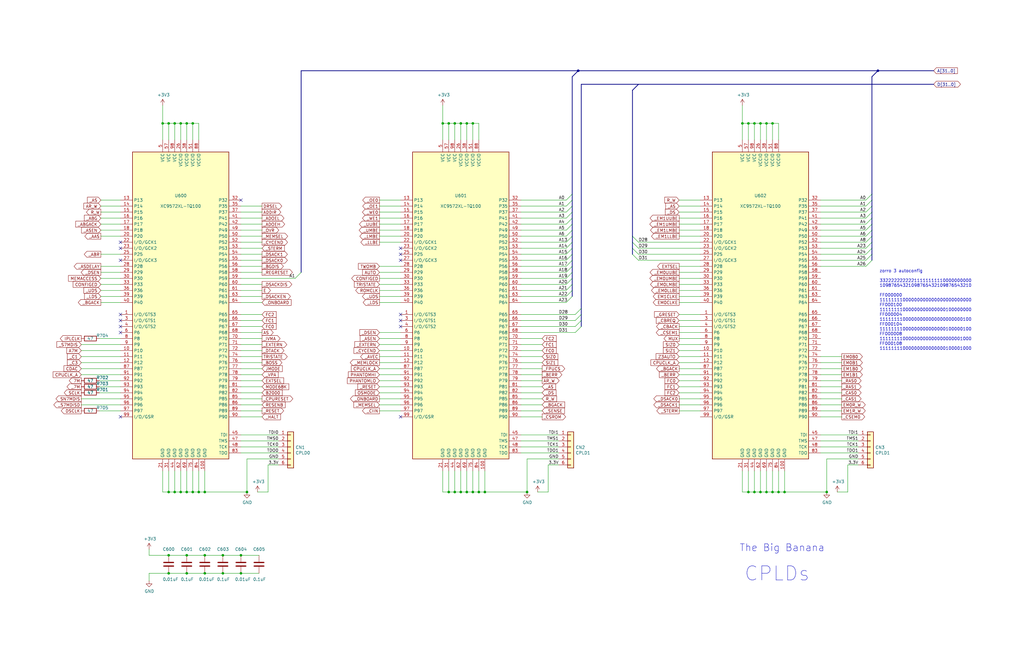
<source format=kicad_sch>
(kicad_sch (version 20211123) (generator eeschema)

  (uuid d4271cdf-2b7a-4efd-8fa1-f506ca5d8e3f)

  (paper "B")

  (lib_symbols
    (symbol "CPLD_Xilinx:XC9572XL-TQ100" (in_bom yes) (on_board yes)
      (property "Reference" "U" (id 0) (at -20.32 64.77 0)
        (effects (font (size 1.27 1.27)))
      )
      (property "Value" "XC9572XL-TQ100" (id 1) (at -20.32 -67.31 0)
        (effects (font (size 1.27 1.27)))
      )
      (property "Footprint" "Package_QFP:TQFP-100_14x14mm_P0.5mm" (id 2) (at 0 0 0)
        (effects (font (size 1.27 1.27)) hide)
      )
      (property "Datasheet" "http://www.xilinx.com/support/documentation/data_sheets/ds057.pdf" (id 3) (at 0 0 0)
        (effects (font (size 1.27 1.27)) hide)
      )
      (property "ki_keywords" "CPLD" (id 4) (at 0 0 0)
        (effects (font (size 1.27 1.27)) hide)
      )
      (property "ki_description" "CPLD, 72 Macrocells, 1600 Usable Gates" (id 5) (at 0 0 0)
        (effects (font (size 1.27 1.27)) hide)
      )
      (property "ki_fp_filters" "TQFP*14x14mm*P0.5mm*" (id 6) (at 0 0 0)
        (effects (font (size 1.27 1.27)) hide)
      )
      (symbol "XC9572XL-TQ100_1_1"
        (rectangle (start -20.32 63.5) (end 20.32 -66.04)
          (stroke (width 0.254) (type default) (color 0 0 0 0))
          (fill (type background))
        )
        (pin bidirectional line (at -25.4 -5.08 0) (length 5.08)
          (name "I/O/GTS3" (effects (font (size 1.27 1.27))))
          (number "1" (effects (font (size 1.27 1.27))))
        )
        (pin bidirectional line (at -25.4 -20.32 0) (length 5.08)
          (name "P10" (effects (font (size 1.27 1.27))))
          (number "10" (effects (font (size 1.27 1.27))))
        )
        (pin power_in line (at 10.16 -71.12 90) (length 5.08)
          (name "GND" (effects (font (size 1.27 1.27))))
          (number "100" (effects (font (size 1.27 1.27))))
        )
        (pin bidirectional line (at -25.4 -22.86 0) (length 5.08)
          (name "P11" (effects (font (size 1.27 1.27))))
          (number "11" (effects (font (size 1.27 1.27))))
        )
        (pin bidirectional line (at -25.4 -25.4 0) (length 5.08)
          (name "P12" (effects (font (size 1.27 1.27))))
          (number "12" (effects (font (size 1.27 1.27))))
        )
        (pin bidirectional line (at -25.4 43.18 0) (length 5.08)
          (name "P13" (effects (font (size 1.27 1.27))))
          (number "13" (effects (font (size 1.27 1.27))))
        )
        (pin bidirectional line (at -25.4 40.64 0) (length 5.08)
          (name "P14" (effects (font (size 1.27 1.27))))
          (number "14" (effects (font (size 1.27 1.27))))
        )
        (pin bidirectional line (at -25.4 38.1 0) (length 5.08)
          (name "P15" (effects (font (size 1.27 1.27))))
          (number "15" (effects (font (size 1.27 1.27))))
        )
        (pin bidirectional line (at -25.4 35.56 0) (length 5.08)
          (name "P16" (effects (font (size 1.27 1.27))))
          (number "16" (effects (font (size 1.27 1.27))))
        )
        (pin bidirectional line (at -25.4 33.02 0) (length 5.08)
          (name "P17" (effects (font (size 1.27 1.27))))
          (number "17" (effects (font (size 1.27 1.27))))
        )
        (pin bidirectional line (at -25.4 30.48 0) (length 5.08)
          (name "P18" (effects (font (size 1.27 1.27))))
          (number "18" (effects (font (size 1.27 1.27))))
        )
        (pin no_connect line (at -20.32 55.88 0) (length 0) hide
          (name "NC" (effects (font (size 1.27 1.27))))
          (number "19" (effects (font (size 1.27 1.27))))
        )
        (pin no_connect line (at -20.32 60.96 0) (length 0) hide
          (name "NC" (effects (font (size 1.27 1.27))))
          (number "2" (effects (font (size 1.27 1.27))))
        )
        (pin bidirectional line (at -25.4 27.94 0) (length 5.08)
          (name "P20" (effects (font (size 1.27 1.27))))
          (number "20" (effects (font (size 1.27 1.27))))
        )
        (pin power_in line (at -7.62 -71.12 90) (length 5.08)
          (name "GND" (effects (font (size 1.27 1.27))))
          (number "21" (effects (font (size 1.27 1.27))))
        )
        (pin bidirectional line (at -25.4 25.4 0) (length 5.08)
          (name "I/O/GCK1" (effects (font (size 1.27 1.27))))
          (number "22" (effects (font (size 1.27 1.27))))
        )
        (pin bidirectional line (at -25.4 22.86 0) (length 5.08)
          (name "I/O/GCK2" (effects (font (size 1.27 1.27))))
          (number "23" (effects (font (size 1.27 1.27))))
        )
        (pin no_connect line (at -20.32 53.34 0) (length 0) hide
          (name "NC" (effects (font (size 1.27 1.27))))
          (number "24" (effects (font (size 1.27 1.27))))
        )
        (pin bidirectional line (at -25.4 20.32 0) (length 5.08)
          (name "P25" (effects (font (size 1.27 1.27))))
          (number "25" (effects (font (size 1.27 1.27))))
        )
        (pin power_in line (at 0 68.58 270) (length 5.08)
          (name "VCCIO" (effects (font (size 1.27 1.27))))
          (number "26" (effects (font (size 1.27 1.27))))
        )
        (pin bidirectional line (at -25.4 17.78 0) (length 5.08)
          (name "I/O/GCK3" (effects (font (size 1.27 1.27))))
          (number "27" (effects (font (size 1.27 1.27))))
        )
        (pin bidirectional line (at -25.4 15.24 0) (length 5.08)
          (name "P28" (effects (font (size 1.27 1.27))))
          (number "28" (effects (font (size 1.27 1.27))))
        )
        (pin bidirectional line (at -25.4 12.7 0) (length 5.08)
          (name "P29" (effects (font (size 1.27 1.27))))
          (number "29" (effects (font (size 1.27 1.27))))
        )
        (pin bidirectional line (at -25.4 -7.62 0) (length 5.08)
          (name "I/O/GTS1" (effects (font (size 1.27 1.27))))
          (number "3" (effects (font (size 1.27 1.27))))
        )
        (pin bidirectional line (at -25.4 10.16 0) (length 5.08)
          (name "P30" (effects (font (size 1.27 1.27))))
          (number "30" (effects (font (size 1.27 1.27))))
        )
        (pin power_in line (at -5.08 -71.12 90) (length 5.08)
          (name "GND" (effects (font (size 1.27 1.27))))
          (number "31" (effects (font (size 1.27 1.27))))
        )
        (pin bidirectional line (at 25.4 43.18 180) (length 5.08)
          (name "P32" (effects (font (size 1.27 1.27))))
          (number "32" (effects (font (size 1.27 1.27))))
        )
        (pin bidirectional line (at -25.4 7.62 0) (length 5.08)
          (name "P33" (effects (font (size 1.27 1.27))))
          (number "33" (effects (font (size 1.27 1.27))))
        )
        (pin no_connect line (at -20.32 50.8 0) (length 0) hide
          (name "NC" (effects (font (size 1.27 1.27))))
          (number "34" (effects (font (size 1.27 1.27))))
        )
        (pin bidirectional line (at 25.4 40.64 180) (length 5.08)
          (name "P35" (effects (font (size 1.27 1.27))))
          (number "35" (effects (font (size 1.27 1.27))))
        )
        (pin bidirectional line (at -25.4 5.08 0) (length 5.08)
          (name "P36" (effects (font (size 1.27 1.27))))
          (number "36" (effects (font (size 1.27 1.27))))
        )
        (pin bidirectional line (at 25.4 38.1 180) (length 5.08)
          (name "P37" (effects (font (size 1.27 1.27))))
          (number "37" (effects (font (size 1.27 1.27))))
        )
        (pin power_in line (at 2.54 68.58 270) (length 5.08)
          (name "VCCIO" (effects (font (size 1.27 1.27))))
          (number "38" (effects (font (size 1.27 1.27))))
        )
        (pin bidirectional line (at -25.4 2.54 0) (length 5.08)
          (name "P39" (effects (font (size 1.27 1.27))))
          (number "39" (effects (font (size 1.27 1.27))))
        )
        (pin bidirectional line (at -25.4 -10.16 0) (length 5.08)
          (name "I/O/GTS2" (effects (font (size 1.27 1.27))))
          (number "4" (effects (font (size 1.27 1.27))))
        )
        (pin bidirectional line (at -25.4 0 0) (length 5.08)
          (name "P40" (effects (font (size 1.27 1.27))))
          (number "40" (effects (font (size 1.27 1.27))))
        )
        (pin bidirectional line (at 25.4 35.56 180) (length 5.08)
          (name "P41" (effects (font (size 1.27 1.27))))
          (number "41" (effects (font (size 1.27 1.27))))
        )
        (pin bidirectional line (at 25.4 33.02 180) (length 5.08)
          (name "P42" (effects (font (size 1.27 1.27))))
          (number "42" (effects (font (size 1.27 1.27))))
        )
        (pin no_connect line (at -20.32 48.26 0) (length 0) hide
          (name "NC" (effects (font (size 1.27 1.27))))
          (number "43" (effects (font (size 1.27 1.27))))
        )
        (pin power_in line (at -2.54 -71.12 90) (length 5.08)
          (name "GND" (effects (font (size 1.27 1.27))))
          (number "44" (effects (font (size 1.27 1.27))))
        )
        (pin input line (at 25.4 -55.88 180) (length 5.08)
          (name "TDI" (effects (font (size 1.27 1.27))))
          (number "45" (effects (font (size 1.27 1.27))))
        )
        (pin no_connect line (at 20.32 60.96 180) (length 0) hide
          (name "NC" (effects (font (size 1.27 1.27))))
          (number "46" (effects (font (size 1.27 1.27))))
        )
        (pin input line (at 25.4 -58.42 180) (length 5.08)
          (name "TMS" (effects (font (size 1.27 1.27))))
          (number "47" (effects (font (size 1.27 1.27))))
        )
        (pin input line (at 25.4 -60.96 180) (length 5.08)
          (name "TCK" (effects (font (size 1.27 1.27))))
          (number "48" (effects (font (size 1.27 1.27))))
        )
        (pin bidirectional line (at 25.4 30.48 180) (length 5.08)
          (name "P49" (effects (font (size 1.27 1.27))))
          (number "49" (effects (font (size 1.27 1.27))))
        )
        (pin power_in line (at -7.62 68.58 270) (length 5.08)
          (name "VCC" (effects (font (size 1.27 1.27))))
          (number "5" (effects (font (size 1.27 1.27))))
        )
        (pin bidirectional line (at 25.4 27.94 180) (length 5.08)
          (name "P50" (effects (font (size 1.27 1.27))))
          (number "50" (effects (font (size 1.27 1.27))))
        )
        (pin power_in line (at 5.08 68.58 270) (length 5.08)
          (name "VCCIO" (effects (font (size 1.27 1.27))))
          (number "51" (effects (font (size 1.27 1.27))))
        )
        (pin bidirectional line (at 25.4 25.4 180) (length 5.08)
          (name "P52" (effects (font (size 1.27 1.27))))
          (number "52" (effects (font (size 1.27 1.27))))
        )
        (pin bidirectional line (at 25.4 22.86 180) (length 5.08)
          (name "P53" (effects (font (size 1.27 1.27))))
          (number "53" (effects (font (size 1.27 1.27))))
        )
        (pin bidirectional line (at 25.4 20.32 180) (length 5.08)
          (name "P54" (effects (font (size 1.27 1.27))))
          (number "54" (effects (font (size 1.27 1.27))))
        )
        (pin bidirectional line (at 25.4 17.78 180) (length 5.08)
          (name "P55" (effects (font (size 1.27 1.27))))
          (number "55" (effects (font (size 1.27 1.27))))
        )
        (pin bidirectional line (at 25.4 15.24 180) (length 5.08)
          (name "P56" (effects (font (size 1.27 1.27))))
          (number "56" (effects (font (size 1.27 1.27))))
        )
        (pin power_in line (at -5.08 68.58 270) (length 5.08)
          (name "VCC" (effects (font (size 1.27 1.27))))
          (number "57" (effects (font (size 1.27 1.27))))
        )
        (pin bidirectional line (at 25.4 12.7 180) (length 5.08)
          (name "P58" (effects (font (size 1.27 1.27))))
          (number "58" (effects (font (size 1.27 1.27))))
        )
        (pin bidirectional line (at 25.4 10.16 180) (length 5.08)
          (name "P59" (effects (font (size 1.27 1.27))))
          (number "59" (effects (font (size 1.27 1.27))))
        )
        (pin bidirectional line (at -25.4 -12.7 0) (length 5.08)
          (name "P6" (effects (font (size 1.27 1.27))))
          (number "6" (effects (font (size 1.27 1.27))))
        )
        (pin bidirectional line (at 25.4 7.62 180) (length 5.08)
          (name "P60" (effects (font (size 1.27 1.27))))
          (number "60" (effects (font (size 1.27 1.27))))
        )
        (pin bidirectional line (at 25.4 5.08 180) (length 5.08)
          (name "P61" (effects (font (size 1.27 1.27))))
          (number "61" (effects (font (size 1.27 1.27))))
        )
        (pin power_in line (at 0 -71.12 90) (length 5.08)
          (name "GND" (effects (font (size 1.27 1.27))))
          (number "62" (effects (font (size 1.27 1.27))))
        )
        (pin bidirectional line (at 25.4 2.54 180) (length 5.08)
          (name "P63" (effects (font (size 1.27 1.27))))
          (number "63" (effects (font (size 1.27 1.27))))
        )
        (pin bidirectional line (at 25.4 0 180) (length 5.08)
          (name "P64" (effects (font (size 1.27 1.27))))
          (number "64" (effects (font (size 1.27 1.27))))
        )
        (pin bidirectional line (at 25.4 -5.08 180) (length 5.08)
          (name "P65" (effects (font (size 1.27 1.27))))
          (number "65" (effects (font (size 1.27 1.27))))
        )
        (pin bidirectional line (at 25.4 -7.62 180) (length 5.08)
          (name "P66" (effects (font (size 1.27 1.27))))
          (number "66" (effects (font (size 1.27 1.27))))
        )
        (pin bidirectional line (at 25.4 -10.16 180) (length 5.08)
          (name "P67" (effects (font (size 1.27 1.27))))
          (number "67" (effects (font (size 1.27 1.27))))
        )
        (pin bidirectional line (at 25.4 -12.7 180) (length 5.08)
          (name "P68" (effects (font (size 1.27 1.27))))
          (number "68" (effects (font (size 1.27 1.27))))
        )
        (pin power_in line (at 2.54 -71.12 90) (length 5.08)
          (name "GND" (effects (font (size 1.27 1.27))))
          (number "69" (effects (font (size 1.27 1.27))))
        )
        (pin no_connect line (at -20.32 58.42 0) (length 0) hide
          (name "NC" (effects (font (size 1.27 1.27))))
          (number "7" (effects (font (size 1.27 1.27))))
        )
        (pin bidirectional line (at 25.4 -15.24 180) (length 5.08)
          (name "P70" (effects (font (size 1.27 1.27))))
          (number "70" (effects (font (size 1.27 1.27))))
        )
        (pin bidirectional line (at 25.4 -17.78 180) (length 5.08)
          (name "P71" (effects (font (size 1.27 1.27))))
          (number "71" (effects (font (size 1.27 1.27))))
        )
        (pin bidirectional line (at 25.4 -20.32 180) (length 5.08)
          (name "P72" (effects (font (size 1.27 1.27))))
          (number "72" (effects (font (size 1.27 1.27))))
        )
        (pin no_connect line (at 20.32 58.42 180) (length 0) hide
          (name "NC" (effects (font (size 1.27 1.27))))
          (number "73" (effects (font (size 1.27 1.27))))
        )
        (pin bidirectional line (at 25.4 -22.86 180) (length 5.08)
          (name "P74" (effects (font (size 1.27 1.27))))
          (number "74" (effects (font (size 1.27 1.27))))
        )
        (pin power_in line (at 5.08 -71.12 90) (length 5.08)
          (name "GND" (effects (font (size 1.27 1.27))))
          (number "75" (effects (font (size 1.27 1.27))))
        )
        (pin bidirectional line (at 25.4 -25.4 180) (length 5.08)
          (name "P76" (effects (font (size 1.27 1.27))))
          (number "76" (effects (font (size 1.27 1.27))))
        )
        (pin bidirectional line (at 25.4 -27.94 180) (length 5.08)
          (name "P77" (effects (font (size 1.27 1.27))))
          (number "77" (effects (font (size 1.27 1.27))))
        )
        (pin bidirectional line (at 25.4 -30.48 180) (length 5.08)
          (name "P78" (effects (font (size 1.27 1.27))))
          (number "78" (effects (font (size 1.27 1.27))))
        )
        (pin bidirectional line (at 25.4 -33.02 180) (length 5.08)
          (name "P79" (effects (font (size 1.27 1.27))))
          (number "79" (effects (font (size 1.27 1.27))))
        )
        (pin bidirectional line (at -25.4 -15.24 0) (length 5.08)
          (name "P8" (effects (font (size 1.27 1.27))))
          (number "8" (effects (font (size 1.27 1.27))))
        )
        (pin no_connect line (at 20.32 55.88 180) (length 0) hide
          (name "NC" (effects (font (size 1.27 1.27))))
          (number "80" (effects (font (size 1.27 1.27))))
        )
        (pin bidirectional line (at 25.4 -35.56 180) (length 5.08)
          (name "P81" (effects (font (size 1.27 1.27))))
          (number "81" (effects (font (size 1.27 1.27))))
        )
        (pin bidirectional line (at 25.4 -38.1 180) (length 5.08)
          (name "P82" (effects (font (size 1.27 1.27))))
          (number "82" (effects (font (size 1.27 1.27))))
        )
        (pin output line (at 25.4 -63.5 180) (length 5.08)
          (name "TDO" (effects (font (size 1.27 1.27))))
          (number "83" (effects (font (size 1.27 1.27))))
        )
        (pin power_in line (at 7.62 -71.12 90) (length 5.08)
          (name "GND" (effects (font (size 1.27 1.27))))
          (number "84" (effects (font (size 1.27 1.27))))
        )
        (pin bidirectional line (at 25.4 -40.64 180) (length 5.08)
          (name "P85" (effects (font (size 1.27 1.27))))
          (number "85" (effects (font (size 1.27 1.27))))
        )
        (pin bidirectional line (at 25.4 -43.18 180) (length 5.08)
          (name "P86" (effects (font (size 1.27 1.27))))
          (number "86" (effects (font (size 1.27 1.27))))
        )
        (pin bidirectional line (at -25.4 -27.94 0) (length 5.08)
          (name "P87" (effects (font (size 1.27 1.27))))
          (number "87" (effects (font (size 1.27 1.27))))
        )
        (pin power_in line (at 7.62 68.58 270) (length 5.08)
          (name "VCCIO" (effects (font (size 1.27 1.27))))
          (number "88" (effects (font (size 1.27 1.27))))
        )
        (pin bidirectional line (at 25.4 -45.72 180) (length 5.08)
          (name "P89" (effects (font (size 1.27 1.27))))
          (number "89" (effects (font (size 1.27 1.27))))
        )
        (pin bidirectional line (at -25.4 -17.78 0) (length 5.08)
          (name "P9" (effects (font (size 1.27 1.27))))
          (number "9" (effects (font (size 1.27 1.27))))
        )
        (pin bidirectional line (at 25.4 -48.26 180) (length 5.08)
          (name "P90" (effects (font (size 1.27 1.27))))
          (number "90" (effects (font (size 1.27 1.27))))
        )
        (pin bidirectional line (at -25.4 -30.48 0) (length 5.08)
          (name "P91" (effects (font (size 1.27 1.27))))
          (number "91" (effects (font (size 1.27 1.27))))
        )
        (pin bidirectional line (at -25.4 -33.02 0) (length 5.08)
          (name "P92" (effects (font (size 1.27 1.27))))
          (number "92" (effects (font (size 1.27 1.27))))
        )
        (pin bidirectional line (at -25.4 -35.56 0) (length 5.08)
          (name "P93" (effects (font (size 1.27 1.27))))
          (number "93" (effects (font (size 1.27 1.27))))
        )
        (pin bidirectional line (at -25.4 -38.1 0) (length 5.08)
          (name "P94" (effects (font (size 1.27 1.27))))
          (number "94" (effects (font (size 1.27 1.27))))
        )
        (pin bidirectional line (at -25.4 -40.64 0) (length 5.08)
          (name "P95" (effects (font (size 1.27 1.27))))
          (number "95" (effects (font (size 1.27 1.27))))
        )
        (pin bidirectional line (at -25.4 -43.18 0) (length 5.08)
          (name "P96" (effects (font (size 1.27 1.27))))
          (number "96" (effects (font (size 1.27 1.27))))
        )
        (pin bidirectional line (at -25.4 -45.72 0) (length 5.08)
          (name "P97" (effects (font (size 1.27 1.27))))
          (number "97" (effects (font (size 1.27 1.27))))
        )
        (pin power_in line (at -2.54 68.58 270) (length 5.08)
          (name "VCC" (effects (font (size 1.27 1.27))))
          (number "98" (effects (font (size 1.27 1.27))))
        )
        (pin bidirectional line (at -25.4 -48.26 0) (length 5.08)
          (name "I/O/GSR" (effects (font (size 1.27 1.27))))
          (number "99" (effects (font (size 1.27 1.27))))
        )
      )
    )
    (symbol "Connector_Generic:Conn_01x06" (pin_names (offset 1.016) hide) (in_bom yes) (on_board yes)
      (property "Reference" "J" (id 0) (at 0 7.62 0)
        (effects (font (size 1.27 1.27)))
      )
      (property "Value" "Conn_01x06" (id 1) (at 0 -10.16 0)
        (effects (font (size 1.27 1.27)))
      )
      (property "Footprint" "" (id 2) (at 0 0 0)
        (effects (font (size 1.27 1.27)) hide)
      )
      (property "Datasheet" "~" (id 3) (at 0 0 0)
        (effects (font (size 1.27 1.27)) hide)
      )
      (property "ki_keywords" "connector" (id 4) (at 0 0 0)
        (effects (font (size 1.27 1.27)) hide)
      )
      (property "ki_description" "Generic connector, single row, 01x06, script generated (kicad-library-utils/schlib/autogen/connector/)" (id 5) (at 0 0 0)
        (effects (font (size 1.27 1.27)) hide)
      )
      (property "ki_fp_filters" "Connector*:*_1x??_*" (id 6) (at 0 0 0)
        (effects (font (size 1.27 1.27)) hide)
      )
      (symbol "Conn_01x06_1_1"
        (rectangle (start -1.27 -7.493) (end 0 -7.747)
          (stroke (width 0.1524) (type default) (color 0 0 0 0))
          (fill (type none))
        )
        (rectangle (start -1.27 -4.953) (end 0 -5.207)
          (stroke (width 0.1524) (type default) (color 0 0 0 0))
          (fill (type none))
        )
        (rectangle (start -1.27 -2.413) (end 0 -2.667)
          (stroke (width 0.1524) (type default) (color 0 0 0 0))
          (fill (type none))
        )
        (rectangle (start -1.27 0.127) (end 0 -0.127)
          (stroke (width 0.1524) (type default) (color 0 0 0 0))
          (fill (type none))
        )
        (rectangle (start -1.27 2.667) (end 0 2.413)
          (stroke (width 0.1524) (type default) (color 0 0 0 0))
          (fill (type none))
        )
        (rectangle (start -1.27 5.207) (end 0 4.953)
          (stroke (width 0.1524) (type default) (color 0 0 0 0))
          (fill (type none))
        )
        (rectangle (start -1.27 6.35) (end 1.27 -8.89)
          (stroke (width 0.254) (type default) (color 0 0 0 0))
          (fill (type background))
        )
        (pin passive line (at -5.08 5.08 0) (length 3.81)
          (name "Pin_1" (effects (font (size 1.27 1.27))))
          (number "1" (effects (font (size 1.27 1.27))))
        )
        (pin passive line (at -5.08 2.54 0) (length 3.81)
          (name "Pin_2" (effects (font (size 1.27 1.27))))
          (number "2" (effects (font (size 1.27 1.27))))
        )
        (pin passive line (at -5.08 0 0) (length 3.81)
          (name "Pin_3" (effects (font (size 1.27 1.27))))
          (number "3" (effects (font (size 1.27 1.27))))
        )
        (pin passive line (at -5.08 -2.54 0) (length 3.81)
          (name "Pin_4" (effects (font (size 1.27 1.27))))
          (number "4" (effects (font (size 1.27 1.27))))
        )
        (pin passive line (at -5.08 -5.08 0) (length 3.81)
          (name "Pin_5" (effects (font (size 1.27 1.27))))
          (number "5" (effects (font (size 1.27 1.27))))
        )
        (pin passive line (at -5.08 -7.62 0) (length 3.81)
          (name "Pin_6" (effects (font (size 1.27 1.27))))
          (number "6" (effects (font (size 1.27 1.27))))
        )
      )
    )
    (symbol "Device:C" (pin_numbers hide) (pin_names (offset 0.254)) (in_bom yes) (on_board yes)
      (property "Reference" "C" (id 0) (at 0.635 2.54 0)
        (effects (font (size 1.27 1.27)) (justify left))
      )
      (property "Value" "C" (id 1) (at 0.635 -2.54 0)
        (effects (font (size 1.27 1.27)) (justify left))
      )
      (property "Footprint" "" (id 2) (at 0.9652 -3.81 0)
        (effects (font (size 1.27 1.27)) hide)
      )
      (property "Datasheet" "~" (id 3) (at 0 0 0)
        (effects (font (size 1.27 1.27)) hide)
      )
      (property "ki_keywords" "cap capacitor" (id 4) (at 0 0 0)
        (effects (font (size 1.27 1.27)) hide)
      )
      (property "ki_description" "Unpolarized capacitor" (id 5) (at 0 0 0)
        (effects (font (size 1.27 1.27)) hide)
      )
      (property "ki_fp_filters" "C_*" (id 6) (at 0 0 0)
        (effects (font (size 1.27 1.27)) hide)
      )
      (symbol "C_0_1"
        (polyline
          (pts
            (xy -2.032 -0.762)
            (xy 2.032 -0.762)
          )
          (stroke (width 0.508) (type default) (color 0 0 0 0))
          (fill (type none))
        )
        (polyline
          (pts
            (xy -2.032 0.762)
            (xy 2.032 0.762)
          )
          (stroke (width 0.508) (type default) (color 0 0 0 0))
          (fill (type none))
        )
      )
      (symbol "C_1_1"
        (pin passive line (at 0 3.81 270) (length 2.794)
          (name "~" (effects (font (size 1.27 1.27))))
          (number "1" (effects (font (size 1.27 1.27))))
        )
        (pin passive line (at 0 -3.81 90) (length 2.794)
          (name "~" (effects (font (size 1.27 1.27))))
          (number "2" (effects (font (size 1.27 1.27))))
        )
      )
    )
    (symbol "Device:R" (pin_numbers hide) (pin_names (offset 0)) (in_bom yes) (on_board yes)
      (property "Reference" "R" (id 0) (at 2.032 0 90)
        (effects (font (size 1.27 1.27)))
      )
      (property "Value" "R" (id 1) (at 0 0 90)
        (effects (font (size 1.27 1.27)))
      )
      (property "Footprint" "" (id 2) (at -1.778 0 90)
        (effects (font (size 1.27 1.27)) hide)
      )
      (property "Datasheet" "~" (id 3) (at 0 0 0)
        (effects (font (size 1.27 1.27)) hide)
      )
      (property "ki_keywords" "R res resistor" (id 4) (at 0 0 0)
        (effects (font (size 1.27 1.27)) hide)
      )
      (property "ki_description" "Resistor" (id 5) (at 0 0 0)
        (effects (font (size 1.27 1.27)) hide)
      )
      (property "ki_fp_filters" "R_*" (id 6) (at 0 0 0)
        (effects (font (size 1.27 1.27)) hide)
      )
      (symbol "R_0_1"
        (rectangle (start -1.016 -2.54) (end 1.016 2.54)
          (stroke (width 0.254) (type default) (color 0 0 0 0))
          (fill (type none))
        )
      )
      (symbol "R_1_1"
        (pin passive line (at 0 3.81 270) (length 1.27)
          (name "~" (effects (font (size 1.27 1.27))))
          (number "1" (effects (font (size 1.27 1.27))))
        )
        (pin passive line (at 0 -3.81 90) (length 1.27)
          (name "~" (effects (font (size 1.27 1.27))))
          (number "2" (effects (font (size 1.27 1.27))))
        )
      )
    )
    (symbol "power:+3.3V" (power) (pin_names (offset 0)) (in_bom yes) (on_board yes)
      (property "Reference" "#PWR" (id 0) (at 0 -3.81 0)
        (effects (font (size 1.27 1.27)) hide)
      )
      (property "Value" "+3.3V" (id 1) (at 0 3.556 0)
        (effects (font (size 1.27 1.27)))
      )
      (property "Footprint" "" (id 2) (at 0 0 0)
        (effects (font (size 1.27 1.27)) hide)
      )
      (property "Datasheet" "" (id 3) (at 0 0 0)
        (effects (font (size 1.27 1.27)) hide)
      )
      (property "ki_keywords" "power-flag" (id 4) (at 0 0 0)
        (effects (font (size 1.27 1.27)) hide)
      )
      (property "ki_description" "Power symbol creates a global label with name \"+3.3V\"" (id 5) (at 0 0 0)
        (effects (font (size 1.27 1.27)) hide)
      )
      (symbol "+3.3V_0_1"
        (polyline
          (pts
            (xy -0.762 1.27)
            (xy 0 2.54)
          )
          (stroke (width 0) (type default) (color 0 0 0 0))
          (fill (type none))
        )
        (polyline
          (pts
            (xy 0 0)
            (xy 0 2.54)
          )
          (stroke (width 0) (type default) (color 0 0 0 0))
          (fill (type none))
        )
        (polyline
          (pts
            (xy 0 2.54)
            (xy 0.762 1.27)
          )
          (stroke (width 0) (type default) (color 0 0 0 0))
          (fill (type none))
        )
      )
      (symbol "+3.3V_1_1"
        (pin power_in line (at 0 0 90) (length 0) hide
          (name "+3V3" (effects (font (size 1.27 1.27))))
          (number "1" (effects (font (size 1.27 1.27))))
        )
      )
    )
    (symbol "power:GND" (power) (pin_names (offset 0)) (in_bom yes) (on_board yes)
      (property "Reference" "#PWR" (id 0) (at 0 -6.35 0)
        (effects (font (size 1.27 1.27)) hide)
      )
      (property "Value" "GND" (id 1) (at 0 -3.81 0)
        (effects (font (size 1.27 1.27)))
      )
      (property "Footprint" "" (id 2) (at 0 0 0)
        (effects (font (size 1.27 1.27)) hide)
      )
      (property "Datasheet" "" (id 3) (at 0 0 0)
        (effects (font (size 1.27 1.27)) hide)
      )
      (property "ki_keywords" "power-flag" (id 4) (at 0 0 0)
        (effects (font (size 1.27 1.27)) hide)
      )
      (property "ki_description" "Power symbol creates a global label with name \"GND\" , ground" (id 5) (at 0 0 0)
        (effects (font (size 1.27 1.27)) hide)
      )
      (symbol "GND_0_1"
        (polyline
          (pts
            (xy 0 0)
            (xy 0 -1.27)
            (xy 1.27 -1.27)
            (xy 0 -2.54)
            (xy -1.27 -1.27)
            (xy 0 -1.27)
          )
          (stroke (width 0) (type default) (color 0 0 0 0))
          (fill (type none))
        )
      )
      (symbol "GND_1_1"
        (pin power_in line (at 0 0 270) (length 0) hide
          (name "GND" (effects (font (size 1.27 1.27))))
          (number "1" (effects (font (size 1.27 1.27))))
        )
      )
    )
  )

  (junction (at 93.98 234.315) (diameter 0) (color 0 0 0 0)
    (uuid 00b05432-76ab-49fd-b0b3-e99bb163c16c)
  )
  (junction (at 71.12 52.07) (diameter 0) (color 0 0 0 0)
    (uuid 01d2f9bc-2a40-45e2-aace-1a8287a77613)
  )
  (junction (at 243.84 29.845) (diameter 0) (color 0 0 0 0)
    (uuid 03d7c2be-3c26-49d2-ad19-5cd71dc07d70)
  )
  (junction (at 323.215 52.07) (diameter 0) (color 0 0 0 0)
    (uuid 05499e26-93dd-42aa-90e2-fbaa7c4c234f)
  )
  (junction (at 189.23 52.07) (diameter 0) (color 0 0 0 0)
    (uuid 0af77c4b-93ab-4a5f-a0dc-d745ce2ad9af)
  )
  (junction (at 104.14 207.645) (diameter 0) (color 0 0 0 0)
    (uuid 0c1f89ce-0c30-4b40-9919-454d5a2b39e2)
  )
  (junction (at 76.2 52.07) (diameter 0) (color 0 0 0 0)
    (uuid 189c54ec-05be-46a0-93fa-42df75545856)
  )
  (junction (at 71.12 234.315) (diameter 0) (color 0 0 0 0)
    (uuid 23a1071b-2dec-458f-96a6-0e4d178d9bd5)
  )
  (junction (at 315.595 207.645) (diameter 0) (color 0 0 0 0)
    (uuid 2907f03e-6b26-4b62-93d5-6d22be7dc3a8)
  )
  (junction (at 78.74 207.645) (diameter 0) (color 0 0 0 0)
    (uuid 2923af67-92f1-438c-9cec-9c0efa70f5c2)
  )
  (junction (at 191.77 207.645) (diameter 0) (color 0 0 0 0)
    (uuid 33e14999-b5ae-46d2-ac28-01787a512419)
  )
  (junction (at 318.135 52.07) (diameter 0) (color 0 0 0 0)
    (uuid 3487a00e-b4f8-4ca1-aade-63cba41672f2)
  )
  (junction (at 320.675 207.645) (diameter 0) (color 0 0 0 0)
    (uuid 357049db-c668-4a77-9a25-ce8b90dfd32b)
  )
  (junction (at 323.215 207.645) (diameter 0) (color 0 0 0 0)
    (uuid 35bc867a-9c04-4f91-a36d-12dfdd2da01e)
  )
  (junction (at 370.205 29.845) (diameter 0) (color 0 0 0 0)
    (uuid 40e1c1b5-bd0c-4e9c-9a98-381efd3bc3c0)
  )
  (junction (at 330.835 207.645) (diameter 0) (color 0 0 0 0)
    (uuid 464aa031-265c-410d-83c1-58d5ac5e6c8d)
  )
  (junction (at 86.36 234.315) (diameter 0) (color 0 0 0 0)
    (uuid 4d10f603-e406-4c93-8862-aac8f1d98067)
  )
  (junction (at 315.595 52.07) (diameter 0) (color 0 0 0 0)
    (uuid 4fdb0b3e-8025-4e8e-9fb5-a8e68093e6f0)
  )
  (junction (at 186.69 52.07) (diameter 0) (color 0 0 0 0)
    (uuid 5d2f3ae9-e953-4b8b-8ec2-7e1e969f3fae)
  )
  (junction (at 320.675 52.07) (diameter 0) (color 0 0 0 0)
    (uuid 5f147dbc-8839-4259-84a6-550f161d5db4)
  )
  (junction (at 81.28 207.645) (diameter 0) (color 0 0 0 0)
    (uuid 6a208df9-979b-4538-9095-200a47936ed0)
  )
  (junction (at 199.39 52.07) (diameter 0) (color 0 0 0 0)
    (uuid 6f61730e-3460-4eab-9e34-d5e1af97bc34)
  )
  (junction (at 313.055 52.07) (diameter 0) (color 0 0 0 0)
    (uuid 70f7c4f2-cb44-4b27-a2c8-ae5fbeceaa95)
  )
  (junction (at 73.66 207.645) (diameter 0) (color 0 0 0 0)
    (uuid 7b22b3c7-87af-4c06-91e6-d5b323c7430d)
  )
  (junction (at 78.74 234.315) (diameter 0) (color 0 0 0 0)
    (uuid 8343fa38-8498-4902-a32d-1c52f3862967)
  )
  (junction (at 196.85 207.645) (diameter 0) (color 0 0 0 0)
    (uuid 850230a1-e985-4aec-bfc1-cca85f47f39d)
  )
  (junction (at 73.66 52.07) (diameter 0) (color 0 0 0 0)
    (uuid 879dcbdf-30dc-4f81-b637-1fd4000b50f1)
  )
  (junction (at 348.615 207.645) (diameter 0) (color 0 0 0 0)
    (uuid 87ea4f0e-d72e-4b86-8009-8a368762ec71)
  )
  (junction (at 78.74 241.935) (diameter 0) (color 0 0 0 0)
    (uuid 8c412f01-bba7-48e8-b847-df07ecccd1d3)
  )
  (junction (at 101.6 234.315) (diameter 0) (color 0 0 0 0)
    (uuid 96116b5a-a0de-4cfe-b1e6-46c282049706)
  )
  (junction (at 318.135 207.645) (diameter 0) (color 0 0 0 0)
    (uuid 9f9126b0-dd1e-49be-922e-fd09297e0548)
  )
  (junction (at 196.85 52.07) (diameter 0) (color 0 0 0 0)
    (uuid a2411a62-1912-4b28-b601-8bbd80c7b3cc)
  )
  (junction (at 328.295 207.645) (diameter 0) (color 0 0 0 0)
    (uuid a323acdd-4972-4d4f-943b-bc6a88029a1e)
  )
  (junction (at 78.74 52.07) (diameter 0) (color 0 0 0 0)
    (uuid a5b40df4-4d8f-4b25-b2e7-4d2e44c53578)
  )
  (junction (at 86.36 207.645) (diameter 0) (color 0 0 0 0)
    (uuid a99fd9b5-8940-4c26-9884-c49137a564b7)
  )
  (junction (at 194.31 52.07) (diameter 0) (color 0 0 0 0)
    (uuid aa579943-6256-421f-99a1-5324cbab689c)
  )
  (junction (at 201.93 207.645) (diameter 0) (color 0 0 0 0)
    (uuid b5e21c8b-4f23-470f-94c9-40687ea53ea2)
  )
  (junction (at 194.31 207.645) (diameter 0) (color 0 0 0 0)
    (uuid b8fcd648-8385-4e85-ba16-e9b058ae3ba3)
  )
  (junction (at 199.39 207.645) (diameter 0) (color 0 0 0 0)
    (uuid bb67cd1c-91b3-4ba9-a62d-4d4173d20f22)
  )
  (junction (at 191.77 52.07) (diameter 0) (color 0 0 0 0)
    (uuid c3b42dfd-ce96-4628-b908-9d21e2397845)
  )
  (junction (at 83.82 207.645) (diameter 0) (color 0 0 0 0)
    (uuid c4358a16-7fbe-4322-9284-f64d477b6623)
  )
  (junction (at 81.28 52.07) (diameter 0) (color 0 0 0 0)
    (uuid c5659d85-4e68-4ee7-aea7-324cee125bb2)
  )
  (junction (at 71.12 207.645) (diameter 0) (color 0 0 0 0)
    (uuid c7a234a1-ffa5-48e7-99f2-0165a3be0943)
  )
  (junction (at 93.98 241.935) (diameter 0) (color 0 0 0 0)
    (uuid cc59dc89-7281-4329-8665-69cac2c9dc68)
  )
  (junction (at 101.6 241.935) (diameter 0) (color 0 0 0 0)
    (uuid d16c0fa7-6db1-4dee-80e1-4b8de8f377c5)
  )
  (junction (at 325.755 207.645) (diameter 0) (color 0 0 0 0)
    (uuid d33c5df5-b20b-4d7e-94bb-ebafd74441c3)
  )
  (junction (at 204.47 207.645) (diameter 0) (color 0 0 0 0)
    (uuid df68d577-4fdb-42a9-a618-f997c5cb205b)
  )
  (junction (at 189.23 207.645) (diameter 0) (color 0 0 0 0)
    (uuid e4f43349-3f67-4924-9783-e918db4d09eb)
  )
  (junction (at 71.12 241.935) (diameter 0) (color 0 0 0 0)
    (uuid eebb738b-731b-4116-9d82-911722ba4406)
  )
  (junction (at 86.36 241.935) (diameter 0) (color 0 0 0 0)
    (uuid f1bf644e-4d5f-4687-800c-1d45ba8aee3e)
  )
  (junction (at 325.755 52.07) (diameter 0) (color 0 0 0 0)
    (uuid f47048df-2904-4c85-bea3-7bd8cc19d1c2)
  )
  (junction (at 68.58 52.07) (diameter 0) (color 0 0 0 0)
    (uuid f768c20f-2a32-4fea-a800-b4a82a15d553)
  )
  (junction (at 76.2 207.645) (diameter 0) (color 0 0 0 0)
    (uuid ff0e0c14-7ce9-493b-9fd4-786183bf280d)
  )
  (junction (at 222.25 207.645) (diameter 0) (color 0 0 0 0)
    (uuid fffbe5d9-ab4f-4620-8b07-dfed6958ef21)
  )

  (no_connect (at 50.8 175.895) (uuid 1173c720-e467-4755-8b29-61c1af00679b))
  (no_connect (at 50.8 102.235) (uuid 1754779f-f1ea-4e4f-9a64-93d7ee7943e3))
  (no_connect (at 168.91 135.255) (uuid 18cf3d0e-decb-4baa-bbca-50180b40811e))
  (no_connect (at 50.8 109.855) (uuid 22a8e1bc-22fb-4e62-add4-2ae0c07ce05c))
  (no_connect (at 168.91 175.895) (uuid 34722f08-68eb-4fa8-be92-8cde264bcea3))
  (no_connect (at 50.8 104.775) (uuid 34bc4df9-50ad-433a-a204-50b962ec67ce))
  (no_connect (at 168.91 107.315) (uuid 48cc21ce-c00d-4b37-9243-62c970c20152))
  (no_connect (at 101.6 84.455) (uuid 5683492a-389e-4ac4-9c32-25f197b682fd))
  (no_connect (at 168.91 104.775) (uuid 66ab6bde-fb3a-4560-ab6b-bd9f8fb34cc8))
  (no_connect (at 50.8 135.255) (uuid 675cfbd2-e790-4842-b368-f626e1795786))
  (no_connect (at 168.91 109.855) (uuid 6f402055-a193-42b8-8581-7045ce311d58))
  (no_connect (at 168.91 137.795) (uuid b6049450-f12f-4eca-adfb-237ec3a8e84f))
  (no_connect (at 50.8 137.795) (uuid c6c09f1d-8526-474d-84d1-9ef4e9ca3baa))
  (no_connect (at 50.8 140.335) (uuid d239e1a3-08c8-45e2-9959-7e4e5303b2cf))
  (no_connect (at 50.8 132.715) (uuid f3749464-3429-4e5d-8e9e-7776a190bf7c))
  (no_connect (at 168.91 132.715) (uuid ff3b343d-c6c2-4244-b3b8-4dc87ac76365))

  (bus_entry (at 365.125 94.615) (size 2.54 -2.54)
    (stroke (width 0) (type default) (color 0 0 0 0))
    (uuid 02255283-2707-4e92-96ff-96f5779d9534)
  )
  (bus_entry (at 242.57 135.255) (size 2.54 -2.54)
    (stroke (width 0) (type default) (color 0 0 0 0))
    (uuid 0530af74-8d1f-4140-b5a9-fbe4d930f2d6)
  )
  (bus_entry (at 238.76 89.535) (size 2.54 -2.54)
    (stroke (width 0) (type default) (color 0 0 0 0))
    (uuid 0697cf2d-5bde-4d22-b531-1987bc5be453)
  )
  (bus_entry (at 365.125 109.855) (size 2.54 -2.54)
    (stroke (width 0) (type default) (color 0 0 0 0))
    (uuid 07ec87d0-9e20-484a-a38f-d10918ecfd55)
  )
  (bus_entry (at 365.125 89.535) (size 2.54 -2.54)
    (stroke (width 0) (type default) (color 0 0 0 0))
    (uuid 2822bca8-30aa-4ab2-8bfe-35bd6bca2a80)
  )
  (bus_entry (at 238.76 97.155) (size 2.54 -2.54)
    (stroke (width 0) (type default) (color 0 0 0 0))
    (uuid 2a396d2f-1519-47b1-a6f7-3489c517a4a7)
  )
  (bus_entry (at 238.76 117.475) (size 2.54 -2.54)
    (stroke (width 0) (type default) (color 0 0 0 0))
    (uuid 2a6753e8-f9e7-4c11-a472-dc9c7e1759c8)
  )
  (bus_entry (at 269.24 104.775) (size -2.54 -2.54)
    (stroke (width 0) (type default) (color 0 0 0 0))
    (uuid 2bd2d474-3a38-4ffe-b461-01e9a7bfe422)
  )
  (bus_entry (at 238.76 92.075) (size 2.54 -2.54)
    (stroke (width 0) (type default) (color 0 0 0 0))
    (uuid 2d51710a-5034-4125-a1c4-2645789501a1)
  )
  (bus_entry (at 238.76 127.635) (size 2.54 -2.54)
    (stroke (width 0) (type default) (color 0 0 0 0))
    (uuid 305cc760-953e-4bfd-8d01-10e63de704eb)
  )
  (bus_entry (at 365.125 112.395) (size 2.54 -2.54)
    (stroke (width 0) (type default) (color 0 0 0 0))
    (uuid 3149c391-405f-4dab-b301-95e730c6db09)
  )
  (bus_entry (at 365.125 97.155) (size 2.54 -2.54)
    (stroke (width 0) (type default) (color 0 0 0 0))
    (uuid 320090ba-4f6a-4f98-be3a-019d4a87b84a)
  )
  (bus_entry (at 238.76 122.555) (size 2.54 -2.54)
    (stroke (width 0) (type default) (color 0 0 0 0))
    (uuid 3835cd5e-3848-43fe-8eed-5c13e79f6304)
  )
  (bus_entry (at 238.76 109.855) (size 2.54 -2.54)
    (stroke (width 0) (type default) (color 0 0 0 0))
    (uuid 396b75b5-8301-434d-a10a-ad2aa7eccc47)
  )
  (bus_entry (at 365.125 86.995) (size 2.54 -2.54)
    (stroke (width 0) (type default) (color 0 0 0 0))
    (uuid 3e92d65f-aa92-43fa-b45b-e0f93a36117e)
  )
  (bus_entry (at 238.76 99.695) (size 2.54 -2.54)
    (stroke (width 0) (type default) (color 0 0 0 0))
    (uuid 415e1f95-00fc-414f-b0b4-01c34224fbe9)
  )
  (bus_entry (at 365.125 104.775) (size 2.54 -2.54)
    (stroke (width 0) (type default) (color 0 0 0 0))
    (uuid 455bb326-5646-4d14-ba77-60ba5f942a62)
  )
  (bus_entry (at 242.57 132.715) (size 2.54 -2.54)
    (stroke (width 0) (type default) (color 0 0 0 0))
    (uuid 51109312-7d0a-421f-b3e2-aba2dc60cdef)
  )
  (bus_entry (at 365.125 107.315) (size 2.54 -2.54)
    (stroke (width 0) (type default) (color 0 0 0 0))
    (uuid 585736d9-0c4d-4680-b9f1-4e1d167377d5)
  )
  (bus_entry (at 365.125 92.075) (size 2.54 -2.54)
    (stroke (width 0) (type default) (color 0 0 0 0))
    (uuid 5bb1372f-fe7c-4101-958b-6333cd082f96)
  )
  (bus_entry (at 238.76 104.775) (size 2.54 -2.54)
    (stroke (width 0) (type default) (color 0 0 0 0))
    (uuid 81d72d8d-724d-4c93-8ab9-b3c57fbafb28)
  )
  (bus_entry (at 242.57 137.795) (size 2.54 -2.54)
    (stroke (width 0) (type default) (color 0 0 0 0))
    (uuid 96374473-4362-411d-b4dc-bccaa7bf9f33)
  )
  (bus_entry (at 238.76 94.615) (size 2.54 -2.54)
    (stroke (width 0) (type default) (color 0 0 0 0))
    (uuid 97c3dd92-a207-4078-9546-dd9a0d177665)
  )
  (bus_entry (at 269.24 107.315) (size -2.54 -2.54)
    (stroke (width 0) (type default) (color 0 0 0 0))
    (uuid 9ad2314c-ff31-4f4e-a43b-9ec9245e0852)
  )
  (bus_entry (at 238.76 120.015) (size 2.54 -2.54)
    (stroke (width 0) (type default) (color 0 0 0 0))
    (uuid 9c4e822b-59e6-4808-bedf-05acf18c6f94)
  )
  (bus_entry (at 238.76 112.395) (size 2.54 -2.54)
    (stroke (width 0) (type default) (color 0 0 0 0))
    (uuid 9e0599fe-97ee-4f13-a349-762a8f42c861)
  )
  (bus_entry (at 238.76 125.095) (size 2.54 -2.54)
    (stroke (width 0) (type default) (color 0 0 0 0))
    (uuid acd3eed8-82ea-477a-b50a-3a7848551491)
  )
  (bus_entry (at 238.76 107.315) (size 2.54 -2.54)
    (stroke (width 0) (type default) (color 0 0 0 0))
    (uuid b1074f14-d9b1-488c-9ce1-52a2bed8b998)
  )
  (bus_entry (at 238.76 86.995) (size 2.54 -2.54)
    (stroke (width 0) (type default) (color 0 0 0 0))
    (uuid b5e42dbc-1969-4137-a800-eaea7a44fee4)
  )
  (bus_entry (at 238.76 114.935) (size 2.54 -2.54)
    (stroke (width 0) (type default) (color 0 0 0 0))
    (uuid b82916c0-2ec4-4e30-9450-9594adc24759)
  )
  (bus_entry (at 238.76 84.455) (size 2.54 -2.54)
    (stroke (width 0) (type default) (color 0 0 0 0))
    (uuid b84cd507-81d3-4b97-84f4-ffd2f1f1857e)
  )
  (bus_entry (at 238.76 102.235) (size 2.54 -2.54)
    (stroke (width 0) (type default) (color 0 0 0 0))
    (uuid c4c70c0e-f519-4592-adc2-f00b1054ec15)
  )
  (bus_entry (at 269.24 109.855) (size -2.54 -2.54)
    (stroke (width 0) (type default) (color 0 0 0 0))
    (uuid d0e004d1-b1b1-462b-bad1-8511c9cab91d)
  )
  (bus_entry (at 242.57 140.335) (size 2.54 -2.54)
    (stroke (width 0) (type default) (color 0 0 0 0))
    (uuid dcb51297-96c0-4764-912c-f4aa272cbcca)
  )
  (bus_entry (at 365.125 102.235) (size 2.54 -2.54)
    (stroke (width 0) (type default) (color 0 0 0 0))
    (uuid e891b433-8f8c-451a-9a1f-eebc6bd34030)
  )
  (bus_entry (at 365.125 84.455) (size 2.54 -2.54)
    (stroke (width 0) (type default) (color 0 0 0 0))
    (uuid eb9a0309-9ad7-454e-b1f6-0754790b2de6)
  )
  (bus_entry (at 269.24 102.235) (size -2.54 -2.54)
    (stroke (width 0) (type default) (color 0 0 0 0))
    (uuid edc7f88c-adf7-4cda-8c33-e16d801826cd)
  )
  (bus_entry (at 124.46 117.475) (size 2.54 -2.54)
    (stroke (width 0) (type default) (color 0 0 0 0))
    (uuid f1e5486a-9d07-4cc8-a57f-292620c7f9d8)
  )
  (bus_entry (at 365.125 99.695) (size 2.54 -2.54)
    (stroke (width 0) (type default) (color 0 0 0 0))
    (uuid f5eefedd-0db6-4b1a-9794-8335a9efcb3e)
  )

  (wire (pts (xy 50.8 97.155) (xy 42.545 97.155))
    (stroke (width 0) (type default) (color 0 0 0 0))
    (uuid 01f8b511-43b6-4be5-9a9b-f237d246e930)
  )
  (wire (pts (xy 186.69 207.645) (xy 189.23 207.645))
    (stroke (width 0) (type default) (color 0 0 0 0))
    (uuid 0206e765-825a-4e51-9371-9f239143e77c)
  )
  (wire (pts (xy 222.25 207.645) (xy 222.25 193.675))
    (stroke (width 0) (type default) (color 0 0 0 0))
    (uuid 0366978a-3e89-4bad-abec-cf07fade1137)
  )
  (wire (pts (xy 295.275 122.555) (xy 286.385 122.555))
    (stroke (width 0) (type default) (color 0 0 0 0))
    (uuid 036afffe-cbbf-4ead-9c0c-ea4c435dd04c)
  )
  (wire (pts (xy 110.49 175.895) (xy 101.6 175.895))
    (stroke (width 0) (type default) (color 0 0 0 0))
    (uuid 05e5f229-ee1b-4890-b97c-8e7ece60ba60)
  )
  (wire (pts (xy 354.965 165.735) (xy 346.075 165.735))
    (stroke (width 0) (type default) (color 0 0 0 0))
    (uuid 077c7713-5f8a-46ad-9e1e-0a158b076dfa)
  )
  (wire (pts (xy 295.275 89.535) (xy 286.385 89.535))
    (stroke (width 0) (type default) (color 0 0 0 0))
    (uuid 0839ce8d-bc94-4a18-9387-0ce4b277e1aa)
  )
  (wire (pts (xy 110.49 145.415) (xy 101.6 145.415))
    (stroke (width 0) (type default) (color 0 0 0 0))
    (uuid 09526a0f-66b4-4763-b3df-6bad533d60b5)
  )
  (wire (pts (xy 73.66 52.07) (xy 71.12 52.07))
    (stroke (width 0) (type default) (color 0 0 0 0))
    (uuid 097c0309-c6c3-4ba8-be84-f8e75f093831)
  )
  (wire (pts (xy 168.91 170.815) (xy 160.02 170.815))
    (stroke (width 0) (type default) (color 0 0 0 0))
    (uuid 0a742bb2-0657-47bc-9dea-e70308e1113a)
  )
  (wire (pts (xy 101.6 241.935) (xy 93.98 241.935))
    (stroke (width 0) (type default) (color 0 0 0 0))
    (uuid 0ae1d5d9-ff38-4df1-bf18-dd6cd8c70511)
  )
  (wire (pts (xy 168.91 120.015) (xy 160.02 120.015))
    (stroke (width 0) (type default) (color 0 0 0 0))
    (uuid 0c0e6b8f-cbf6-44d9-be38-4e8b1191ac1f)
  )
  (wire (pts (xy 354.965 160.655) (xy 346.075 160.655))
    (stroke (width 0) (type default) (color 0 0 0 0))
    (uuid 0c7c12ca-6132-4301-a870-d65994808e03)
  )
  (wire (pts (xy 50.8 170.815) (xy 34.29 170.815))
    (stroke (width 0) (type default) (color 0 0 0 0))
    (uuid 0ceef4c0-1081-4e21-b370-88a8d72ec333)
  )
  (wire (pts (xy 50.8 94.615) (xy 42.545 94.615))
    (stroke (width 0) (type default) (color 0 0 0 0))
    (uuid 0df6109b-09d2-45fb-ae96-95a5ff5e96e3)
  )
  (wire (pts (xy 110.49 142.875) (xy 101.6 142.875))
    (stroke (width 0) (type default) (color 0 0 0 0))
    (uuid 0e3aa148-4292-4380-9408-1e897be8da4f)
  )
  (wire (pts (xy 228.6 175.895) (xy 219.71 175.895))
    (stroke (width 0) (type default) (color 0 0 0 0))
    (uuid 0ea184c9-73d1-4b8a-8896-3886b45cbf01)
  )
  (wire (pts (xy 323.215 198.755) (xy 323.215 207.645))
    (stroke (width 0) (type default) (color 0 0 0 0))
    (uuid 0eb948a8-05b7-4742-8179-6fa05bebcf8c)
  )
  (wire (pts (xy 110.49 158.115) (xy 101.6 158.115))
    (stroke (width 0) (type default) (color 0 0 0 0))
    (uuid 0fa594db-6fe0-4ea8-92c4-4e1c8599e0fb)
  )
  (wire (pts (xy 110.49 112.395) (xy 101.6 112.395))
    (stroke (width 0) (type default) (color 0 0 0 0))
    (uuid 114181eb-7392-4a8c-8162-9def16899b0d)
  )
  (wire (pts (xy 361.95 183.515) (xy 346.075 183.515))
    (stroke (width 0) (type default) (color 0 0 0 0))
    (uuid 1194f695-0776-4569-9365-1388ff1f61b6)
  )
  (wire (pts (xy 196.85 198.755) (xy 196.85 207.645))
    (stroke (width 0) (type default) (color 0 0 0 0))
    (uuid 11a85d83-ca23-4a66-9a7a-3b010acc3da7)
  )
  (wire (pts (xy 194.31 52.07) (xy 191.77 52.07))
    (stroke (width 0) (type default) (color 0 0 0 0))
    (uuid 11c27008-7f57-4c97-8e78-104a00b57e21)
  )
  (bus (pts (xy 241.3 107.315) (xy 241.3 109.855))
    (stroke (width 0) (type default) (color 0 0 0 0))
    (uuid 135f8e46-3647-446e-983d-ca74361cba41)
  )

  (wire (pts (xy 50.8 92.075) (xy 42.545 92.075))
    (stroke (width 0) (type default) (color 0 0 0 0))
    (uuid 137b3fef-8b87-4da9-a1e4-8bcd4c388b4b)
  )
  (wire (pts (xy 83.82 59.055) (xy 83.82 52.07))
    (stroke (width 0) (type default) (color 0 0 0 0))
    (uuid 15f6edf6-ca99-4936-a366-b591ef4ffb27)
  )
  (wire (pts (xy 201.93 59.055) (xy 201.93 52.07))
    (stroke (width 0) (type default) (color 0 0 0 0))
    (uuid 16b8eb60-80f0-442d-8743-a5c8fa03e869)
  )
  (wire (pts (xy 295.275 107.315) (xy 269.24 107.315))
    (stroke (width 0) (type default) (color 0 0 0 0))
    (uuid 17e5b642-051d-4e1e-b1cb-f47871102246)
  )
  (wire (pts (xy 238.76 109.855) (xy 219.71 109.855))
    (stroke (width 0) (type default) (color 0 0 0 0))
    (uuid 18ca81dd-94c5-4d8f-956e-df7c87fd0b93)
  )
  (wire (pts (xy 50.8 173.355) (xy 41.91 173.355))
    (stroke (width 0) (type default) (color 0 0 0 0))
    (uuid 1b6100b1-6db6-46ed-838f-9445ada9c264)
  )
  (wire (pts (xy 168.91 140.335) (xy 160.02 140.335))
    (stroke (width 0) (type default) (color 0 0 0 0))
    (uuid 1cf58251-c1b2-4126-887d-6d7eeec86d3e)
  )
  (wire (pts (xy 295.275 132.715) (xy 286.385 132.715))
    (stroke (width 0) (type default) (color 0 0 0 0))
    (uuid 1e3c508c-caf1-4a10-bd28-1d0b6eea77c8)
  )
  (wire (pts (xy 110.49 89.535) (xy 101.6 89.535))
    (stroke (width 0) (type default) (color 0 0 0 0))
    (uuid 21d27098-69a5-4a06-96f8-ddc5527c30f5)
  )
  (bus (pts (xy 245.11 132.715) (xy 245.11 135.255))
    (stroke (width 0) (type default) (color 0 0 0 0))
    (uuid 228d5cd6-bf3b-43a4-8839-2891173289b3)
  )

  (wire (pts (xy 50.8 114.935) (xy 42.545 114.935))
    (stroke (width 0) (type default) (color 0 0 0 0))
    (uuid 27785605-ef8c-4fa7-8f40-8dba236a9cba)
  )
  (wire (pts (xy 238.76 84.455) (xy 219.71 84.455))
    (stroke (width 0) (type default) (color 0 0 0 0))
    (uuid 278f19a2-5733-4692-9e34-9325919f9eaf)
  )
  (wire (pts (xy 50.8 117.475) (xy 42.545 117.475))
    (stroke (width 0) (type default) (color 0 0 0 0))
    (uuid 29440566-f617-45c7-8f5f-efafe2f0d24b)
  )
  (wire (pts (xy 295.275 86.995) (xy 286.385 86.995))
    (stroke (width 0) (type default) (color 0 0 0 0))
    (uuid 2a21fb11-bf9f-4892-8443-9e0ba5dd08ff)
  )
  (wire (pts (xy 50.8 168.275) (xy 34.29 168.275))
    (stroke (width 0) (type default) (color 0 0 0 0))
    (uuid 2a393301-5f42-4cdb-951b-80f063c75605)
  )
  (wire (pts (xy 295.275 104.775) (xy 269.24 104.775))
    (stroke (width 0) (type default) (color 0 0 0 0))
    (uuid 2bd6b25f-a519-4224-8dd9-2e42d262ce2e)
  )
  (wire (pts (xy 365.125 92.075) (xy 346.075 92.075))
    (stroke (width 0) (type default) (color 0 0 0 0))
    (uuid 2bed6ca1-bcbb-4623-afa9-a76487076467)
  )
  (wire (pts (xy 318.135 59.055) (xy 318.135 52.07))
    (stroke (width 0) (type default) (color 0 0 0 0))
    (uuid 2c1b22e6-07d6-40b5-ba5a-538b240bceca)
  )
  (bus (pts (xy 241.3 84.455) (xy 241.3 86.995))
    (stroke (width 0) (type default) (color 0 0 0 0))
    (uuid 2c3f5dec-a8b4-4ade-970b-ca41582ec302)
  )

  (wire (pts (xy 110.49 107.315) (xy 101.6 107.315))
    (stroke (width 0) (type default) (color 0 0 0 0))
    (uuid 2ce8fc04-dee9-4db8-90b8-839b250529bc)
  )
  (wire (pts (xy 76.2 52.07) (xy 73.66 52.07))
    (stroke (width 0) (type default) (color 0 0 0 0))
    (uuid 2d109ff6-27c1-4e7c-877b-f84b3f819540)
  )
  (wire (pts (xy 168.91 99.695) (xy 160.02 99.695))
    (stroke (width 0) (type default) (color 0 0 0 0))
    (uuid 2d1af4b2-022f-4455-819b-78883658e880)
  )
  (wire (pts (xy 110.49 109.855) (xy 101.6 109.855))
    (stroke (width 0) (type default) (color 0 0 0 0))
    (uuid 2d57ee89-a9fd-4528-970a-f239cc711ad1)
  )
  (bus (pts (xy 241.3 97.155) (xy 241.3 99.695))
    (stroke (width 0) (type default) (color 0 0 0 0))
    (uuid 2e5d1174-5334-420c-a52b-afb14ad7f93a)
  )

  (wire (pts (xy 101.6 97.155) (xy 110.49 97.155))
    (stroke (width 0) (type default) (color 0 0 0 0))
    (uuid 30b67311-4a25-4ff6-b039-8b63a8d8435a)
  )
  (wire (pts (xy 330.835 207.645) (xy 348.615 207.645))
    (stroke (width 0) (type default) (color 0 0 0 0))
    (uuid 3127bfbe-9998-4981-8240-6dbe5c6c4200)
  )
  (wire (pts (xy 238.76 99.695) (xy 219.71 99.695))
    (stroke (width 0) (type default) (color 0 0 0 0))
    (uuid 3154fe1e-b45f-4d3b-8bab-828e398110b6)
  )
  (wire (pts (xy 295.275 112.395) (xy 286.385 112.395))
    (stroke (width 0) (type default) (color 0 0 0 0))
    (uuid 31661ca5-99ab-4943-9e3f-fa1577f65694)
  )
  (bus (pts (xy 245.11 130.175) (xy 245.11 132.715))
    (stroke (width 0) (type default) (color 0 0 0 0))
    (uuid 317cd803-1d55-4d2e-bd68-dff7f92e8364)
  )

  (wire (pts (xy 286.385 147.955) (xy 295.275 147.955))
    (stroke (width 0) (type default) (color 0 0 0 0))
    (uuid 31d84c92-3885-4fbc-9a81-14615497b75c)
  )
  (wire (pts (xy 83.82 52.07) (xy 81.28 52.07))
    (stroke (width 0) (type default) (color 0 0 0 0))
    (uuid 334fe293-3e67-4319-8c33-ffefcb519490)
  )
  (wire (pts (xy 168.91 150.495) (xy 160.02 150.495))
    (stroke (width 0) (type default) (color 0 0 0 0))
    (uuid 33529587-bbb4-4ca0-bcdf-15fd64295461)
  )
  (wire (pts (xy 168.91 160.655) (xy 160.02 160.655))
    (stroke (width 0) (type default) (color 0 0 0 0))
    (uuid 345d0db5-afa8-4790-839b-293d8c7171b3)
  )
  (wire (pts (xy 365.125 112.395) (xy 346.075 112.395))
    (stroke (width 0) (type default) (color 0 0 0 0))
    (uuid 3532e8eb-baee-4943-9333-d5af0a58eb44)
  )
  (bus (pts (xy 367.665 107.315) (xy 367.665 109.855))
    (stroke (width 0) (type default) (color 0 0 0 0))
    (uuid 356b273a-451e-4e3b-97c3-45ccbb1e2186)
  )

  (wire (pts (xy 168.91 147.955) (xy 160.02 147.955))
    (stroke (width 0) (type default) (color 0 0 0 0))
    (uuid 36ab2ee8-a550-4312-900e-fe60a1ab52df)
  )
  (wire (pts (xy 365.125 84.455) (xy 346.075 84.455))
    (stroke (width 0) (type default) (color 0 0 0 0))
    (uuid 36d12c11-edfd-4a90-8686-995da7ce1748)
  )
  (wire (pts (xy 110.49 102.235) (xy 101.6 102.235))
    (stroke (width 0) (type default) (color 0 0 0 0))
    (uuid 37081654-8f99-4a40-95a5-cb89ab90304e)
  )
  (wire (pts (xy 365.125 94.615) (xy 346.075 94.615))
    (stroke (width 0) (type default) (color 0 0 0 0))
    (uuid 370a6913-8e45-4426-bb85-85426eb46db9)
  )
  (wire (pts (xy 361.95 186.055) (xy 346.075 186.055))
    (stroke (width 0) (type default) (color 0 0 0 0))
    (uuid 37d1dfa4-5d65-41f6-b95b-52682d6e97aa)
  )
  (wire (pts (xy 93.98 241.935) (xy 86.36 241.935))
    (stroke (width 0) (type default) (color 0 0 0 0))
    (uuid 38826a5f-2a18-4a0f-a0ad-83c05a6f55cc)
  )
  (wire (pts (xy 320.675 198.755) (xy 320.675 207.645))
    (stroke (width 0) (type default) (color 0 0 0 0))
    (uuid 38bef892-3741-43c0-a6af-4a33f7f712a2)
  )
  (wire (pts (xy 110.49 147.955) (xy 101.6 147.955))
    (stroke (width 0) (type default) (color 0 0 0 0))
    (uuid 3a1142ec-0e07-4e47-a6a1-757767a49405)
  )
  (wire (pts (xy 50.8 160.655) (xy 41.91 160.655))
    (stroke (width 0) (type default) (color 0 0 0 0))
    (uuid 3a11d195-28e0-457d-8a65-fd02d49a1f78)
  )
  (wire (pts (xy 71.12 198.755) (xy 71.12 207.645))
    (stroke (width 0) (type default) (color 0 0 0 0))
    (uuid 3a8d75eb-08de-4bf6-ad23-f62b27a89da1)
  )
  (wire (pts (xy 228.6 170.815) (xy 219.71 170.815))
    (stroke (width 0) (type default) (color 0 0 0 0))
    (uuid 3adffa25-31fb-4382-82fd-edd96b480895)
  )
  (wire (pts (xy 320.675 52.07) (xy 318.135 52.07))
    (stroke (width 0) (type default) (color 0 0 0 0))
    (uuid 3afd1f3a-79a1-4f2e-8317-5e77dc8ad7fc)
  )
  (wire (pts (xy 110.49 125.095) (xy 101.6 125.095))
    (stroke (width 0) (type default) (color 0 0 0 0))
    (uuid 3b74bf39-a850-41ab-80d6-abe0d70218a3)
  )
  (wire (pts (xy 228.6 165.735) (xy 219.71 165.735))
    (stroke (width 0) (type default) (color 0 0 0 0))
    (uuid 3c480991-e59f-463a-a3ee-fd8cbf828098)
  )
  (wire (pts (xy 228.6 160.655) (xy 219.71 160.655))
    (stroke (width 0) (type default) (color 0 0 0 0))
    (uuid 3c706a30-a30f-400b-bdc7-8a33c80e630b)
  )
  (wire (pts (xy 50.8 145.415) (xy 34.29 145.415))
    (stroke (width 0) (type default) (color 0 0 0 0))
    (uuid 3ce75223-3147-40f3-b47b-f7fa88e08c27)
  )
  (wire (pts (xy 110.49 114.935) (xy 101.6 114.935))
    (stroke (width 0) (type default) (color 0 0 0 0))
    (uuid 3dd3167d-34d1-4cd3-a8bc-97b26d5a6d71)
  )
  (wire (pts (xy 86.36 207.645) (xy 104.14 207.645))
    (stroke (width 0) (type default) (color 0 0 0 0))
    (uuid 3ea03728-7a77-4313-bf8a-27a007c9d6a6)
  )
  (wire (pts (xy 191.77 198.755) (xy 191.77 207.645))
    (stroke (width 0) (type default) (color 0 0 0 0))
    (uuid 40480825-a2e7-4339-bc0c-57c639418bad)
  )
  (bus (pts (xy 367.665 84.455) (xy 367.665 86.995))
    (stroke (width 0) (type default) (color 0 0 0 0))
    (uuid 41ecc0b1-908c-44b4-bc69-c683708eb925)
  )

  (wire (pts (xy 101.6 92.075) (xy 110.49 92.075))
    (stroke (width 0) (type default) (color 0 0 0 0))
    (uuid 42cc1569-bc07-4b3c-aa19-1ff89972468d)
  )
  (wire (pts (xy 354.965 155.575) (xy 346.075 155.575))
    (stroke (width 0) (type default) (color 0 0 0 0))
    (uuid 43e0cf57-aac5-427c-996d-14e52f36da40)
  )
  (wire (pts (xy 81.28 198.755) (xy 81.28 207.645))
    (stroke (width 0) (type default) (color 0 0 0 0))
    (uuid 44e721b9-a161-4059-8ad4-0330db8573e5)
  )
  (wire (pts (xy 71.12 59.055) (xy 71.12 52.07))
    (stroke (width 0) (type default) (color 0 0 0 0))
    (uuid 452fc0a0-38a9-4217-86a8-959200c7ad90)
  )
  (wire (pts (xy 101.6 140.335) (xy 110.49 140.335))
    (stroke (width 0) (type default) (color 0 0 0 0))
    (uuid 45428425-fb0f-4d83-8cf8-877871e2f14c)
  )
  (wire (pts (xy 228.6 163.195) (xy 219.71 163.195))
    (stroke (width 0) (type default) (color 0 0 0 0))
    (uuid 4583b099-356b-4a04-b729-523bb48053d4)
  )
  (bus (pts (xy 243.84 29.845) (xy 241.3 32.385))
    (stroke (width 0) (type default) (color 0 0 0 0))
    (uuid 45a58a3c-0ae3-4319-9136-f718ae1af278)
  )
  (bus (pts (xy 241.3 120.015) (xy 241.3 122.555))
    (stroke (width 0) (type default) (color 0 0 0 0))
    (uuid 45a8f5b7-4649-4c5d-a375-f06c1dc4d88e)
  )

  (wire (pts (xy 201.93 198.755) (xy 201.93 207.645))
    (stroke (width 0) (type default) (color 0 0 0 0))
    (uuid 45d6e2c6-b846-4a31-b2e4-41223b271484)
  )
  (bus (pts (xy 367.665 92.075) (xy 367.665 94.615))
    (stroke (width 0) (type default) (color 0 0 0 0))
    (uuid 461a09ef-a6b5-4c4f-a7c9-8d073c063db7)
  )

  (wire (pts (xy 231.14 207.645) (xy 226.695 207.645))
    (stroke (width 0) (type default) (color 0 0 0 0))
    (uuid 46d408fa-dd49-4762-9c6e-4858cc3099bc)
  )
  (wire (pts (xy 168.91 163.195) (xy 160.02 163.195))
    (stroke (width 0) (type default) (color 0 0 0 0))
    (uuid 46f1fe2c-bc01-4b14-852f-f73c7cee1411)
  )
  (wire (pts (xy 186.69 59.055) (xy 186.69 52.07))
    (stroke (width 0) (type default) (color 0 0 0 0))
    (uuid 4780a920-b601-4f7f-a8a3-6f88eae2541d)
  )
  (wire (pts (xy 110.49 168.275) (xy 101.6 168.275))
    (stroke (width 0) (type default) (color 0 0 0 0))
    (uuid 4805cbab-da73-4d3e-afa3-21868e76e954)
  )
  (wire (pts (xy 320.675 207.645) (xy 323.215 207.645))
    (stroke (width 0) (type default) (color 0 0 0 0))
    (uuid 483ee375-806b-49a8-b71d-1527b4383c9b)
  )
  (wire (pts (xy 109.22 241.935) (xy 101.6 241.935))
    (stroke (width 0) (type default) (color 0 0 0 0))
    (uuid 48eb0b93-a5c1-4cfc-924a-acc48d7a1400)
  )
  (wire (pts (xy 168.91 89.535) (xy 160.02 89.535))
    (stroke (width 0) (type default) (color 0 0 0 0))
    (uuid 4bccbd24-4903-4ab1-b103-73c4cb552b83)
  )
  (wire (pts (xy 242.57 137.795) (xy 219.71 137.795))
    (stroke (width 0) (type default) (color 0 0 0 0))
    (uuid 4c8413d4-dc71-4cd7-a62e-95ffe5554e70)
  )
  (wire (pts (xy 228.6 150.495) (xy 219.71 150.495))
    (stroke (width 0) (type default) (color 0 0 0 0))
    (uuid 4ce03590-e0e1-4703-b46c-7b385c2aeba2)
  )
  (wire (pts (xy 110.49 153.035) (xy 101.6 153.035))
    (stroke (width 0) (type default) (color 0 0 0 0))
    (uuid 4e73f602-ec3e-4ba0-bf5b-e2ed95cca693)
  )
  (wire (pts (xy 295.275 125.095) (xy 286.385 125.095))
    (stroke (width 0) (type default) (color 0 0 0 0))
    (uuid 4e7cc6e5-aced-4989-bbbb-e93c89ac78a7)
  )
  (wire (pts (xy 50.8 125.095) (xy 42.545 125.095))
    (stroke (width 0) (type default) (color 0 0 0 0))
    (uuid 4f0dfebc-e7f6-45a5-9f1e-4a46e29fdb26)
  )
  (wire (pts (xy 313.055 198.755) (xy 313.055 207.645))
    (stroke (width 0) (type default) (color 0 0 0 0))
    (uuid 50a665e2-2679-4e9c-82aa-3fe56e2d0dad)
  )
  (wire (pts (xy 320.675 59.055) (xy 320.675 52.07))
    (stroke (width 0) (type default) (color 0 0 0 0))
    (uuid 50bd7bc6-2aea-4db8-83b6-a1bb3ebfc448)
  )
  (wire (pts (xy 228.6 173.355) (xy 219.71 173.355))
    (stroke (width 0) (type default) (color 0 0 0 0))
    (uuid 52a1d204-b22e-4db5-8d92-714309c2afa6)
  )
  (wire (pts (xy 168.91 86.995) (xy 160.02 86.995))
    (stroke (width 0) (type default) (color 0 0 0 0))
    (uuid 53906e9b-fef0-4118-8258-7632423cbac6)
  )
  (wire (pts (xy 295.275 117.475) (xy 286.385 117.475))
    (stroke (width 0) (type default) (color 0 0 0 0))
    (uuid 54ca8ca9-4f16-40cf-97a4-31a0081cfa8b)
  )
  (wire (pts (xy 110.49 160.655) (xy 101.6 160.655))
    (stroke (width 0) (type default) (color 0 0 0 0))
    (uuid 55d77ab4-691b-4b46-af02-3a8de5ec7d03)
  )
  (wire (pts (xy 295.275 120.015) (xy 286.385 120.015))
    (stroke (width 0) (type default) (color 0 0 0 0))
    (uuid 56f55bb6-4eed-416b-b118-9d46bea66843)
  )
  (wire (pts (xy 168.91 112.395) (xy 160.02 112.395))
    (stroke (width 0) (type default) (color 0 0 0 0))
    (uuid 572bf966-40b4-4074-84f8-0470619143e0)
  )
  (bus (pts (xy 266.7 102.235) (xy 266.7 104.775))
    (stroke (width 0) (type default) (color 0 0 0 0))
    (uuid 57ff97ed-1fe9-4443-b371-4895954f7a0e)
  )

  (wire (pts (xy 365.125 104.775) (xy 346.075 104.775))
    (stroke (width 0) (type default) (color 0 0 0 0))
    (uuid 591e969d-7122-41e3-8c35-363e2a9714ca)
  )
  (wire (pts (xy 325.755 207.645) (xy 328.295 207.645))
    (stroke (width 0) (type default) (color 0 0 0 0))
    (uuid 595b9142-c99b-431d-80f8-51bc3ccf4062)
  )
  (wire (pts (xy 50.8 155.575) (xy 34.29 155.575))
    (stroke (width 0) (type default) (color 0 0 0 0))
    (uuid 59b84cf5-8fad-4fea-b0b7-c97376d20370)
  )
  (wire (pts (xy 295.275 127.635) (xy 286.385 127.635))
    (stroke (width 0) (type default) (color 0 0 0 0))
    (uuid 59ed5280-2b07-4e66-a7e0-df21615d622c)
  )
  (wire (pts (xy 86.36 234.315) (xy 78.74 234.315))
    (stroke (width 0) (type default) (color 0 0 0 0))
    (uuid 5a0ec604-4c22-4400-9220-19e76cf5f05c)
  )
  (wire (pts (xy 110.49 173.355) (xy 101.6 173.355))
    (stroke (width 0) (type default) (color 0 0 0 0))
    (uuid 5a98c2c3-356a-422d-99fb-014d511f11c4)
  )
  (wire (pts (xy 110.49 94.615) (xy 101.6 94.615))
    (stroke (width 0) (type default) (color 0 0 0 0))
    (uuid 5af15f77-9ad4-4313-9a9a-129da0422f84)
  )
  (wire (pts (xy 104.14 207.645) (xy 104.14 193.675))
    (stroke (width 0) (type default) (color 0 0 0 0))
    (uuid 5b55646c-afd9-4127-85d7-7d899753820b)
  )
  (wire (pts (xy 228.6 155.575) (xy 219.71 155.575))
    (stroke (width 0) (type default) (color 0 0 0 0))
    (uuid 5b9a3805-90b0-44a6-a86e-5b6c07ff9037)
  )
  (wire (pts (xy 328.295 52.07) (xy 325.755 52.07))
    (stroke (width 0) (type default) (color 0 0 0 0))
    (uuid 5e23b4fa-a8aa-48ee-a08a-839ee7f48d6d)
  )
  (wire (pts (xy 204.47 207.645) (xy 222.25 207.645))
    (stroke (width 0) (type default) (color 0 0 0 0))
    (uuid 5e79d815-3e66-452c-bc9d-447f9c537736)
  )
  (wire (pts (xy 196.85 207.645) (xy 199.39 207.645))
    (stroke (width 0) (type default) (color 0 0 0 0))
    (uuid 609c03aa-db26-47fb-b858-1a8c9396360a)
  )
  (wire (pts (xy 295.275 137.795) (xy 286.385 137.795))
    (stroke (width 0) (type default) (color 0 0 0 0))
    (uuid 66038996-a46c-4850-9f62-775499845652)
  )
  (bus (pts (xy 367.665 99.695) (xy 367.665 102.235))
    (stroke (width 0) (type default) (color 0 0 0 0))
    (uuid 6717d28a-5b80-4d9d-8ac3-6e503094238f)
  )

  (wire (pts (xy 71.12 234.315) (xy 62.865 234.315))
    (stroke (width 0) (type default) (color 0 0 0 0))
    (uuid 67193e61-d6ec-495c-a7e9-03793b500be1)
  )
  (wire (pts (xy 238.76 94.615) (xy 219.71 94.615))
    (stroke (width 0) (type default) (color 0 0 0 0))
    (uuid 6793a3ff-08b6-42e1-b9fd-e5b5d7259e5d)
  )
  (bus (pts (xy 370.205 29.845) (xy 393.7 29.845))
    (stroke (width 0) (type default) (color 0 0 0 0))
    (uuid 68296e59-e00b-4ef5-954e-60de8be6d80e)
  )
  (bus (pts (xy 367.665 102.235) (xy 367.665 104.775))
    (stroke (width 0) (type default) (color 0 0 0 0))
    (uuid 698bb326-e461-42fb-bd0d-93c706780791)
  )

  (wire (pts (xy 286.385 153.035) (xy 295.275 153.035))
    (stroke (width 0) (type default) (color 0 0 0 0))
    (uuid 69ce098f-ced1-4cbf-928a-b4297a5aa41e)
  )
  (wire (pts (xy 68.58 52.07) (xy 68.58 44.45))
    (stroke (width 0) (type default) (color 0 0 0 0))
    (uuid 6a277219-bb06-41a3-9db9-d19bf10eb337)
  )
  (wire (pts (xy 286.385 145.415) (xy 295.275 145.415))
    (stroke (width 0) (type default) (color 0 0 0 0))
    (uuid 6b46b8a3-f8c0-41a7-872c-ffdf670b5add)
  )
  (wire (pts (xy 313.055 52.07) (xy 313.055 44.45))
    (stroke (width 0) (type default) (color 0 0 0 0))
    (uuid 6bb9413a-58a0-42a6-9775-749104cedd2f)
  )
  (wire (pts (xy 286.385 150.495) (xy 295.275 150.495))
    (stroke (width 0) (type default) (color 0 0 0 0))
    (uuid 6bbab17d-b0e9-43c7-913b-825af10ad23d)
  )
  (wire (pts (xy 238.76 89.535) (xy 219.71 89.535))
    (stroke (width 0) (type default) (color 0 0 0 0))
    (uuid 6cc0d10d-dc8b-4db1-81e5-cf2206998221)
  )
  (bus (pts (xy 241.3 81.915) (xy 241.3 84.455))
    (stroke (width 0) (type default) (color 0 0 0 0))
    (uuid 6e900d78-1738-45e3-bb04-c8fec763dff0)
  )
  (bus (pts (xy 241.3 114.935) (xy 241.3 117.475))
    (stroke (width 0) (type default) (color 0 0 0 0))
    (uuid 6f26e6ae-d244-4a7d-97be-59c60dcdf568)
  )

  (wire (pts (xy 71.12 241.935) (xy 62.865 241.935))
    (stroke (width 0) (type default) (color 0 0 0 0))
    (uuid 7004b745-8e5c-4780-8ef3-3997612a270f)
  )
  (bus (pts (xy 367.665 89.535) (xy 367.665 92.075))
    (stroke (width 0) (type default) (color 0 0 0 0))
    (uuid 70287914-5330-413a-a8f4-37e37bdd15c6)
  )

  (wire (pts (xy 50.8 89.535) (xy 42.545 89.535))
    (stroke (width 0) (type default) (color 0 0 0 0))
    (uuid 7087eb60-8768-46f6-a30a-c818144536a3)
  )
  (wire (pts (xy 354.965 175.895) (xy 346.075 175.895))
    (stroke (width 0) (type default) (color 0 0 0 0))
    (uuid 736ec575-72b6-45b5-94b5-96acf35c7142)
  )
  (wire (pts (xy 196.85 52.07) (xy 194.31 52.07))
    (stroke (width 0) (type default) (color 0 0 0 0))
    (uuid 7441b785-8b51-49b7-ba9d-2b7f6108a68b)
  )
  (wire (pts (xy 168.91 97.155) (xy 160.02 97.155))
    (stroke (width 0) (type default) (color 0 0 0 0))
    (uuid 74af2b77-c1c9-4eae-bff8-96bc046b8c06)
  )
  (wire (pts (xy 361.95 196.215) (xy 357.505 196.215))
    (stroke (width 0) (type default) (color 0 0 0 0))
    (uuid 77006be8-e871-4875-98bd-df9b9f9c71da)
  )
  (wire (pts (xy 68.58 198.755) (xy 68.58 207.645))
    (stroke (width 0) (type default) (color 0 0 0 0))
    (uuid 77da69f1-4a7e-4daf-b100-27fb75871e8c)
  )
  (bus (pts (xy 241.3 104.775) (xy 241.3 107.315))
    (stroke (width 0) (type default) (color 0 0 0 0))
    (uuid 785633db-73ce-4737-b5f4-34809fe698ad)
  )

  (wire (pts (xy 110.49 135.255) (xy 101.6 135.255))
    (stroke (width 0) (type default) (color 0 0 0 0))
    (uuid 7875d592-3d8c-4580-afb9-975c61d2a7e4)
  )
  (wire (pts (xy 124.46 117.475) (xy 101.6 117.475))
    (stroke (width 0) (type default) (color 0 0 0 0))
    (uuid 791c38a7-3faa-4b20-911e-7bc58d8d0bcb)
  )
  (bus (pts (xy 367.665 32.385) (xy 370.205 29.845))
    (stroke (width 0) (type default) (color 0 0 0 0))
    (uuid 79554df7-9d43-44f1-8fa6-0ceeb5d746bd)
  )
  (bus (pts (xy 241.3 109.855) (xy 241.3 112.395))
    (stroke (width 0) (type default) (color 0 0 0 0))
    (uuid 7971aacd-acae-445a-afe5-53a1e1697552)
  )

  (wire (pts (xy 168.91 114.935) (xy 160.02 114.935))
    (stroke (width 0) (type default) (color 0 0 0 0))
    (uuid 79c29df9-918f-4473-b11b-3fedd120bff2)
  )
  (bus (pts (xy 241.3 112.395) (xy 241.3 114.935))
    (stroke (width 0) (type default) (color 0 0 0 0))
    (uuid 7b2af4e9-b645-45a5-844c-2c11d43f3110)
  )

  (wire (pts (xy 50.8 120.015) (xy 42.545 120.015))
    (stroke (width 0) (type default) (color 0 0 0 0))
    (uuid 7bd5b512-af4d-43db-aa46-0fc231d1db36)
  )
  (wire (pts (xy 325.755 59.055) (xy 325.755 52.07))
    (stroke (width 0) (type default) (color 0 0 0 0))
    (uuid 7c7c618f-c3ca-41d0-b555-f6471bd6c0a9)
  )
  (wire (pts (xy 50.8 99.695) (xy 42.545 99.695))
    (stroke (width 0) (type default) (color 0 0 0 0))
    (uuid 7cb4adc7-e689-43cd-a738-0ba18c62365e)
  )
  (wire (pts (xy 186.69 198.755) (xy 186.69 207.645))
    (stroke (width 0) (type default) (color 0 0 0 0))
    (uuid 7cb6b52f-a428-4a6e-b5b7-84f253789f4d)
  )
  (wire (pts (xy 361.95 191.135) (xy 346.075 191.135))
    (stroke (width 0) (type default) (color 0 0 0 0))
    (uuid 7d48fea1-5a07-43f0-9ab1-5fc2a66580c1)
  )
  (wire (pts (xy 194.31 59.055) (xy 194.31 52.07))
    (stroke (width 0) (type default) (color 0 0 0 0))
    (uuid 7de887d4-da14-4b22-b372-4b04f388a01c)
  )
  (wire (pts (xy 295.275 92.075) (xy 286.385 92.075))
    (stroke (width 0) (type default) (color 0 0 0 0))
    (uuid 80635ad8-f547-4707-83d9-519830e9da45)
  )
  (wire (pts (xy 199.39 52.07) (xy 196.85 52.07))
    (stroke (width 0) (type default) (color 0 0 0 0))
    (uuid 80da79d9-6872-439d-afed-989104769941)
  )
  (wire (pts (xy 235.585 188.595) (xy 219.71 188.595))
    (stroke (width 0) (type default) (color 0 0 0 0))
    (uuid 818111a6-1429-497e-b8d7-f2616a7ec373)
  )
  (bus (pts (xy 245.11 35.56) (xy 393.7 35.56))
    (stroke (width 0) (type default) (color 0 0 0 0))
    (uuid 8255a4a1-ab2d-4484-a456-579f6137ea5a)
  )

  (wire (pts (xy 168.91 127.635) (xy 160.02 127.635))
    (stroke (width 0) (type default) (color 0 0 0 0))
    (uuid 849f4f89-7de2-4aea-bdf4-77006099f5f6)
  )
  (wire (pts (xy 348.615 193.675) (xy 361.95 193.675))
    (stroke (width 0) (type default) (color 0 0 0 0))
    (uuid 84c59850-a617-4b8e-9935-4a3c13fa674f)
  )
  (wire (pts (xy 286.385 168.275) (xy 295.275 168.275))
    (stroke (width 0) (type default) (color 0 0 0 0))
    (uuid 8552d37e-b390-4b5f-be58-2b8754119180)
  )
  (bus (pts (xy 243.84 29.845) (xy 370.205 29.845))
    (stroke (width 0) (type default) (color 0 0 0 0))
    (uuid 8657526f-2400-4202-8573-96b2fd25a3ab)
  )

  (wire (pts (xy 86.36 198.755) (xy 86.36 207.645))
    (stroke (width 0) (type default) (color 0 0 0 0))
    (uuid 86bba780-a183-42d2-86e6-b1ca627942a1)
  )
  (wire (pts (xy 93.98 234.315) (xy 86.36 234.315))
    (stroke (width 0) (type default) (color 0 0 0 0))
    (uuid 86e1da85-bdb0-4d78-b747-ecb447b1b842)
  )
  (wire (pts (xy 235.585 186.055) (xy 219.71 186.055))
    (stroke (width 0) (type default) (color 0 0 0 0))
    (uuid 875855ef-0e49-4c33-b3c6-eba229f835d9)
  )
  (bus (pts (xy 241.3 92.075) (xy 241.3 94.615))
    (stroke (width 0) (type default) (color 0 0 0 0))
    (uuid 87c8058d-9bca-440a-be99-fc82f0b0dee6)
  )

  (wire (pts (xy 295.275 84.455) (xy 286.385 84.455))
    (stroke (width 0) (type default) (color 0 0 0 0))
    (uuid 87e411ae-3114-4a62-90e0-49212cb778c5)
  )
  (wire (pts (xy 295.275 109.855) (xy 269.24 109.855))
    (stroke (width 0) (type default) (color 0 0 0 0))
    (uuid 87fb4618-ffba-4098-894c-2a108e97e5a6)
  )
  (wire (pts (xy 357.505 207.645) (xy 353.06 207.645))
    (stroke (width 0) (type default) (color 0 0 0 0))
    (uuid 880d94e0-447e-413a-a558-cee4b897ff70)
  )
  (wire (pts (xy 78.74 52.07) (xy 76.2 52.07))
    (stroke (width 0) (type default) (color 0 0 0 0))
    (uuid 8adcd312-ab4a-4413-b6a5-effc7c373c70)
  )
  (wire (pts (xy 228.6 145.415) (xy 219.71 145.415))
    (stroke (width 0) (type default) (color 0 0 0 0))
    (uuid 8b398452-7864-4ae1-87b2-f3c31f993db8)
  )
  (wire (pts (xy 313.055 59.055) (xy 313.055 52.07))
    (stroke (width 0) (type default) (color 0 0 0 0))
    (uuid 8b92f201-07d8-4821-a7c1-053fe8198e60)
  )
  (wire (pts (xy 189.23 59.055) (xy 189.23 52.07))
    (stroke (width 0) (type default) (color 0 0 0 0))
    (uuid 8df555a8-8fbe-4a70-abf3-a1df61d9b519)
  )
  (wire (pts (xy 168.91 142.875) (xy 160.02 142.875))
    (stroke (width 0) (type default) (color 0 0 0 0))
    (uuid 906df0a0-5839-47c0-b332-cec00bfc8d50)
  )
  (wire (pts (xy 168.91 158.115) (xy 160.02 158.115))
    (stroke (width 0) (type default) (color 0 0 0 0))
    (uuid 907bca71-7218-4f03-b4bd-586121fcf8e0)
  )
  (wire (pts (xy 168.91 92.075) (xy 160.02 92.075))
    (stroke (width 0) (type default) (color 0 0 0 0))
    (uuid 90dc18a7-d136-49c5-aca7-9f578dd2dde7)
  )
  (bus (pts (xy 367.665 97.155) (xy 367.665 99.695))
    (stroke (width 0) (type default) (color 0 0 0 0))
    (uuid 9104dd23-7b72-4885-9181-feb8130fb82b)
  )

  (wire (pts (xy 238.76 112.395) (xy 219.71 112.395))
    (stroke (width 0) (type default) (color 0 0 0 0))
    (uuid 911aa946-11a4-4082-a79a-bc4f1c265350)
  )
  (wire (pts (xy 286.385 142.875) (xy 295.275 142.875))
    (stroke (width 0) (type default) (color 0 0 0 0))
    (uuid 9235cd9b-b7fc-47f5-aa32-079af91ef0a6)
  )
  (wire (pts (xy 168.91 145.415) (xy 160.02 145.415))
    (stroke (width 0) (type default) (color 0 0 0 0))
    (uuid 9399a2b1-4c2e-41f3-8f9a-0a23f3b4fe50)
  )
  (wire (pts (xy 228.6 168.275) (xy 219.71 168.275))
    (stroke (width 0) (type default) (color 0 0 0 0))
    (uuid 94948756-7c1a-45cf-a5a0-6bfd584eaefe)
  )
  (wire (pts (xy 313.055 207.645) (xy 315.595 207.645))
    (stroke (width 0) (type default) (color 0 0 0 0))
    (uuid 94cbfc13-d61a-4fdd-b97d-9f86f3a34f14)
  )
  (wire (pts (xy 168.91 84.455) (xy 160.02 84.455))
    (stroke (width 0) (type default) (color 0 0 0 0))
    (uuid 951ff854-9b87-48ab-8827-7adbe6fee82c)
  )
  (bus (pts (xy 241.3 102.235) (xy 241.3 104.775))
    (stroke (width 0) (type default) (color 0 0 0 0))
    (uuid 95524c0e-0ecb-40e8-829c-1c846817c58c)
  )

  (wire (pts (xy 238.76 114.935) (xy 219.71 114.935))
    (stroke (width 0) (type default) (color 0 0 0 0))
    (uuid 971da4aa-7a1c-47f1-a56d-06807cbf9be9)
  )
  (wire (pts (xy 50.8 112.395) (xy 42.545 112.395))
    (stroke (width 0) (type default) (color 0 0 0 0))
    (uuid 97660885-3db5-4ad6-a54d-91f2fd79e84a)
  )
  (wire (pts (xy 110.49 104.775) (xy 101.6 104.775))
    (stroke (width 0) (type default) (color 0 0 0 0))
    (uuid 982b7bd6-301a-4a29-b4bb-333ee127a858)
  )
  (wire (pts (xy 238.76 107.315) (xy 219.71 107.315))
    (stroke (width 0) (type default) (color 0 0 0 0))
    (uuid 98f7a6a3-ac69-4163-be23-0a2022dda0b0)
  )
  (wire (pts (xy 73.66 59.055) (xy 73.66 52.07))
    (stroke (width 0) (type default) (color 0 0 0 0))
    (uuid 9918c5b5-1c15-4ec9-ae58-aee6884a34b0)
  )
  (wire (pts (xy 50.8 142.875) (xy 41.91 142.875))
    (stroke (width 0) (type default) (color 0 0 0 0))
    (uuid 994fc6db-04e3-467f-a34e-4a116e6eee69)
  )
  (wire (pts (xy 194.31 207.645) (xy 196.85 207.645))
    (stroke (width 0) (type default) (color 0 0 0 0))
    (uuid 99e435f9-35c9-4f7b-81bb-55482767f5f5)
  )
  (wire (pts (xy 228.6 142.875) (xy 219.71 142.875))
    (stroke (width 0) (type default) (color 0 0 0 0))
    (uuid 9a87bfc4-c304-4037-8ceb-f6545574a9e8)
  )
  (wire (pts (xy 235.585 191.135) (xy 219.71 191.135))
    (stroke (width 0) (type default) (color 0 0 0 0))
    (uuid 9ab92207-1da7-4613-a632-d3972813f57b)
  )
  (wire (pts (xy 110.49 127.635) (xy 101.6 127.635))
    (stroke (width 0) (type default) (color 0 0 0 0))
    (uuid 9aba9eaa-06af-4d38-b822-b427891cc96f)
  )
  (wire (pts (xy 110.49 99.695) (xy 101.6 99.695))
    (stroke (width 0) (type default) (color 0 0 0 0))
    (uuid 9be5bfd6-bb09-4bcc-b7df-07ae161053e2)
  )
  (wire (pts (xy 315.595 52.07) (xy 313.055 52.07))
    (stroke (width 0) (type default) (color 0 0 0 0))
    (uuid 9c47c972-bf4c-469f-9943-1310ab7b1641)
  )
  (bus (pts (xy 241.3 89.535) (xy 241.3 92.075))
    (stroke (width 0) (type default) (color 0 0 0 0))
    (uuid 9c60ab3b-1dbc-4d1c-bf20-0a8fb661d893)
  )

  (wire (pts (xy 315.595 59.055) (xy 315.595 52.07))
    (stroke (width 0) (type default) (color 0 0 0 0))
    (uuid 9cab9706-7505-4908-9c2c-bcf939504758)
  )
  (wire (pts (xy 242.57 135.255) (xy 219.71 135.255))
    (stroke (width 0) (type default) (color 0 0 0 0))
    (uuid 9d2bfb75-3655-468a-99b3-1689c86cc127)
  )
  (wire (pts (xy 168.91 102.235) (xy 160.02 102.235))
    (stroke (width 0) (type default) (color 0 0 0 0))
    (uuid 9d98d134-0903-4480-ac01-2f2837a27307)
  )
  (wire (pts (xy 348.615 207.645) (xy 348.615 193.675))
    (stroke (width 0) (type default) (color 0 0 0 0))
    (uuid 9da68e0b-2159-406c-82cd-eecb076ea953)
  )
  (wire (pts (xy 110.49 132.715) (xy 101.6 132.715))
    (stroke (width 0) (type default) (color 0 0 0 0))
    (uuid 9dbceeba-9770-4d28-bb56-72cb3d7824e2)
  )
  (wire (pts (xy 110.49 170.815) (xy 101.6 170.815))
    (stroke (width 0) (type default) (color 0 0 0 0))
    (uuid 9dcf989b-04cd-40f0-a8ff-a3c29c952c7a)
  )
  (wire (pts (xy 50.8 150.495) (xy 34.29 150.495))
    (stroke (width 0) (type default) (color 0 0 0 0))
    (uuid 9e68a39c-8e96-496e-9540-23ea32b85a2c)
  )
  (wire (pts (xy 50.8 84.455) (xy 42.545 84.455))
    (stroke (width 0) (type default) (color 0 0 0 0))
    (uuid 9ee7ef3c-98e3-451b-9ca1-8bc26f368a03)
  )
  (wire (pts (xy 101.6 86.995) (xy 110.49 86.995))
    (stroke (width 0) (type default) (color 0 0 0 0))
    (uuid 9f735f94-c12e-4d19-924f-16af0f881e41)
  )
  (wire (pts (xy 199.39 207.645) (xy 201.93 207.645))
    (stroke (width 0) (type default) (color 0 0 0 0))
    (uuid a174da27-94f5-429b-8d08-28d0331b42e5)
  )
  (wire (pts (xy 71.12 52.07) (xy 68.58 52.07))
    (stroke (width 0) (type default) (color 0 0 0 0))
    (uuid a24665dd-f547-4b22-bca9-e623facf4851)
  )
  (wire (pts (xy 117.475 186.055) (xy 101.6 186.055))
    (stroke (width 0) (type default) (color 0 0 0 0))
    (uuid a2689e5c-8ccd-4e2c-8098-087f3c734022)
  )
  (wire (pts (xy 117.475 191.135) (xy 101.6 191.135))
    (stroke (width 0) (type default) (color 0 0 0 0))
    (uuid a4649f24-d20d-45cd-afcf-e14e3a6451b5)
  )
  (wire (pts (xy 238.76 97.155) (xy 219.71 97.155))
    (stroke (width 0) (type default) (color 0 0 0 0))
    (uuid a4c4d437-bfda-443b-b6ba-40a4fa35f626)
  )
  (wire (pts (xy 189.23 198.755) (xy 189.23 207.645))
    (stroke (width 0) (type default) (color 0 0 0 0))
    (uuid a523695c-35b4-4859-b781-154824ab5ca9)
  )
  (wire (pts (xy 50.8 165.735) (xy 41.91 165.735))
    (stroke (width 0) (type default) (color 0 0 0 0))
    (uuid a7065f1e-dcee-43b5-a342-a4982c31c272)
  )
  (wire (pts (xy 323.215 207.645) (xy 325.755 207.645))
    (stroke (width 0) (type default) (color 0 0 0 0))
    (uuid a7cf9252-7b9d-4fb8-9c38-9f8f0d721bbd)
  )
  (wire (pts (xy 109.22 234.315) (xy 101.6 234.315))
    (stroke (width 0) (type default) (color 0 0 0 0))
    (uuid a7e4ce5c-98fb-48d0-9ff3-cdec8a457bcf)
  )
  (wire (pts (xy 201.93 207.645) (xy 204.47 207.645))
    (stroke (width 0) (type default) (color 0 0 0 0))
    (uuid a80899eb-c281-402c-81c0-5d5b22336f45)
  )
  (wire (pts (xy 361.95 188.595) (xy 346.075 188.595))
    (stroke (width 0) (type default) (color 0 0 0 0))
    (uuid a873e942-d614-4558-aa34-f59b59912653)
  )
  (wire (pts (xy 328.295 198.755) (xy 328.295 207.645))
    (stroke (width 0) (type default) (color 0 0 0 0))
    (uuid a9cb1444-eba6-4ddf-88fb-081d86707002)
  )
  (wire (pts (xy 286.385 155.575) (xy 295.275 155.575))
    (stroke (width 0) (type default) (color 0 0 0 0))
    (uuid a9f35c47-b0df-4fe4-9876-e62bfd2dec97)
  )
  (wire (pts (xy 117.475 188.595) (xy 101.6 188.595))
    (stroke (width 0) (type default) (color 0 0 0 0))
    (uuid aa9c9fa8-922d-4661-b6ba-f949438fcd13)
  )
  (wire (pts (xy 365.125 89.535) (xy 346.075 89.535))
    (stroke (width 0) (type default) (color 0 0 0 0))
    (uuid aade9b49-ca5a-42a0-aec3-2c819e72c349)
  )
  (wire (pts (xy 365.125 109.855) (xy 346.075 109.855))
    (stroke (width 0) (type default) (color 0 0 0 0))
    (uuid ab31a2ed-32be-4673-85c4-0890d6200220)
  )
  (wire (pts (xy 328.295 207.645) (xy 330.835 207.645))
    (stroke (width 0) (type default) (color 0 0 0 0))
    (uuid ad5d15be-ae28-4e5f-924a-e7113f09b336)
  )
  (wire (pts (xy 76.2 207.645) (xy 78.74 207.645))
    (stroke (width 0) (type default) (color 0 0 0 0))
    (uuid ad660c70-c749-4a2b-b6f8-2d6803a806d8)
  )
  (wire (pts (xy 86.36 241.935) (xy 78.74 241.935))
    (stroke (width 0) (type default) (color 0 0 0 0))
    (uuid ae4aa54e-a780-4e26-8a76-8295f04ee892)
  )
  (wire (pts (xy 113.03 207.645) (xy 108.585 207.645))
    (stroke (width 0) (type default) (color 0 0 0 0))
    (uuid ae5d10fb-0c1f-487f-bf73-01918e8dbf6f)
  )
  (wire (pts (xy 168.91 153.035) (xy 160.02 153.035))
    (stroke (width 0) (type default) (color 0 0 0 0))
    (uuid af344df5-f8f1-4300-8c40-51d1681a9cb2)
  )
  (wire (pts (xy 286.385 163.195) (xy 295.275 163.195))
    (stroke (width 0) (type default) (color 0 0 0 0))
    (uuid b12368f3-0396-48bd-b5a8-31383afa9631)
  )
  (wire (pts (xy 110.49 137.795) (xy 101.6 137.795))
    (stroke (width 0) (type default) (color 0 0 0 0))
    (uuid b2294d29-23dc-410a-912e-e9e293105423)
  )
  (wire (pts (xy 113.03 196.215) (xy 113.03 207.645))
    (stroke (width 0) (type default) (color 0 0 0 0))
    (uuid b28b3aad-ce7a-4d5e-8b52-2d16de7b6b1e)
  )
  (wire (pts (xy 78.74 234.315) (xy 71.12 234.315))
    (stroke (width 0) (type default) (color 0 0 0 0))
    (uuid b3e6123a-0f64-4e83-8feb-91055195c388)
  )
  (wire (pts (xy 242.57 132.715) (xy 219.71 132.715))
    (stroke (width 0) (type default) (color 0 0 0 0))
    (uuid b40f7e0e-63a8-4843-8bd1-9c6ba9993089)
  )
  (wire (pts (xy 186.69 52.07) (xy 186.69 44.45))
    (stroke (width 0) (type default) (color 0 0 0 0))
    (uuid b477ea08-8de0-4172-99c0-8de7d4429a1d)
  )
  (wire (pts (xy 286.385 165.735) (xy 295.275 165.735))
    (stroke (width 0) (type default) (color 0 0 0 0))
    (uuid b503343c-29a9-4acd-90f3-f48a5420e13b)
  )
  (wire (pts (xy 78.74 198.755) (xy 78.74 207.645))
    (stroke (width 0) (type default) (color 0 0 0 0))
    (uuid b69731dc-a74d-4be9-8b11-0a21dad4be18)
  )
  (wire (pts (xy 50.8 127.635) (xy 42.545 127.635))
    (stroke (width 0) (type default) (color 0 0 0 0))
    (uuid b6c83280-9de8-48fe-abf6-b38751f1f93a)
  )
  (wire (pts (xy 50.8 147.955) (xy 34.29 147.955))
    (stroke (width 0) (type default) (color 0 0 0 0))
    (uuid b7378d4f-15e7-48c2-b38c-9dd31063481b)
  )
  (wire (pts (xy 315.595 207.645) (xy 318.135 207.645))
    (stroke (width 0) (type default) (color 0 0 0 0))
    (uuid b81bd43c-084d-4a5d-88ab-195d5e5035a2)
  )
  (wire (pts (xy 78.74 241.935) (xy 71.12 241.935))
    (stroke (width 0) (type default) (color 0 0 0 0))
    (uuid b8e16f60-cf7a-442c-9536-5f2af8ffcced)
  )
  (wire (pts (xy 315.595 198.755) (xy 315.595 207.645))
    (stroke (width 0) (type default) (color 0 0 0 0))
    (uuid b97186d5-6279-44a4-aecc-e1c14fe16aef)
  )
  (bus (pts (xy 241.3 122.555) (xy 241.3 125.095))
    (stroke (width 0) (type default) (color 0 0 0 0))
    (uuid b97df9ea-b679-4ea9-9225-3a020aac603b)
  )

  (wire (pts (xy 295.275 140.335) (xy 286.385 140.335))
    (stroke (width 0) (type default) (color 0 0 0 0))
    (uuid b9c3387d-aead-45c5-a28c-bc48d72a0777)
  )
  (wire (pts (xy 199.39 198.755) (xy 199.39 207.645))
    (stroke (width 0) (type default) (color 0 0 0 0))
    (uuid b9f93fb3-7ced-4059-90cb-aad416d993c2)
  )
  (bus (pts (xy 245.11 135.255) (xy 245.11 137.795))
    (stroke (width 0) (type default) (color 0 0 0 0))
    (uuid ba8fbee5-4b7d-4129-8b40-a6635bf7962c)
  )

  (wire (pts (xy 83.82 198.755) (xy 83.82 207.645))
    (stroke (width 0) (type default) (color 0 0 0 0))
    (uuid bb6903ed-84a9-4c39-98ce-b2fbbf83ed6c)
  )
  (wire (pts (xy 228.6 147.955) (xy 219.71 147.955))
    (stroke (width 0) (type default) (color 0 0 0 0))
    (uuid bea25862-abba-489f-bceb-f737bbb678c5)
  )
  (bus (pts (xy 367.665 86.995) (xy 367.665 89.535))
    (stroke (width 0) (type default) (color 0 0 0 0))
    (uuid bf8f6ead-0a61-4602-a380-1854a6481b0c)
  )

  (wire (pts (xy 295.275 99.695) (xy 286.385 99.695))
    (stroke (width 0) (type default) (color 0 0 0 0))
    (uuid bfffbad2-4c7e-4467-a541-750984bf2cf4)
  )
  (wire (pts (xy 73.66 207.645) (xy 76.2 207.645))
    (stroke (width 0) (type default) (color 0 0 0 0))
    (uuid c02cb16b-594f-4980-84bc-d3a41f893fe1)
  )
  (wire (pts (xy 295.275 102.235) (xy 269.24 102.235))
    (stroke (width 0) (type default) (color 0 0 0 0))
    (uuid c241c652-c35f-4701-94ad-a6100be927fd)
  )
  (bus (pts (xy 266.7 38.1) (xy 266.7 99.695))
    (stroke (width 0) (type default) (color 0 0 0 0))
    (uuid c2b59e2d-0fe7-43e7-af54-44a53e27c754)
  )
  (bus (pts (xy 241.3 32.385) (xy 241.3 81.915))
    (stroke (width 0) (type default) (color 0 0 0 0))
    (uuid c3d355e2-5a2e-4900-90d5-2140e7b8830b)
  )

  (wire (pts (xy 168.91 155.575) (xy 160.02 155.575))
    (stroke (width 0) (type default) (color 0 0 0 0))
    (uuid c469846c-a104-4bfc-aae8-66d18a7e7de0)
  )
  (bus (pts (xy 241.3 86.995) (xy 241.3 89.535))
    (stroke (width 0) (type default) (color 0 0 0 0))
    (uuid c556c677-37f6-4b6b-a0d0-3e1c541c7278)
  )

  (wire (pts (xy 73.66 198.755) (xy 73.66 207.645))
    (stroke (width 0) (type default) (color 0 0 0 0))
    (uuid c5b352a6-6b4e-44b1-94d3-3d0f300f9efb)
  )
  (wire (pts (xy 222.25 193.675) (xy 235.585 193.675))
    (stroke (width 0) (type default) (color 0 0 0 0))
    (uuid c638678c-430a-49cf-a0d4-86651f3fbb2f)
  )
  (wire (pts (xy 325.755 52.07) (xy 323.215 52.07))
    (stroke (width 0) (type default) (color 0 0 0 0))
    (uuid c6eee1a5-ce5b-4b65-a757-42b9a373c5f9)
  )
  (wire (pts (xy 191.77 207.645) (xy 194.31 207.645))
    (stroke (width 0) (type default) (color 0 0 0 0))
    (uuid c78980a8-e749-4c70-b9e3-d042eb419706)
  )
  (wire (pts (xy 62.865 234.315) (xy 62.865 231.775))
    (stroke (width 0) (type default) (color 0 0 0 0))
    (uuid c79e1d8a-0af7-430e-9323-f9fb7db9c865)
  )
  (wire (pts (xy 104.14 193.675) (xy 117.475 193.675))
    (stroke (width 0) (type default) (color 0 0 0 0))
    (uuid c9549976-7e08-4d60-8899-3ba07e9939f9)
  )
  (wire (pts (xy 238.76 92.075) (xy 219.71 92.075))
    (stroke (width 0) (type default) (color 0 0 0 0))
    (uuid c970f863-2eeb-4363-945c-2275a112fd4c)
  )
  (wire (pts (xy 189.23 52.07) (xy 186.69 52.07))
    (stroke (width 0) (type default) (color 0 0 0 0))
    (uuid ca45b514-6983-4efd-a95c-b42f4f0187dc)
  )
  (wire (pts (xy 238.76 102.235) (xy 219.71 102.235))
    (stroke (width 0) (type default) (color 0 0 0 0))
    (uuid ca48b8c9-42a1-436b-92cc-1c6a5ab062ae)
  )
  (wire (pts (xy 168.91 168.275) (xy 160.02 168.275))
    (stroke (width 0) (type default) (color 0 0 0 0))
    (uuid caa4298d-02d5-4f80-9b9d-47f1bd739f15)
  )
  (wire (pts (xy 78.74 59.055) (xy 78.74 52.07))
    (stroke (width 0) (type default) (color 0 0 0 0))
    (uuid caaac10f-fff3-4567-8b4f-23e44ea7421b)
  )
  (wire (pts (xy 50.8 153.035) (xy 34.29 153.035))
    (stroke (width 0) (type default) (color 0 0 0 0))
    (uuid cb0f55e2-3db9-424f-95d5-cc3e943c6710)
  )
  (bus (pts (xy 266.7 99.695) (xy 266.7 102.235))
    (stroke (width 0) (type default) (color 0 0 0 0))
    (uuid cb7305fe-6121-4a02-be68-b476a119e2b5)
  )

  (wire (pts (xy 235.585 196.215) (xy 231.14 196.215))
    (stroke (width 0) (type default) (color 0 0 0 0))
    (uuid cbba6077-8b44-42ce-8e79-5897f04e7903)
  )
  (wire (pts (xy 168.91 117.475) (xy 160.02 117.475))
    (stroke (width 0) (type default) (color 0 0 0 0))
    (uuid cc4add4e-41d8-4e86-bb36-d2dc878e8d00)
  )
  (wire (pts (xy 110.49 150.495) (xy 101.6 150.495))
    (stroke (width 0) (type default) (color 0 0 0 0))
    (uuid cc576a5e-88e5-4abe-8854-daea569a0ede)
  )
  (wire (pts (xy 354.965 168.275) (xy 346.075 168.275))
    (stroke (width 0) (type default) (color 0 0 0 0))
    (uuid cc8e494f-d931-404a-adc2-01db1160bf35)
  )
  (wire (pts (xy 354.965 163.195) (xy 346.075 163.195))
    (stroke (width 0) (type default) (color 0 0 0 0))
    (uuid ccb75d38-f2cc-49f6-b121-a5d2c20c1ac8)
  )
  (wire (pts (xy 318.135 198.755) (xy 318.135 207.645))
    (stroke (width 0) (type default) (color 0 0 0 0))
    (uuid ccbccc68-d102-4809-a3c8-c848af50e594)
  )
  (wire (pts (xy 235.585 183.515) (xy 219.71 183.515))
    (stroke (width 0) (type default) (color 0 0 0 0))
    (uuid ce5b0dfe-37f0-4d1b-9f56-10ae411d36e6)
  )
  (bus (pts (xy 367.665 94.615) (xy 367.665 97.155))
    (stroke (width 0) (type default) (color 0 0 0 0))
    (uuid cea47777-739a-4168-bacc-a37aa700e34d)
  )

  (wire (pts (xy 71.12 207.645) (xy 73.66 207.645))
    (stroke (width 0) (type default) (color 0 0 0 0))
    (uuid ceb6cdcb-8e0b-4367-b390-08e19d41682c)
  )
  (wire (pts (xy 231.14 196.215) (xy 231.14 207.645))
    (stroke (width 0) (type default) (color 0 0 0 0))
    (uuid cf0a08fc-a7e1-4e2e-b77b-d5d82ed08115)
  )
  (wire (pts (xy 101.6 234.315) (xy 93.98 234.315))
    (stroke (width 0) (type default) (color 0 0 0 0))
    (uuid cf686d81-9f88-4310-8cca-09c4155d1a81)
  )
  (bus (pts (xy 127 114.935) (xy 127 29.845))
    (stroke (width 0) (type default) (color 0 0 0 0))
    (uuid cfac8b7e-1e41-47ee-8f09-44d931e7ee9a)
  )

  (wire (pts (xy 110.49 155.575) (xy 101.6 155.575))
    (stroke (width 0) (type default) (color 0 0 0 0))
    (uuid cfcf83b1-0e49-4dd8-a896-3cd24e007c9e)
  )
  (wire (pts (xy 357.505 196.215) (xy 357.505 207.645))
    (stroke (width 0) (type default) (color 0 0 0 0))
    (uuid d012688b-7a14-45be-8853-ccc0dc10dc71)
  )
  (bus (pts (xy 266.7 104.775) (xy 266.7 107.315))
    (stroke (width 0) (type default) (color 0 0 0 0))
    (uuid d139c612-6bbd-4842-964a-576b91524b6e)
  )

  (wire (pts (xy 76.2 59.055) (xy 76.2 52.07))
    (stroke (width 0) (type default) (color 0 0 0 0))
    (uuid d13e8b6d-8b82-4ae1-a8ab-4cc22756669a)
  )
  (wire (pts (xy 50.8 122.555) (xy 42.545 122.555))
    (stroke (width 0) (type default) (color 0 0 0 0))
    (uuid d227fc0c-bf2f-4fed-b7fc-74a4cfce6442)
  )
  (bus (pts (xy 241.3 117.475) (xy 241.3 120.015))
    (stroke (width 0) (type default) (color 0 0 0 0))
    (uuid d289b769-f011-488e-80a8-c6bc912fa32c)
  )

  (wire (pts (xy 199.39 59.055) (xy 199.39 52.07))
    (stroke (width 0) (type default) (color 0 0 0 0))
    (uuid d30845ee-4a41-400f-befd-0997b98a1421)
  )
  (bus (pts (xy 266.7 38.1) (xy 269.24 35.56))
    (stroke (width 0) (type default) (color 0 0 0 0))
    (uuid d309d839-7ef8-4251-9a1f-6e44e2d03c59)
  )

  (wire (pts (xy 68.58 59.055) (xy 68.58 52.07))
    (stroke (width 0) (type default) (color 0 0 0 0))
    (uuid d3512588-edde-4735-a9a1-be9f02a7cc04)
  )
  (wire (pts (xy 228.6 158.115) (xy 219.71 158.115))
    (stroke (width 0) (type default) (color 0 0 0 0))
    (uuid d384d600-b3e0-4fe0-b0f2-7b0b50bd1c21)
  )
  (wire (pts (xy 318.135 207.645) (xy 320.675 207.645))
    (stroke (width 0) (type default) (color 0 0 0 0))
    (uuid d3de50b0-1589-4d91-93f2-c442506abfb3)
  )
  (wire (pts (xy 76.2 198.755) (xy 76.2 207.645))
    (stroke (width 0) (type default) (color 0 0 0 0))
    (uuid d42754be-232c-4f72-91c3-410cdb7a8c00)
  )
  (wire (pts (xy 238.76 122.555) (xy 219.71 122.555))
    (stroke (width 0) (type default) (color 0 0 0 0))
    (uuid d67f868d-53f9-4bb4-bd2c-92ef211808ff)
  )
  (wire (pts (xy 196.85 59.055) (xy 196.85 52.07))
    (stroke (width 0) (type default) (color 0 0 0 0))
    (uuid d6eee875-e381-49cd-b08f-4e1175c3c84e)
  )
  (wire (pts (xy 295.275 97.155) (xy 286.385 97.155))
    (stroke (width 0) (type default) (color 0 0 0 0))
    (uuid d7be9a91-16f0-4839-a91f-250dcabde07e)
  )
  (wire (pts (xy 50.8 86.995) (xy 42.545 86.995))
    (stroke (width 0) (type default) (color 0 0 0 0))
    (uuid d7bfc8f5-b2ce-497c-9380-8c2afa187a14)
  )
  (wire (pts (xy 168.91 122.555) (xy 160.02 122.555))
    (stroke (width 0) (type default) (color 0 0 0 0))
    (uuid d8a29fd7-0b89-410f-b975-b8c97fb9c5da)
  )
  (wire (pts (xy 238.76 86.995) (xy 219.71 86.995))
    (stroke (width 0) (type default) (color 0 0 0 0))
    (uuid d9e4bb90-e4df-4aae-93aa-3267aceb0fcc)
  )
  (wire (pts (xy 328.295 59.055) (xy 328.295 52.07))
    (stroke (width 0) (type default) (color 0 0 0 0))
    (uuid da3e179c-c09f-419b-8a15-09fcdbadff32)
  )
  (wire (pts (xy 365.125 107.315) (xy 346.075 107.315))
    (stroke (width 0) (type default) (color 0 0 0 0))
    (uuid da583fd8-297c-45d1-a802-ffe1e43db9b6)
  )
  (wire (pts (xy 117.475 183.515) (xy 101.6 183.515))
    (stroke (width 0) (type default) (color 0 0 0 0))
    (uuid da62e9e6-8ee1-4ee2-ad70-32c2e1a62c66)
  )
  (wire (pts (xy 286.385 173.355) (xy 295.275 173.355))
    (stroke (width 0) (type default) (color 0 0 0 0))
    (uuid da7efc9a-1a1a-48c3-9184-95e45132f3f8)
  )
  (wire (pts (xy 238.76 104.775) (xy 219.71 104.775))
    (stroke (width 0) (type default) (color 0 0 0 0))
    (uuid db076b15-ed3c-497e-91a0-4c967b3f7f23)
  )
  (wire (pts (xy 365.125 102.235) (xy 346.075 102.235))
    (stroke (width 0) (type default) (color 0 0 0 0))
    (uuid dd4c734f-379a-44f0-b625-376dcffe44ea)
  )
  (wire (pts (xy 323.215 59.055) (xy 323.215 52.07))
    (stroke (width 0) (type default) (color 0 0 0 0))
    (uuid de164944-e0ff-4245-95cd-3a1fe8a54ea1)
  )
  (wire (pts (xy 168.91 165.735) (xy 160.02 165.735))
    (stroke (width 0) (type default) (color 0 0 0 0))
    (uuid de759948-161e-4bbe-93f4-670a576de500)
  )
  (wire (pts (xy 286.385 170.815) (xy 295.275 170.815))
    (stroke (width 0) (type default) (color 0 0 0 0))
    (uuid ded9852d-fce5-4a62-b0e5-4cb5228a1b09)
  )
  (wire (pts (xy 354.965 150.495) (xy 346.075 150.495))
    (stroke (width 0) (type default) (color 0 0 0 0))
    (uuid df0456f5-9234-4080-ae65-72a31d473a34)
  )
  (bus (pts (xy 241.3 99.695) (xy 241.3 102.235))
    (stroke (width 0) (type default) (color 0 0 0 0))
    (uuid df3e348b-f58c-4d89-b24b-24b2d02d893b)
  )

  (wire (pts (xy 110.49 122.555) (xy 101.6 122.555))
    (stroke (width 0) (type default) (color 0 0 0 0))
    (uuid df586b02-02b3-429d-a0c0-fe4a87110a37)
  )
  (wire (pts (xy 191.77 59.055) (xy 191.77 52.07))
    (stroke (width 0) (type default) (color 0 0 0 0))
    (uuid df69d4e4-80df-4941-9e37-c1292de22a0e)
  )
  (wire (pts (xy 365.125 86.995) (xy 346.075 86.995))
    (stroke (width 0) (type default) (color 0 0 0 0))
    (uuid e1772ffd-d3c3-4dc7-9a3d-473657b66706)
  )
  (wire (pts (xy 110.49 163.195) (xy 101.6 163.195))
    (stroke (width 0) (type default) (color 0 0 0 0))
    (uuid e2dc4785-3e17-472a-82b9-5050a49344b6)
  )
  (wire (pts (xy 238.76 117.475) (xy 219.71 117.475))
    (stroke (width 0) (type default) (color 0 0 0 0))
    (uuid e30fb371-7146-4845-9860-595357c2a1b2)
  )
  (bus (pts (xy 241.3 94.615) (xy 241.3 97.155))
    (stroke (width 0) (type default) (color 0 0 0 0))
    (uuid e373c263-f187-4339-b088-aaa8bc53f2e2)
  )

  (wire (pts (xy 238.76 120.015) (xy 219.71 120.015))
    (stroke (width 0) (type default) (color 0 0 0 0))
    (uuid e45fe090-bc92-4bd8-84a2-e503098da63b)
  )
  (wire (pts (xy 68.58 207.645) (xy 71.12 207.645))
    (stroke (width 0) (type default) (color 0 0 0 0))
    (uuid e48c2411-8cec-4a56-a964-fc311cc46655)
  )
  (wire (pts (xy 354.965 170.815) (xy 346.075 170.815))
    (stroke (width 0) (type default) (color 0 0 0 0))
    (uuid e48c6b79-23e7-490e-8d34-0153e7625f18)
  )
  (wire (pts (xy 295.275 94.615) (xy 286.385 94.615))
    (stroke (width 0) (type default) (color 0 0 0 0))
    (uuid e59d4447-9c6c-4094-a5a3-603fca57ff44)
  )
  (bus (pts (xy 367.665 81.915) (xy 367.665 84.455))
    (stroke (width 0) (type default) (color 0 0 0 0))
    (uuid e6760dbf-d0f0-4ef1-bd9c-eb814a5a154d)
  )

  (wire (pts (xy 330.835 198.755) (xy 330.835 207.645))
    (stroke (width 0) (type default) (color 0 0 0 0))
    (uuid e6c97644-92a3-4952-ae44-73243f67c959)
  )
  (wire (pts (xy 365.125 97.155) (xy 346.075 97.155))
    (stroke (width 0) (type default) (color 0 0 0 0))
    (uuid e6de03b0-04a7-49d0-b345-b86e80b226d9)
  )
  (wire (pts (xy 325.755 198.755) (xy 325.755 207.645))
    (stroke (width 0) (type default) (color 0 0 0 0))
    (uuid e6ff890c-25e5-40fd-9cc5-af46b1daf66b)
  )
  (wire (pts (xy 168.91 125.095) (xy 160.02 125.095))
    (stroke (width 0) (type default) (color 0 0 0 0))
    (uuid e84fc25e-a81d-4015-bf9c-a56f90ec2647)
  )
  (wire (pts (xy 81.28 207.645) (xy 83.82 207.645))
    (stroke (width 0) (type default) (color 0 0 0 0))
    (uuid e904e67d-687b-4696-862e-14a432e67103)
  )
  (wire (pts (xy 286.385 158.115) (xy 295.275 158.115))
    (stroke (width 0) (type default) (color 0 0 0 0))
    (uuid ec501285-bfe6-45b1-b872-2328a3d9ec11)
  )
  (wire (pts (xy 191.77 52.07) (xy 189.23 52.07))
    (stroke (width 0) (type default) (color 0 0 0 0))
    (uuid edf1a077-1088-4990-81c3-c25e6cc707f4)
  )
  (wire (pts (xy 295.275 114.935) (xy 286.385 114.935))
    (stroke (width 0) (type default) (color 0 0 0 0))
    (uuid ee4c6544-dcb2-4120-b150-5c4d1c49c47d)
  )
  (wire (pts (xy 110.49 165.735) (xy 101.6 165.735))
    (stroke (width 0) (type default) (color 0 0 0 0))
    (uuid ee7c5229-8122-44df-afad-d951332531ee)
  )
  (wire (pts (xy 168.91 173.355) (xy 160.02 173.355))
    (stroke (width 0) (type default) (color 0 0 0 0))
    (uuid eea8afc9-500b-4e96-9580-ce3dbde5cd58)
  )
  (wire (pts (xy 81.28 52.07) (xy 78.74 52.07))
    (stroke (width 0) (type default) (color 0 0 0 0))
    (uuid ef3c20a9-74fe-4bea-a401-04991b56d78b)
  )
  (wire (pts (xy 168.91 94.615) (xy 160.02 94.615))
    (stroke (width 0) (type default) (color 0 0 0 0))
    (uuid ef9e2014-f971-4117-ab40-0672621efad5)
  )
  (wire (pts (xy 354.965 158.115) (xy 346.075 158.115))
    (stroke (width 0) (type default) (color 0 0 0 0))
    (uuid efa11081-d903-4889-9ae0-ed8f6dc4ba7b)
  )
  (wire (pts (xy 78.74 207.645) (xy 81.28 207.645))
    (stroke (width 0) (type default) (color 0 0 0 0))
    (uuid efc35da1-a63a-4255-80cb-ee36b2acd693)
  )
  (wire (pts (xy 81.28 59.055) (xy 81.28 52.07))
    (stroke (width 0) (type default) (color 0 0 0 0))
    (uuid f007eacd-cde9-49e9-b1d1-4508796cc6a6)
  )
  (wire (pts (xy 50.8 158.115) (xy 34.29 158.115))
    (stroke (width 0) (type default) (color 0 0 0 0))
    (uuid f08b78e3-00cc-4545-b76f-007757fa75b3)
  )
  (wire (pts (xy 323.215 52.07) (xy 320.675 52.07))
    (stroke (width 0) (type default) (color 0 0 0 0))
    (uuid f12d2856-5cdd-423a-969e-209ea0a827b0)
  )
  (wire (pts (xy 194.31 198.755) (xy 194.31 207.645))
    (stroke (width 0) (type default) (color 0 0 0 0))
    (uuid f178515b-b448-485d-b4f3-17f976e8a7a0)
  )
  (wire (pts (xy 83.82 207.645) (xy 86.36 207.645))
    (stroke (width 0) (type default) (color 0 0 0 0))
    (uuid f1a8edab-bf46-4526-a465-5634381ae6a3)
  )
  (wire (pts (xy 286.385 135.255) (xy 295.275 135.255))
    (stroke (width 0) (type default) (color 0 0 0 0))
    (uuid f1d86bdd-caf2-4592-8051-deda04e358cb)
  )
  (wire (pts (xy 228.6 153.035) (xy 219.71 153.035))
    (stroke (width 0) (type default) (color 0 0 0 0))
    (uuid f294a229-6752-4bf0-afcf-4e666738928a)
  )
  (wire (pts (xy 201.93 52.07) (xy 199.39 52.07))
    (stroke (width 0) (type default) (color 0 0 0 0))
    (uuid f2d201ea-d050-4595-9ca9-725c46100429)
  )
  (wire (pts (xy 242.57 140.335) (xy 219.71 140.335))
    (stroke (width 0) (type default) (color 0 0 0 0))
    (uuid f352e561-93ae-4eda-af14-a930a36aa74a)
  )
  (wire (pts (xy 238.76 127.635) (xy 219.71 127.635))
    (stroke (width 0) (type default) (color 0 0 0 0))
    (uuid f36d557b-f4f0-40bb-affa-1654c552b6a6)
  )
  (wire (pts (xy 238.76 125.095) (xy 219.71 125.095))
    (stroke (width 0) (type default) (color 0 0 0 0))
    (uuid f4c296cd-7bdd-4b60-9028-ba2456db2135)
  )
  (bus (pts (xy 367.665 104.775) (xy 367.665 107.315))
    (stroke (width 0) (type default) (color 0 0 0 0))
    (uuid f50ce955-0b2f-4ed5-a3f2-3a9112fd9f8f)
  )

  (wire (pts (xy 318.135 52.07) (xy 315.595 52.07))
    (stroke (width 0) (type default) (color 0 0 0 0))
    (uuid f5825cc6-95a9-4e27-8336-4f8229fc1924)
  )
  (bus (pts (xy 245.11 35.56) (xy 245.11 130.175))
    (stroke (width 0) (type default) (color 0 0 0 0))
    (uuid f59e37a0-83e4-49c9-8f65-5fe074c3ea86)
  )

  (wire (pts (xy 62.865 241.935) (xy 62.865 245.11))
    (stroke (width 0) (type default) (color 0 0 0 0))
    (uuid f5ec4301-2f32-46c4-8f0d-2c5a15cb6fc4)
  )
  (wire (pts (xy 50.8 163.195) (xy 41.91 163.195))
    (stroke (width 0) (type default) (color 0 0 0 0))
    (uuid f6bd7aba-1f99-4f1e-b21f-516a44b7739d)
  )
  (bus (pts (xy 367.665 32.385) (xy 367.665 81.915))
    (stroke (width 0) (type default) (color 0 0 0 0))
    (uuid f75bced6-245a-490c-a39b-3a0d1b65c852)
  )

  (wire (pts (xy 354.965 153.035) (xy 346.075 153.035))
    (stroke (width 0) (type default) (color 0 0 0 0))
    (uuid f9a94835-b1c5-4742-837e-47556f9855a6)
  )
  (wire (pts (xy 110.49 120.015) (xy 101.6 120.015))
    (stroke (width 0) (type default) (color 0 0 0 0))
    (uuid f9f43e84-340b-4af7-8310-0549b26e116e)
  )
  (wire (pts (xy 117.475 196.215) (xy 113.03 196.215))
    (stroke (width 0) (type default) (color 0 0 0 0))
    (uuid fab03173-e991-4b31-9f3e-4fd52fb45287)
  )
  (wire (pts (xy 365.125 99.695) (xy 346.075 99.695))
    (stroke (width 0) (type default) (color 0 0 0 0))
    (uuid fabcdf52-b758-43bb-a760-cb0bfaea8957)
  )
  (wire (pts (xy 286.385 160.655) (xy 295.275 160.655))
    (stroke (width 0) (type default) (color 0 0 0 0))
    (uuid fae5d38d-de55-4c7e-b1e2-5c2c463a9942)
  )
  (wire (pts (xy 50.8 107.315) (xy 42.545 107.315))
    (stroke (width 0) (type default) (color 0 0 0 0))
    (uuid faea1312-325a-42de-ac79-3fa8abc809f3)
  )
  (wire (pts (xy 189.23 207.645) (xy 191.77 207.645))
    (stroke (width 0) (type default) (color 0 0 0 0))
    (uuid fbbacad4-e3d6-4bc2-a42d-a5503b96ba41)
  )
  (bus (pts (xy 127 29.845) (xy 243.84 29.845))
    (stroke (width 0) (type default) (color 0 0 0 0))
    (uuid ff4b84a8-44fb-443b-a568-552d59e4da52)
  )

  (wire (pts (xy 204.47 198.755) (xy 204.47 207.645))
    (stroke (width 0) (type default) (color 0 0 0 0))
    (uuid ff54cdc2-4b40-4994-8140-ac296a31bdc0)
  )
  (wire (pts (xy 354.965 173.355) (xy 346.075 173.355))
    (stroke (width 0) (type default) (color 0 0 0 0))
    (uuid ffb7f592-c2f7-48ee-8e65-c3d73c901745)
  )

  (text "CPLDs" (at 341.63 245.745 180)
    (effects (font (size 5.9944 5.9944)) (justify right bottom))
    (uuid 2ac7653f-9b43-4afe-929a-44fc7e2d6a22)
  )
  (text "The Big Banana" (at 311.785 233.045 0)
    (effects (font (size 2.9972 2.9972)) (justify left bottom))
    (uuid c6be61ba-466b-4919-aa01-8bb9fa803922)
  )
  (text "zorro 3 autoconfig\n\n33222222222211111111110000000000\n10987654321098765432109876543210\n\nFF000000\n11111111000000000000000000000000\nFF000100\n11111111000000000000000100000000\nFF000004\n11111111000000000000000000000100\nFF000104\n11111111000000000000000100000100\nFF000008\n11111111000000000000000000001000\nFF000108\n11111111000000000000000100001000"
    (at 370.84 147.955 0)
    (effects (font (size 1.27 1.27)) (justify left bottom))
    (uuid f0b4403d-7fee-4901-8944-9de5b061e997)
  )

  (label "TDO1" (at 235.585 191.135 180)
    (effects (font (size 1.27 1.27)) (justify right bottom))
    (uuid 00036662-fa99-4284-af32-cf49578c390a)
  )
  (label "TMS1" (at 235.585 186.055 180)
    (effects (font (size 1.27 1.27)) (justify right bottom))
    (uuid 02b7dc0f-ae19-4a97-a2ae-2d27bb773810)
  )
  (label "A0" (at 235.585 84.455 0)
    (effects (font (size 1.27 1.27)) (justify left bottom))
    (uuid 0b832a58-f83d-46d7-8219-03220e6bbced)
  )
  (label "A13" (at 235.585 102.235 0)
    (effects (font (size 1.27 1.27)) (justify left bottom))
    (uuid 1525535f-a14f-4148-bf1a-2c1a2802f16c)
  )
  (label "3.3V" (at 235.585 196.215 180)
    (effects (font (size 1.27 1.27)) (justify right bottom))
    (uuid 1748450e-a8ca-4e49-95b9-4d9e086df7db)
  )
  (label "A5" (at 235.585 97.155 0)
    (effects (font (size 1.27 1.27)) (justify left bottom))
    (uuid 1dfbb08e-4502-4041-b288-07dbab29f6fa)
  )
  (label "D30" (at 269.24 107.315 0)
    (effects (font (size 1.27 1.27)) (justify left bottom))
    (uuid 1f9baa42-e71d-4974-9dd7-8602eb2c7b95)
  )
  (label "D28" (at 269.24 102.235 0)
    (effects (font (size 1.27 1.27)) (justify left bottom))
    (uuid 215758b7-a6fb-4570-97eb-4cb848bf40d9)
  )
  (label "GND" (at 361.95 193.675 180)
    (effects (font (size 1.27 1.27)) (justify right bottom))
    (uuid 2a97cbc6-fb8b-4756-bd26-62b27062d964)
  )
  (label "A2" (at 235.585 89.535 0)
    (effects (font (size 1.27 1.27)) (justify left bottom))
    (uuid 32af351e-30db-43fd-8004-85c42f0661d4)
  )
  (label "A8" (at 365.125 102.235 180)
    (effects (font (size 1.27 1.27)) (justify right bottom))
    (uuid 37fcecfd-ba35-4df5-a71d-0e7a66bc74fb)
  )
  (label "A1" (at 365.125 86.995 180)
    (effects (font (size 1.27 1.27)) (justify right bottom))
    (uuid 3a02cedd-724f-40d8-bbef-61e3b75cada0)
  )
  (label "D30" (at 235.585 137.795 0)
    (effects (font (size 1.27 1.27)) (justify left bottom))
    (uuid 3d3bdad0-548d-4071-9075-ac87e9e96ee0)
  )
  (label "A15" (at 235.585 107.315 0)
    (effects (font (size 1.27 1.27)) (justify left bottom))
    (uuid 4371cedd-a894-45a7-8f2e-b664b567a667)
  )
  (label "A23" (at 235.585 127.635 0)
    (effects (font (size 1.27 1.27)) (justify left bottom))
    (uuid 439a0826-2a4b-4f2a-9a85-b9cbf2766a09)
  )
  (label "A1" (at 124.46 117.475 180)
    (effects (font (size 1.27 1.27)) (justify right bottom))
    (uuid 4b76407f-687d-4d08-9903-f82746b4f564)
  )
  (label "TDI0" (at 117.475 183.515 180)
    (effects (font (size 1.27 1.27)) (justify right bottom))
    (uuid 4d68bfd0-600e-4f1c-a4c7-76529ae0afbb)
  )
  (label "TDO0" (at 117.475 191.135 180)
    (effects (font (size 1.27 1.27)) (justify right bottom))
    (uuid 53ded23b-dad2-4c6d-9d77-91fa13f8ed66)
  )
  (label "A2" (at 365.125 89.535 180)
    (effects (font (size 1.27 1.27)) (justify right bottom))
    (uuid 5cdbfe3a-6a6c-490c-b6b3-60a00241230b)
  )
  (label "TMS1" (at 361.95 186.055 180)
    (effects (font (size 1.27 1.27)) (justify right bottom))
    (uuid 6a86cf05-0add-42b9-a9a0-9b4aeb996306)
  )
  (label "A5" (at 365.125 97.155 180)
    (effects (font (size 1.27 1.27)) (justify right bottom))
    (uuid 6b4ba03e-77fb-4ebb-bb93-e2bcd8fe7aec)
  )
  (label "A20" (at 235.585 120.015 0)
    (effects (font (size 1.27 1.27)) (justify left bottom))
    (uuid 6fa8342e-2989-40ca-b0ae-b207f17ca831)
  )
  (label "TCK1" (at 361.95 188.595 180)
    (effects (font (size 1.27 1.27)) (justify right bottom))
    (uuid 7328a55a-6fe1-4aeb-912c-4ea65c72eb6f)
  )
  (label "A23" (at 365.125 104.775 180)
    (effects (font (size 1.27 1.27)) (justify right bottom))
    (uuid 7484c77c-e105-4a67-8a28-565b967352a5)
  )
  (label "A25" (at 365.125 109.855 180)
    (effects (font (size 1.27 1.27)) (justify right bottom))
    (uuid 7a194d1a-1282-4094-9dcc-620cb8f217b0)
  )
  (label "TDI1" (at 361.95 183.515 180)
    (effects (font (size 1.27 1.27)) (justify right bottom))
    (uuid 7a7be03b-d30a-4fc6-abe7-e94916bf3a0b)
  )
  (label "D28" (at 235.585 132.715 0)
    (effects (font (size 1.27 1.27)) (justify left bottom))
    (uuid 7e11542a-c428-4e80-830e-94b7e05e0716)
  )
  (label "A19" (at 235.585 117.475 0)
    (effects (font (size 1.27 1.27)) (justify left bottom))
    (uuid 815e38da-4e8a-4d91-9c77-2aa0746d5639)
  )
  (label "A0" (at 365.125 84.455 180)
    (effects (font (size 1.27 1.27)) (justify right bottom))
    (uuid 888059b3-2471-43ee-a2b4-3fd09f693b37)
  )
  (label "A16" (at 235.585 109.855 0)
    (effects (font (size 1.27 1.27)) (justify left bottom))
    (uuid 88ce3174-a8b3-4149-886a-872ed4746e98)
  )
  (label "A18" (at 235.585 114.935 0)
    (effects (font (size 1.27 1.27)) (justify left bottom))
    (uuid 8a2747cd-9545-4996-b99f-a27623db4e36)
  )
  (label "D29" (at 269.24 104.775 0)
    (effects (font (size 1.27 1.27)) (justify left bottom))
    (uuid 9f7ebdbd-7042-4071-80c3-7ab04fac5b31)
  )
  (label "A3" (at 235.585 92.075 0)
    (effects (font (size 1.27 1.27)) (justify left bottom))
    (uuid adae0e75-68d2-4a2b-98da-d0b9556bd126)
  )
  (label "TCK0" (at 117.475 188.595 180)
    (effects (font (size 1.27 1.27)) (justify right bottom))
    (uuid aed451a7-38ba-4d37-91a4-86065f3970c8)
  )
  (label "A22" (at 235.585 125.095 0)
    (effects (font (size 1.27 1.27)) (justify left bottom))
    (uuid b6d945bb-e2eb-4605-8009-e2c500075502)
  )
  (label "A6" (at 235.585 99.695 0)
    (effects (font (size 1.27 1.27)) (justify left bottom))
    (uuid c03374e9-87ea-401d-8ec8-f0596c74ecdf)
  )
  (label "3.3V" (at 361.95 196.215 180)
    (effects (font (size 1.27 1.27)) (justify right bottom))
    (uuid c11bad25-a9cf-44c7-a96e-564f6c19521c)
  )
  (label "D31" (at 235.585 140.335 0)
    (effects (font (size 1.27 1.27)) (justify left bottom))
    (uuid c2f385f2-7a78-4f82-b8fd-1151e835fc14)
  )
  (label "A4" (at 365.125 94.615 180)
    (effects (font (size 1.27 1.27)) (justify right bottom))
    (uuid c5a264c8-44bb-476b-be97-40b7df78e32c)
  )
  (label "A21" (at 235.585 122.555 0)
    (effects (font (size 1.27 1.27)) (justify left bottom))
    (uuid c9293921-3f4d-4839-bf8f-cb50bb7c5431)
  )
  (label "A24" (at 365.125 107.315 180)
    (effects (font (size 1.27 1.27)) (justify right bottom))
    (uuid cb7a5af0-8d51-414d-8e4c-5f9db1141b2f)
  )
  (label "A6" (at 365.125 99.695 180)
    (effects (font (size 1.27 1.27)) (justify right bottom))
    (uuid ce5b66e8-b710-4452-b68c-9cd786041b99)
  )
  (label "A1" (at 235.585 86.995 0)
    (effects (font (size 1.27 1.27)) (justify left bottom))
    (uuid cf03ad8f-66ef-45f9-8345-2635d0d3edd5)
  )
  (label "A17" (at 235.585 112.395 0)
    (effects (font (size 1.27 1.27)) (justify left bottom))
    (uuid d3a64311-031c-492b-817d-d8c8c6fedbb6)
  )
  (label "TDI1" (at 235.585 183.515 180)
    (effects (font (size 1.27 1.27)) (justify right bottom))
    (uuid dbd136bb-61c9-4567-9827-33a734e5ddcc)
  )
  (label "A3" (at 365.125 92.075 180)
    (effects (font (size 1.27 1.27)) (justify right bottom))
    (uuid e0ff723e-9da4-419a-9b7c-537137a1c661)
  )
  (label "TMS0" (at 117.475 186.055 180)
    (effects (font (size 1.27 1.27)) (justify right bottom))
    (uuid e70e5b60-a459-4c08-abff-54232432d8fa)
  )
  (label "D29" (at 235.585 135.255 0)
    (effects (font (size 1.27 1.27)) (justify left bottom))
    (uuid e74c1c14-2c10-4ed2-af66-d46451b14517)
  )
  (label "D31" (at 269.24 109.855 0)
    (effects (font (size 1.27 1.27)) (justify left bottom))
    (uuid e83da059-e1d8-4d98-9aca-6ae561b9b284)
  )
  (label "A26" (at 365.125 112.395 180)
    (effects (font (size 1.27 1.27)) (justify right bottom))
    (uuid e8bab0c2-4839-421f-b722-d177f1cfcd56)
  )
  (label "TDO1" (at 361.95 191.135 180)
    (effects (font (size 1.27 1.27)) (justify right bottom))
    (uuid eac88b9b-4226-43c7-9238-94c134da0ab1)
  )
  (label "TCK1" (at 235.585 188.595 180)
    (effects (font (size 1.27 1.27)) (justify right bottom))
    (uuid eb8672c1-01f2-4628-93ed-ee7e8695390b)
  )
  (label "A4" (at 235.585 94.615 0)
    (effects (font (size 1.27 1.27)) (justify left bottom))
    (uuid ed5d521b-24d1-4974-b18e-6b700d9b109f)
  )
  (label "3.3V" (at 117.475 196.215 180)
    (effects (font (size 1.27 1.27)) (justify right bottom))
    (uuid f48f0041-ce42-4bd4-9cbf-e7a61f40b63d)
  )
  (label "GND" (at 235.585 193.675 180)
    (effects (font (size 1.27 1.27)) (justify right bottom))
    (uuid f7d43406-366f-4e28-b077-a5ba452fce9a)
  )
  (label "A14" (at 235.585 104.775 0)
    (effects (font (size 1.27 1.27)) (justify left bottom))
    (uuid fa0658a8-b566-42fd-96ec-033831ff4d14)
  )
  (label "GND" (at 117.475 193.675 180)
    (effects (font (size 1.27 1.27)) (justify right bottom))
    (uuid fcad587d-8ae7-4c7d-a56f-02c87f607c8d)
  )

  (global_label "_BERR" (shape output) (at 228.6 158.115 0) (fields_autoplaced)
    (effects (font (size 1.27 1.27)) (justify left))
    (uuid 03b6e9ea-9341-46af-90c4-589edd9a5f09)
    (property "Intersheet References" "${INTERSHEET_REFS}" (id 0) (at 0 0 0)
      (effects (font (size 1.27 1.27)) hide)
    )
  )
  (global_label "PHANTOMLO" (shape input) (at 160.02 160.655 180) (fields_autoplaced)
    (effects (font (size 1.27 1.27)) (justify right))
    (uuid 067fb9a1-5278-4e90-ad48-93993d2ed931)
    (property "Intersheet References" "${INTERSHEET_REFS}" (id 0) (at 0 0 0)
      (effects (font (size 1.27 1.27)) hide)
    )
  )
  (global_label "OSMODE" (shape input) (at 160.02 165.735 180) (fields_autoplaced)
    (effects (font (size 1.27 1.27)) (justify right))
    (uuid 0721f147-3ec4-43cf-9f27-709ea322fb67)
    (property "Intersheet References" "${INTERSHEET_REFS}" (id 0) (at 0 0 0)
      (effects (font (size 1.27 1.27)) hide)
    )
  )
  (global_label "AUTO" (shape input) (at 160.02 114.935 180) (fields_autoplaced)
    (effects (font (size 1.27 1.27)) (justify right))
    (uuid 11f13304-bd4b-4b91-bb72-2e84ab0b85a5)
    (property "Intersheet References" "${INTERSHEET_REFS}" (id 0) (at 0 0 0)
      (effects (font (size 1.27 1.27)) hide)
    )
  )
  (global_label "JMODE" (shape input) (at 110.49 155.575 0) (fields_autoplaced)
    (effects (font (size 1.27 1.27)) (justify left))
    (uuid 14202ecb-5941-455d-a867-b86716db90d7)
    (property "Intersheet References" "${INTERSHEET_REFS}" (id 0) (at 0 0 0)
      (effects (font (size 1.27 1.27)) hide)
    )
  )
  (global_label "_DSACK1" (shape output) (at 110.49 107.315 0) (fields_autoplaced)
    (effects (font (size 1.27 1.27)) (justify left))
    (uuid 1427beee-3bac-4761-90c7-1d211b9ad51c)
    (property "Intersheet References" "${INTERSHEET_REFS}" (id 0) (at 0 0 0)
      (effects (font (size 1.27 1.27)) hide)
    )
  )
  (global_label "_ASEN" (shape input) (at 42.545 97.155 180) (fields_autoplaced)
    (effects (font (size 1.27 1.27)) (justify right))
    (uuid 167e0dc3-f820-4d48-81fb-4e2a58476c04)
    (property "Intersheet References" "${INTERSHEET_REFS}" (id 0) (at 0 0 0)
      (effects (font (size 1.27 1.27)) hide)
    )
  )
  (global_label "_ADOEL" (shape output) (at 110.49 92.075 0) (fields_autoplaced)
    (effects (font (size 1.27 1.27)) (justify left))
    (uuid 1723c4f9-402d-4f9f-b8a2-4e2982b91e05)
    (property "Intersheet References" "${INTERSHEET_REFS}" (id 0) (at 0 0 0)
      (effects (font (size 1.27 1.27)) hide)
    )
  )
  (global_label "SCLK" (shape output) (at 34.29 165.735 180) (fields_autoplaced)
    (effects (font (size 1.27 1.27)) (justify right))
    (uuid 184b2fad-24f5-4073-ae78-9c4ec35fa867)
    (property "Intersheet References" "${INTERSHEET_REFS}" (id 0) (at 0 0 0)
      (effects (font (size 1.27 1.27)) hide)
    )
  )
  (global_label "B2000" (shape input) (at 110.49 165.735 0) (fields_autoplaced)
    (effects (font (size 1.27 1.27)) (justify left))
    (uuid 19aec941-d967-4940-a58a-9060a38854cb)
    (property "Intersheet References" "${INTERSHEET_REFS}" (id 0) (at 0 0 0)
      (effects (font (size 1.27 1.27)) hide)
    )
  )
  (global_label "E" (shape output) (at 110.49 122.555 0) (fields_autoplaced)
    (effects (font (size 1.27 1.27)) (justify left))
    (uuid 1a6cbd94-89ce-40b4-bf57-ce02cce2f2a0)
    (property "Intersheet References" "${INTERSHEET_REFS}" (id 0) (at 0 0 0)
      (effects (font (size 1.27 1.27)) hide)
    )
  )
  (global_label "_EXTERN" (shape input) (at 160.02 145.415 180) (fields_autoplaced)
    (effects (font (size 1.27 1.27)) (justify right))
    (uuid 1bb09192-a617-4d89-aa89-2f67303cf870)
    (property "Intersheet References" "${INTERSHEET_REFS}" (id 0) (at 0 0 0)
      (effects (font (size 1.27 1.27)) hide)
    )
  )
  (global_label "_UMBE" (shape output) (at 160.02 97.155 180) (fields_autoplaced)
    (effects (font (size 1.27 1.27)) (justify right))
    (uuid 1c43bb8e-759f-4135-b23d-5307782a8854)
    (property "Intersheet References" "${INTERSHEET_REFS}" (id 0) (at 0 0 0)
      (effects (font (size 1.27 1.27)) hide)
    )
  )
  (global_label "_ADOEH" (shape output) (at 110.49 94.615 0) (fields_autoplaced)
    (effects (font (size 1.27 1.27)) (justify left))
    (uuid 1c88bb54-d17f-4ae7-94df-1e365f367fbd)
    (property "Intersheet References" "${INTERSHEET_REFS}" (id 0) (at 0 0 0)
      (effects (font (size 1.27 1.27)) hide)
    )
  )
  (global_label "_BERR" (shape input) (at 286.385 158.115 180) (fields_autoplaced)
    (effects (font (size 1.27 1.27)) (justify right))
    (uuid 1dc55cf0-fc78-4ff8-a333-f0617a903133)
    (property "Intersheet References" "${INTERSHEET_REFS}" (id 0) (at 278.1341 158.0356 0)
      (effects (font (size 1.27 1.27)) (justify right) hide)
    )
  )
  (global_label "_EM1UUBE" (shape output) (at 286.385 92.075 180) (fields_autoplaced)
    (effects (font (size 1.27 1.27)) (justify right))
    (uuid 1dea7a53-5cac-46c5-8231-53d33f12b777)
    (property "Intersheet References" "${INTERSHEET_REFS}" (id 0) (at 0 0 0)
      (effects (font (size 1.27 1.27)) hide)
    )
  )
  (global_label "_BGACK" (shape input) (at 228.6 170.815 0) (fields_autoplaced)
    (effects (font (size 1.27 1.27)) (justify left))
    (uuid 1e5f9687-68da-4fa7-a5ab-d249bf5e99b3)
    (property "Intersheet References" "${INTERSHEET_REFS}" (id 0) (at 0 0 0)
      (effects (font (size 1.27 1.27)) hide)
    )
  )
  (global_label "FC0" (shape input) (at 110.49 137.795 0) (fields_autoplaced)
    (effects (font (size 1.27 1.27)) (justify left))
    (uuid 1feb75da-52bc-4f54-bc22-6a4b1520ccea)
    (property "Intersheet References" "${INTERSHEET_REFS}" (id 0) (at 0 0 0)
      (effects (font (size 1.27 1.27)) hide)
    )
  )
  (global_label "_STERM" (shape input) (at 110.49 104.775 0) (fields_autoplaced)
    (effects (font (size 1.27 1.27)) (justify left))
    (uuid 21930fd1-46a2-4b3e-9765-d207f0464a07)
    (property "Intersheet References" "${INTERSHEET_REFS}" (id 0) (at 0 0 0)
      (effects (font (size 1.27 1.27)) hide)
    )
  )
  (global_label "FC1" (shape input) (at 286.385 163.195 180) (fields_autoplaced)
    (effects (font (size 1.27 1.27)) (justify right))
    (uuid 227ce13f-f28f-4850-b67c-518a7266b54c)
    (property "Intersheet References" "${INTERSHEET_REFS}" (id 0) (at 280.4927 163.1156 0)
      (effects (font (size 1.27 1.27)) (justify right) hide)
    )
  )
  (global_label "SIZ1" (shape input) (at 228.6 153.035 0) (fields_autoplaced)
    (effects (font (size 1.27 1.27)) (justify left))
    (uuid 24bb835b-5a44-4797-a754-f3c7f98a784b)
    (property "Intersheet References" "${INTERSHEET_REFS}" (id 0) (at 0 0 0)
      (effects (font (size 1.27 1.27)) hide)
    )
  )
  (global_label "_ABR" (shape output) (at 42.545 107.315 180) (fields_autoplaced)
    (effects (font (size 1.27 1.27)) (justify right))
    (uuid 2a24dffe-c9d6-428a-aa0a-97de6a340b8b)
    (property "Intersheet References" "${INTERSHEET_REFS}" (id 0) (at 0 0 0)
      (effects (font (size 1.27 1.27)) hide)
    )
  )
  (global_label "_BGACK" (shape output) (at 42.545 127.635 180) (fields_autoplaced)
    (effects (font (size 1.27 1.27)) (justify right))
    (uuid 2bc709a0-58c7-4027-bd09-68d5e2408c67)
    (property "Intersheet References" "${INTERSHEET_REFS}" (id 0) (at 0 0 0)
      (effects (font (size 1.27 1.27)) hide)
    )
  )
  (global_label "FC2" (shape input) (at 286.385 165.735 180) (fields_autoplaced)
    (effects (font (size 1.27 1.27)) (justify right))
    (uuid 2d5e58d1-c48e-409e-8593-f2df71d2b048)
    (property "Intersheet References" "${INTERSHEET_REFS}" (id 0) (at 280.4927 165.6556 0)
      (effects (font (size 1.27 1.27)) (justify right) hide)
    )
  )
  (global_label "D[31..0]" (shape bidirectional) (at 393.7 35.56 0) (fields_autoplaced)
    (effects (font (size 1.27 1.27)) (justify left))
    (uuid 2dd501cf-8eda-49fe-a57f-33525d6fa48c)
    (property "Intersheet References" "${INTERSHEET_REFS}" (id 0) (at 0 0 0)
      (effects (font (size 1.27 1.27)) hide)
    )
  )
  (global_label "R_W" (shape output) (at 42.545 89.535 180) (fields_autoplaced)
    (effects (font (size 1.27 1.27)) (justify right))
    (uuid 2dfa347b-08b4-4ee1-b0ac-49ade4fe9171)
    (property "Intersheet References" "${INTERSHEET_REFS}" (id 0) (at 0 0 0)
      (effects (font (size 1.27 1.27)) hide)
    )
  )
  (global_label "EXTSEL" (shape output) (at 286.385 112.395 180) (fields_autoplaced)
    (effects (font (size 1.27 1.27)) (justify right))
    (uuid 2ebb2487-8abe-4bde-8ab4-fed9ee024d37)
    (property "Intersheet References" "${INTERSHEET_REFS}" (id 0) (at 0 0 0)
      (effects (font (size 1.27 1.27)) hide)
    )
  )
  (global_label "_EM1UMBE" (shape output) (at 286.385 94.615 180) (fields_autoplaced)
    (effects (font (size 1.27 1.27)) (justify right))
    (uuid 2fab88e5-3684-4e86-847a-a61e40f2929d)
    (property "Intersheet References" "${INTERSHEET_REFS}" (id 0) (at 0 0 0)
      (effects (font (size 1.27 1.27)) hide)
    )
  )
  (global_label "TRISTATE" (shape output) (at 110.49 150.495 0) (fields_autoplaced)
    (effects (font (size 1.27 1.27)) (justify left))
    (uuid 32f708e0-df94-44e7-a6ae-cda54a0cd338)
    (property "Intersheet References" "${INTERSHEET_REFS}" (id 0) (at 0 0 0)
      (effects (font (size 1.27 1.27)) hide)
    )
  )
  (global_label "CPUCLK_A" (shape input) (at 286.385 153.035 180) (fields_autoplaced)
    (effects (font (size 1.27 1.27)) (justify right))
    (uuid 33eee9f1-f516-4a24-9e93-7d75eed8ccb8)
    (property "Intersheet References" "${INTERSHEET_REFS}" (id 0) (at 274.566 152.9556 0)
      (effects (font (size 1.27 1.27)) (justify right) hide)
    )
  )
  (global_label "_AS" (shape input) (at 228.6 163.195 0) (fields_autoplaced)
    (effects (font (size 1.27 1.27)) (justify left))
    (uuid 3510a739-668e-4f11-83a1-6481b757b3f0)
    (property "Intersheet References" "${INTERSHEET_REFS}" (id 0) (at 0 0 0)
      (effects (font (size 1.27 1.27)) hide)
    )
  )
  (global_label "CONFIGED" (shape input) (at 42.545 120.015 180) (fields_autoplaced)
    (effects (font (size 1.27 1.27)) (justify right))
    (uuid 362755ad-ea41-482e-bb23-627c6eb15a40)
    (property "Intersheet References" "${INTERSHEET_REFS}" (id 0) (at 0 0 0)
      (effects (font (size 1.27 1.27)) hide)
    )
  )
  (global_label "_ASEN" (shape input) (at 160.02 142.875 180) (fields_autoplaced)
    (effects (font (size 1.27 1.27)) (justify right))
    (uuid 377684ca-b28e-4313-be43-a5b4d0d5b24e)
    (property "Intersheet References" "${INTERSHEET_REFS}" (id 0) (at 0 0 0)
      (effects (font (size 1.27 1.27)) hide)
    )
  )
  (global_label "_C1" (shape input) (at 34.29 150.495 180) (fields_autoplaced)
    (effects (font (size 1.27 1.27)) (justify right))
    (uuid 39b32332-d6eb-4066-9c5a-784c77cb509f)
    (property "Intersheet References" "${INTERSHEET_REFS}" (id 0) (at 0 0 0)
      (effects (font (size 1.27 1.27)) hide)
    )
  )
  (global_label "_CSEM1" (shape output) (at 286.385 140.335 180) (fields_autoplaced)
    (effects (font (size 1.27 1.27)) (justify right))
    (uuid 3e0158c5-71a6-469b-bd14-8feedcd99e2d)
    (property "Intersheet References" "${INTERSHEET_REFS}" (id 0) (at 0 0 0)
      (effects (font (size 1.27 1.27)) hide)
    )
  )
  (global_label "_MEMLOCK" (shape output) (at 160.02 153.035 180) (fields_autoplaced)
    (effects (font (size 1.27 1.27)) (justify right))
    (uuid 3ee16bd1-f136-44b9-8ced-1b3969b2d15e)
    (property "Intersheet References" "${INTERSHEET_REFS}" (id 0) (at 0 0 0)
      (effects (font (size 1.27 1.27)) hide)
    )
  )
  (global_label "_UDS" (shape input) (at 42.545 122.555 180) (fields_autoplaced)
    (effects (font (size 1.27 1.27)) (justify right))
    (uuid 4227d0f4-4162-4ece-9ec9-195feb76c6dd)
    (property "Intersheet References" "${INTERSHEET_REFS}" (id 0) (at 0 0 0)
      (effects (font (size 1.27 1.27)) hide)
    )
  )
  (global_label "EXTSEL" (shape input) (at 110.49 160.655 0) (fields_autoplaced)
    (effects (font (size 1.27 1.27)) (justify left))
    (uuid 4362d6f1-39b0-4140-a0c9-e1c7e29f1387)
    (property "Intersheet References" "${INTERSHEET_REFS}" (id 0) (at 0 0 0)
      (effects (font (size 1.27 1.27)) hide)
    )
  )
  (global_label "CDAC" (shape input) (at 34.29 155.575 180) (fields_autoplaced)
    (effects (font (size 1.27 1.27)) (justify right))
    (uuid 4711680f-0033-4792-90b3-99dc2aa8a7cf)
    (property "Intersheet References" "${INTERSHEET_REFS}" (id 0) (at 0 0 0)
      (effects (font (size 1.27 1.27)) hide)
    )
  )
  (global_label "_OVR" (shape output) (at 110.49 97.155 0) (fields_autoplaced)
    (effects (font (size 1.27 1.27)) (justify left))
    (uuid 4845d0a5-f5d0-459e-9846-f2e1a3b4cd3d)
    (property "Intersheet References" "${INTERSHEET_REFS}" (id 0) (at 0 0 0)
      (effects (font (size 1.27 1.27)) hide)
    )
  )
  (global_label "_CSEM0" (shape output) (at 354.965 175.895 0) (fields_autoplaced)
    (effects (font (size 1.27 1.27)) (justify left))
    (uuid 4a73c226-8cca-4b17-95fe-3a0f0a43e916)
    (property "Intersheet References" "${INTERSHEET_REFS}" (id 0) (at 0 0 0)
      (effects (font (size 1.27 1.27)) hide)
    )
  )
  (global_label "_EM1LMBE" (shape output) (at 286.385 97.155 180) (fields_autoplaced)
    (effects (font (size 1.27 1.27)) (justify right))
    (uuid 4bfc6338-2b8a-4c65-a6d6-dce3629de4d6)
    (property "Intersheet References" "${INTERSHEET_REFS}" (id 0) (at 0 0 0)
      (effects (font (size 1.27 1.27)) hide)
    )
  )
  (global_label "A[31..0]" (shape input) (at 393.7 29.845 0) (fields_autoplaced)
    (effects (font (size 1.27 1.27)) (justify left))
    (uuid 4c3becc9-79e1-4d4a-a3fd-a6e8750302a2)
    (property "Intersheet References" "${INTERSHEET_REFS}" (id 0) (at 0 0 0)
      (effects (font (size 1.27 1.27)) hide)
    )
  )
  (global_label "_ONBOARD" (shape input) (at 110.49 127.635 0) (fields_autoplaced)
    (effects (font (size 1.27 1.27)) (justify left))
    (uuid 4c7e0aa8-63d6-4bff-88aa-64f636f5b95e)
    (property "Intersheet References" "${INTERSHEET_REFS}" (id 0) (at 0 0 0)
      (effects (font (size 1.27 1.27)) hide)
    )
  )
  (global_label "_OE0" (shape output) (at 160.02 84.455 180) (fields_autoplaced)
    (effects (font (size 1.27 1.27)) (justify right))
    (uuid 4cf19d8f-ca41-49ab-87c3-8375eb220775)
    (property "Intersheet References" "${INTERSHEET_REFS}" (id 0) (at 0 0 0)
      (effects (font (size 1.27 1.27)) hide)
    )
  )
  (global_label "CPUCLK_A" (shape input) (at 160.02 155.575 180) (fields_autoplaced)
    (effects (font (size 1.27 1.27)) (justify right))
    (uuid 4e1c6558-3ba9-4882-a41c-13ffc0e34b24)
    (property "Intersheet References" "${INTERSHEET_REFS}" (id 0) (at 0 0 0)
      (effects (font (size 1.27 1.27)) hide)
    )
  )
  (global_label "_DS" (shape input) (at 228.6 165.735 0) (fields_autoplaced)
    (effects (font (size 1.27 1.27)) (justify left))
    (uuid 4e8df529-8d47-4e77-865b-b182783e5fc5)
    (property "Intersheet References" "${INTERSHEET_REFS}" (id 0) (at 0 0 0)
      (effects (font (size 1.27 1.27)) hide)
    )
  )
  (global_label "_SENSE" (shape input) (at 228.6 173.355 0) (fields_autoplaced)
    (effects (font (size 1.27 1.27)) (justify left))
    (uuid 4fa7e0c7-23bb-40fb-beb5-e8a2140224b0)
    (property "Intersheet References" "${INTERSHEET_REFS}" (id 0) (at 0 0 0)
      (effects (font (size 1.27 1.27)) hide)
    )
  )
  (global_label "TRISTATE" (shape input) (at 160.02 120.015 180) (fields_autoplaced)
    (effects (font (size 1.27 1.27)) (justify right))
    (uuid 52cf6701-e0f8-4481-827c-0fbd4e9bec67)
    (property "Intersheet References" "${INTERSHEET_REFS}" (id 0) (at 0 0 0)
      (effects (font (size 1.27 1.27)) hide)
    )
  )
  (global_label "_DSACKDIS" (shape output) (at 110.49 120.015 0) (fields_autoplaced)
    (effects (font (size 1.27 1.27)) (justify left))
    (uuid 530e1c0a-bb5b-44a7-b162-4c6f9e290093)
    (property "Intersheet References" "${INTERSHEET_REFS}" (id 0) (at 0 0 0)
      (effects (font (size 1.27 1.27)) hide)
    )
  )
  (global_label "_ONBOARD" (shape output) (at 160.02 168.275 180) (fields_autoplaced)
    (effects (font (size 1.27 1.27)) (justify right))
    (uuid 542d410e-d03c-4e63-aa72-b6520df4128b)
    (property "Intersheet References" "${INTERSHEET_REFS}" (id 0) (at 0 0 0)
      (effects (font (size 1.27 1.27)) hide)
    )
  )
  (global_label "EM0R_W" (shape output) (at 354.965 170.815 0) (fields_autoplaced)
    (effects (font (size 1.27 1.27)) (justify left))
    (uuid 54d50405-241d-4e78-88f6-83e047880581)
    (property "Intersheet References" "${INTERSHEET_REFS}" (id 0) (at 0 0 0)
      (effects (font (size 1.27 1.27)) hide)
    )
  )
  (global_label "_EM0LMBE" (shape output) (at 286.385 120.015 180) (fields_autoplaced)
    (effects (font (size 1.27 1.27)) (justify right))
    (uuid 5894a9bf-ca9c-406e-a909-da34e9dbd5c4)
    (property "Intersheet References" "${INTERSHEET_REFS}" (id 0) (at 0 0 0)
      (effects (font (size 1.27 1.27)) hide)
    )
  )
  (global_label "_RESET" (shape output) (at 110.49 173.355 0) (fields_autoplaced)
    (effects (font (size 1.27 1.27)) (justify left))
    (uuid 5c43dd51-b673-40c0-86bf-6d45aa01dce3)
    (property "Intersheet References" "${INTERSHEET_REFS}" (id 0) (at 0 0 0)
      (effects (font (size 1.27 1.27)) hide)
    )
  )
  (global_label "R_W" (shape input) (at 228.6 168.275 0) (fields_autoplaced)
    (effects (font (size 1.27 1.27)) (justify left))
    (uuid 5eed351f-98f5-471e-9233-df27873867e0)
    (property "Intersheet References" "${INTERSHEET_REFS}" (id 0) (at 0 0 0)
      (effects (font (size 1.27 1.27)) hide)
    )
  )
  (global_label "_CPURESET" (shape output) (at 110.49 168.275 0) (fields_autoplaced)
    (effects (font (size 1.27 1.27)) (justify left))
    (uuid 60e87dc7-656f-4705-b8d6-ece6cbaf41c3)
    (property "Intersheet References" "${INTERSHEET_REFS}" (id 0) (at 0 0 0)
      (effects (font (size 1.27 1.27)) hide)
    )
  )
  (global_label "_IVMA" (shape output) (at 110.49 142.875 0) (fields_autoplaced)
    (effects (font (size 1.27 1.27)) (justify left))
    (uuid 6174394f-bb9b-4752-bb81-4ff9404b9295)
    (property "Intersheet References" "${INTERSHEET_REFS}" (id 0) (at 0 0 0)
      (effects (font (size 1.27 1.27)) hide)
    )
  )
  (global_label "ROMCLK" (shape output) (at 160.02 122.555 180) (fields_autoplaced)
    (effects (font (size 1.27 1.27)) (justify right))
    (uuid 63800a5c-5070-4e17-84b3-b1e9d7317ddc)
    (property "Intersheet References" "${INTERSHEET_REFS}" (id 0) (at 0 0 0)
      (effects (font (size 1.27 1.27)) hide)
    )
  )
  (global_label "R_W" (shape input) (at 286.385 84.455 180) (fields_autoplaced)
    (effects (font (size 1.27 1.27)) (justify right))
    (uuid 66d971b9-10a0-41f4-91b7-1d6842ea0b4d)
    (property "Intersheet References" "${INTERSHEET_REFS}" (id 0) (at 0 0 0)
      (effects (font (size 1.27 1.27)) hide)
    )
  )
  (global_label "_WE1" (shape output) (at 160.02 92.075 180) (fields_autoplaced)
    (effects (font (size 1.27 1.27)) (justify right))
    (uuid 6a3f7144-558f-4a3c-a5c5-c74bbe8cbaf0)
    (property "Intersheet References" "${INTERSHEET_REFS}" (id 0) (at 0 0 0)
      (effects (font (size 1.27 1.27)) hide)
    )
  )
  (global_label "RESENB" (shape input) (at 110.49 170.815 0) (fields_autoplaced)
    (effects (font (size 1.27 1.27)) (justify left))
    (uuid 6dd24007-4e31-4437-a050-fa6e699c9468)
    (property "Intersheet References" "${INTERSHEET_REFS}" (id 0) (at 0 0 0)
      (effects (font (size 1.27 1.27)) hide)
    )
  )
  (global_label "_DS" (shape input) (at 286.385 89.535 180) (fields_autoplaced)
    (effects (font (size 1.27 1.27)) (justify right))
    (uuid 6df354e5-0ed8-486f-aaba-922f1d8df851)
    (property "Intersheet References" "${INTERSHEET_REFS}" (id 0) (at 0 0 0)
      (effects (font (size 1.27 1.27)) hide)
    )
  )
  (global_label "_CYCEND" (shape output) (at 110.49 102.235 0) (fields_autoplaced)
    (effects (font (size 1.27 1.27)) (justify left))
    (uuid 74af2938-5aa5-43d4-bb52-2d07b4b7e88e)
    (property "Intersheet References" "${INTERSHEET_REFS}" (id 0) (at 0 0 0)
      (effects (font (size 1.27 1.27)) hide)
    )
  )
  (global_label "_DSEN" (shape input) (at 160.02 140.335 180) (fields_autoplaced)
    (effects (font (size 1.27 1.27)) (justify right))
    (uuid 756c4d9d-af44-437f-a135-c09675b4bdd2)
    (property "Intersheet References" "${INTERSHEET_REFS}" (id 0) (at 0 0 0)
      (effects (font (size 1.27 1.27)) hide)
    )
  )
  (global_label "_CIIN" (shape output) (at 160.02 173.355 180) (fields_autoplaced)
    (effects (font (size 1.27 1.27)) (justify right))
    (uuid 76027acc-26e3-449a-ac06-42967bcb2137)
    (property "Intersheet References" "${INTERSHEET_REFS}" (id 0) (at 0 0 0)
      (effects (font (size 1.27 1.27)) hide)
    )
  )
  (global_label "_RESET" (shape input) (at 160.02 163.195 180) (fields_autoplaced)
    (effects (font (size 1.27 1.27)) (justify right))
    (uuid 7992e7fa-d78e-4b15-9a5d-6ec09843cf51)
    (property "Intersheet References" "${INTERSHEET_REFS}" (id 0) (at 0 0 0)
      (effects (font (size 1.27 1.27)) hide)
    )
  )
  (global_label "CONFIGED" (shape output) (at 160.02 117.475 180) (fields_autoplaced)
    (effects (font (size 1.27 1.27)) (justify right))
    (uuid 7d701962-e3b3-493d-b55f-77b1dcc5ae44)
    (property "Intersheet References" "${INTERSHEET_REFS}" (id 0) (at 0 0 0)
      (effects (font (size 1.27 1.27)) hide)
    )
  )
  (global_label "MODE68K" (shape input) (at 110.49 163.195 0) (fields_autoplaced)
    (effects (font (size 1.27 1.27)) (justify left))
    (uuid 7ea5fa02-788a-478b-aebb-c1380934d36b)
    (property "Intersheet References" "${INTERSHEET_REFS}" (id 0) (at 0 0 0)
      (effects (font (size 1.27 1.27)) hide)
    )
  )
  (global_label "DSCLK" (shape output) (at 34.29 173.355 180) (fields_autoplaced)
    (effects (font (size 1.27 1.27)) (justify right))
    (uuid 80308ea8-7152-4634-99bf-492db3c9f37a)
    (property "Intersheet References" "${INTERSHEET_REFS}" (id 0) (at 0 0 0)
      (effects (font (size 1.27 1.27)) hide)
    )
  )
  (global_label "_CAS0" (shape output) (at 354.965 165.735 0) (fields_autoplaced)
    (effects (font (size 1.27 1.27)) (justify left))
    (uuid 8080663a-b368-479b-b0c0-c970c95c620f)
    (property "Intersheet References" "${INTERSHEET_REFS}" (id 0) (at 0 0 0)
      (effects (font (size 1.27 1.27)) hide)
    )
  )
  (global_label "_DSACKEN" (shape output) (at 110.49 125.095 0) (fields_autoplaced)
    (effects (font (size 1.27 1.27)) (justify left))
    (uuid 81c8ed7b-6f74-439b-b839-9329368f223c)
    (property "Intersheet References" "${INTERSHEET_REFS}" (id 0) (at 0 0 0)
      (effects (font (size 1.27 1.27)) hide)
    )
  )
  (global_label "_LLBE" (shape output) (at 160.02 102.235 180) (fields_autoplaced)
    (effects (font (size 1.27 1.27)) (justify right))
    (uuid 81e76c84-5e2c-4882-83ea-73a677842c28)
    (property "Intersheet References" "${INTERSHEET_REFS}" (id 0) (at 0 0 0)
      (effects (font (size 1.27 1.27)) hide)
    )
  )
  (global_label "EM1R_W" (shape output) (at 354.965 173.355 0) (fields_autoplaced)
    (effects (font (size 1.27 1.27)) (justify left))
    (uuid 831bc991-45be-49b7-9a67-d2dfa8b7fc7b)
    (property "Intersheet References" "${INTERSHEET_REFS}" (id 0) (at 0 0 0)
      (effects (font (size 1.27 1.27)) hide)
    )
  )
  (global_label "SN7MDIS" (shape output) (at 34.29 168.275 180) (fields_autoplaced)
    (effects (font (size 1.27 1.27)) (justify right))
    (uuid 83616a1b-53cb-4bc4-bfc7-a340c75ffaa4)
    (property "Intersheet References" "${INTERSHEET_REFS}" (id 0) (at 0 0 0)
      (effects (font (size 1.27 1.27)) hide)
    )
  )
  (global_label "_HALT" (shape input) (at 110.49 175.895 0) (fields_autoplaced)
    (effects (font (size 1.27 1.27)) (justify left))
    (uuid 8538d430-1fd4-494f-ab17-e95325a71380)
    (property "Intersheet References" "${INTERSHEET_REFS}" (id 0) (at 0 0 0)
      (effects (font (size 1.27 1.27)) hide)
    )
  )
  (global_label "DRSEL" (shape output) (at 110.49 86.995 0) (fields_autoplaced)
    (effects (font (size 1.27 1.27)) (justify left))
    (uuid 87b9636d-970f-48ad-aeba-dc46a88c56f3)
    (property "Intersheet References" "${INTERSHEET_REFS}" (id 0) (at 0 0 0)
      (effects (font (size 1.27 1.27)) hide)
    )
  )
  (global_label "_FPUCS" (shape output) (at 228.6 155.575 0) (fields_autoplaced)
    (effects (font (size 1.27 1.27)) (justify left))
    (uuid 8803a7b1-1b04-428d-a9d4-58d4ad211b15)
    (property "Intersheet References" "${INTERSHEET_REFS}" (id 0) (at 0 0 0)
      (effects (font (size 1.27 1.27)) hide)
    )
  )
  (global_label "Z3AUTO" (shape input) (at 286.385 150.495 180) (fields_autoplaced)
    (effects (font (size 1.2954 1.2954)) (justify right))
    (uuid 88b744be-f31d-4958-bcaf-424b08bdf839)
    (property "Intersheet References" "${INTERSHEET_REFS}" (id 0) (at 6.985 -30.48 0)
      (effects (font (size 1.27 1.27)) hide)
    )
  )
  (global_label "_7M" (shape output) (at 34.29 163.195 180) (fields_autoplaced)
    (effects (font (size 1.27 1.27)) (justify right))
    (uuid 8a51259a-0b00-485b-ae12-40bbbcbb1fbf)
    (property "Intersheet References" "${INTERSHEET_REFS}" (id 0) (at 0 0 0)
      (effects (font (size 1.27 1.27)) hide)
    )
  )
  (global_label "AR_W" (shape output) (at 228.6 160.655 0) (fields_autoplaced)
    (effects (font (size 1.27 1.27)) (justify left))
    (uuid 8b6cdbf8-21f4-4048-9aa4-5e699f9f7818)
    (property "Intersheet References" "${INTERSHEET_REFS}" (id 0) (at 0 0 0)
      (effects (font (size 1.27 1.27)) hide)
    )
  )
  (global_label "_EXTERN" (shape output) (at 110.49 145.415 0) (fields_autoplaced)
    (effects (font (size 1.27 1.27)) (justify left))
    (uuid 8b6d23e1-36db-42f1-8a08-9f4ec1369434)
    (property "Intersheet References" "${INTERSHEET_REFS}" (id 0) (at 0 0 0)
      (effects (font (size 1.27 1.27)) hide)
    )
  )
  (global_label "_DTACK" (shape output) (at 110.49 147.955 0) (fields_autoplaced)
    (effects (font (size 1.27 1.27)) (justify left))
    (uuid 8d461b4d-62dc-488b-8977-3c95555f9343)
    (property "Intersheet References" "${INTERSHEET_REFS}" (id 0) (at 0 0 0)
      (effects (font (size 1.27 1.27)) hide)
    )
  )
  (global_label "_GRESET" (shape input) (at 286.385 132.715 180) (fields_autoplaced)
    (effects (font (size 1.27 1.27)) (justify right))
    (uuid 8db99888-6384-4a2a-acc0-44d300fa62c8)
    (property "Intersheet References" "${INTERSHEET_REFS}" (id 0) (at 276.0779 132.6356 0)
      (effects (font (size 1.27 1.27)) (justify right) hide)
    )
  )
  (global_label "FC2" (shape input) (at 228.6 142.875 0) (fields_autoplaced)
    (effects (font (size 1.27 1.27)) (justify left))
    (uuid 8e63c288-73a9-425f-b92a-2acba82b2a8c)
    (property "Intersheet References" "${INTERSHEET_REFS}" (id 0) (at 0 0 0)
      (effects (font (size 1.27 1.27)) hide)
    )
  )
  (global_label "FC1" (shape input) (at 110.49 135.255 0) (fields_autoplaced)
    (effects (font (size 1.27 1.27)) (justify left))
    (uuid 8edcf05f-b0d5-49a3-b916-fcd5f9b197b1)
    (property "Intersheet References" "${INTERSHEET_REFS}" (id 0) (at 0 0 0)
      (effects (font (size 1.27 1.27)) hide)
    )
  )
  (global_label "_CBREQ" (shape input) (at 286.385 135.255 180) (fields_autoplaced)
    (effects (font (size 1.27 1.27)) (justify right))
    (uuid 8f208eed-0d52-4843-b906-b6076007522e)
    (property "Intersheet References" "${INTERSHEET_REFS}" (id 0) (at 0 0 0)
      (effects (font (size 1.27 1.27)) hide)
    )
  )
  (global_label "EM1B0" (shape output) (at 354.965 155.575 0) (fields_autoplaced)
    (effects (font (size 1.27 1.27)) (justify left))
    (uuid 908dbf48-cf2c-4c24-af60-15eaa604ddbb)
    (property "Intersheet References" "${INTERSHEET_REFS}" (id 0) (at 0 0 0)
      (effects (font (size 1.27 1.27)) hide)
    )
  )
  (global_label "_AAS" (shape output) (at 42.545 99.695 180) (fields_autoplaced)
    (effects (font (size 1.27 1.27)) (justify right))
    (uuid 917cd117-92bc-45a7-bf89-1770f5fb3f75)
    (property "Intersheet References" "${INTERSHEET_REFS}" (id 0) (at 0 0 0)
      (effects (font (size 1.27 1.27)) hide)
    )
  )
  (global_label "_S7MDISD" (shape output) (at 34.29 170.815 180) (fields_autoplaced)
    (effects (font (size 1.27 1.27)) (justify right))
    (uuid 91fb974e-99de-4e0c-bee5-7a6f88905951)
    (property "Intersheet References" "${INTERSHEET_REFS}" (id 0) (at 0 0 0)
      (effects (font (size 1.27 1.27)) hide)
    )
  )
  (global_label "_AVEC" (shape output) (at 160.02 150.495 180) (fields_autoplaced)
    (effects (font (size 1.27 1.27)) (justify right))
    (uuid 93388e75-5aae-4c60-aafc-c00b24e05047)
    (property "Intersheet References" "${INTERSHEET_REFS}" (id 0) (at 0 0 0)
      (effects (font (size 1.27 1.27)) hide)
    )
  )
  (global_label "_EM0UUBE" (shape output) (at 286.385 114.935 180) (fields_autoplaced)
    (effects (font (size 1.27 1.27)) (justify right))
    (uuid 93ee28a1-6ba9-4128-bc76-2e2f97bdd23b)
    (property "Intersheet References" "${INTERSHEET_REFS}" (id 0) (at 0 0 0)
      (effects (font (size 1.27 1.27)) hide)
    )
  )
  (global_label "_VPA" (shape input) (at 110.49 158.115 0) (fields_autoplaced)
    (effects (font (size 1.27 1.27)) (justify left))
    (uuid 94b2d264-2d2c-4376-b127-a770616fcdbf)
    (property "Intersheet References" "${INTERSHEET_REFS}" (id 0) (at 0 0 0)
      (effects (font (size 1.27 1.27)) hide)
    )
  )
  (global_label "_DSACK0" (shape output) (at 286.385 168.275 180) (fields_autoplaced)
    (effects (font (size 1.27 1.27)) (justify right))
    (uuid 95b4be6d-fe19-46f0-92a6-c48577105b47)
    (property "Intersheet References" "${INTERSHEET_REFS}" (id 0) (at 275.7756 168.1956 0)
      (effects (font (size 1.27 1.27)) (justify right) hide)
    )
  )
  (global_label "SIZ0" (shape input) (at 228.6 150.495 0) (fields_autoplaced)
    (effects (font (size 1.27 1.27)) (justify left))
    (uuid 9833f4ca-4c1d-4d33-a7f0-ac01a9fd10d9)
    (property "Intersheet References" "${INTERSHEET_REFS}" (id 0) (at 0 0 0)
      (effects (font (size 1.27 1.27)) hide)
    )
  )
  (global_label "_DSACK1" (shape output) (at 286.385 170.815 180) (fields_autoplaced)
    (effects (font (size 1.27 1.27)) (justify right))
    (uuid 9840a0c8-fb82-4d62-a441-5103ae811724)
    (property "Intersheet References" "${INTERSHEET_REFS}" (id 0) (at 275.7756 170.7356 0)
      (effects (font (size 1.27 1.27)) (justify right) hide)
    )
  )
  (global_label "_CSROM" (shape output) (at 228.6 175.895 0) (fields_autoplaced)
    (effects (font (size 1.27 1.27)) (justify left))
    (uuid 99b50a70-a0e7-4449-a39d-2391a4bbe067)
    (property "Intersheet References" "${INTERSHEET_REFS}" (id 0) (at 0 0 0)
      (effects (font (size 1.27 1.27)) hide)
    )
  )
  (global_label "_ASDELAY" (shape output) (at 42.545 112.395 180) (fields_autoplaced)
    (effects (font (size 1.27 1.27)) (justify right))
    (uuid 99f2690c-1a6d-4fbb-ba61-f3d41eb4c0b7)
    (property "Intersheet References" "${INTERSHEET_REFS}" (id 0) (at 0 0 0)
      (effects (font (size 1.27 1.27)) hide)
    )
  )
  (global_label "_MEMSEL" (shape output) (at 110.49 99.695 0) (fields_autoplaced)
    (effects (font (size 1.27 1.27)) (justify left))
    (uuid 9ae7e107-47c3-4f43-acc6-d14899796c06)
    (property "Intersheet References" "${INTERSHEET_REFS}" (id 0) (at 0 0 0)
      (effects (font (size 1.27 1.27)) hide)
    )
  )
  (global_label "_C3" (shape input) (at 34.29 153.035 180) (fields_autoplaced)
    (effects (font (size 1.27 1.27)) (justify right))
    (uuid 9c6800c7-760c-4f03-9c91-64575523dd35)
    (property "Intersheet References" "${INTERSHEET_REFS}" (id 0) (at 0 0 0)
      (effects (font (size 1.27 1.27)) hide)
    )
  )
  (global_label "FC0" (shape input) (at 228.6 147.955 0) (fields_autoplaced)
    (effects (font (size 1.27 1.27)) (justify left))
    (uuid 9dfad586-c5b6-4d25-b1ad-e1b0b6cec690)
    (property "Intersheet References" "${INTERSHEET_REFS}" (id 0) (at 0 0 0)
      (effects (font (size 1.27 1.27)) hide)
    )
  )
  (global_label "FC1" (shape input) (at 228.6 145.415 0) (fields_autoplaced)
    (effects (font (size 1.27 1.27)) (justify left))
    (uuid a0007471-c831-4cb1-9696-d917fe483ac9)
    (property "Intersheet References" "${INTERSHEET_REFS}" (id 0) (at 0 0 0)
      (effects (font (size 1.27 1.27)) hide)
    )
  )
  (global_label "TWOMB" (shape input) (at 160.02 112.395 180) (fields_autoplaced)
    (effects (font (size 1.27 1.27)) (justify right))
    (uuid a199448e-aaff-46f6-b21d-e01219dfab4b)
    (property "Intersheet References" "${INTERSHEET_REFS}" (id 0) (at 0 0 0)
      (effects (font (size 1.27 1.27)) hide)
    )
  )
  (global_label "_ABG" (shape input) (at 42.545 92.075 180) (fields_autoplaced)
    (effects (font (size 1.27 1.27)) (justify right))
    (uuid a5b2a88f-fa1e-47a1-b1fe-06f37e21ca1b)
    (property "Intersheet References" "${INTERSHEET_REFS}" (id 0) (at 0 0 0)
      (effects (font (size 1.27 1.27)) hide)
    )
  )
  (global_label "_LDS" (shape input) (at 42.545 125.095 180) (fields_autoplaced)
    (effects (font (size 1.27 1.27)) (justify right))
    (uuid a61b8793-ec96-4e3b-97b0-2185f1c8bd47)
    (property "Intersheet References" "${INTERSHEET_REFS}" (id 0) (at 0 0 0)
      (effects (font (size 1.27 1.27)) hide)
    )
  )
  (global_label "7M" (shape output) (at 34.29 160.655 180) (fields_autoplaced)
    (effects (font (size 1.27 1.27)) (justify right))
    (uuid a756a3d8-e7f6-433b-b40a-4f16e0acf771)
    (property "Intersheet References" "${INTERSHEET_REFS}" (id 0) (at 0 0 0)
      (effects (font (size 1.27 1.27)) hide)
    )
  )
  (global_label "AR_W" (shape input) (at 42.545 86.995 180) (fields_autoplaced)
    (effects (font (size 1.27 1.27)) (justify right))
    (uuid a8f3fb57-d72d-4e56-b518-98e829534921)
    (property "Intersheet References" "${INTERSHEET_REFS}" (id 0) (at 0 0 0)
      (effects (font (size 1.27 1.27)) hide)
    )
  )
  (global_label "_LDS" (shape output) (at 160.02 127.635 180) (fields_autoplaced)
    (effects (font (size 1.27 1.27)) (justify right))
    (uuid aa0ce9b9-e072-46d6-baab-d92c3c3ccc38)
    (property "Intersheet References" "${INTERSHEET_REFS}" (id 0) (at 0 0 0)
      (effects (font (size 1.27 1.27)) hide)
    )
  )
  (global_label "_CYCEND" (shape input) (at 160.02 147.955 180) (fields_autoplaced)
    (effects (font (size 1.27 1.27)) (justify right))
    (uuid ab8e2811-db35-4b77-9a03-4dc781cfe928)
    (property "Intersheet References" "${INTERSHEET_REFS}" (id 0) (at 0 0 0)
      (effects (font (size 1.27 1.27)) hide)
    )
  )
  (global_label "_LMBE" (shape output) (at 160.02 99.695 180) (fields_autoplaced)
    (effects (font (size 1.27 1.27)) (justify right))
    (uuid afb1784a-238f-485e-8c91-a30ea453f9c5)
    (property "Intersheet References" "${INTERSHEET_REFS}" (id 0) (at 0 0 0)
      (effects (font (size 1.27 1.27)) hide)
    )
  )
  (global_label "_EM0LLBE" (shape output) (at 286.385 122.555 180) (fields_autoplaced)
    (effects (font (size 1.27 1.27)) (justify right))
    (uuid b237d228-f945-4e96-90a6-1f34e2bc0610)
    (property "Intersheet References" "${INTERSHEET_REFS}" (id 0) (at 0 0 0)
      (effects (font (size 1.27 1.27)) hide)
    )
  )
  (global_label "EM0CLKE" (shape output) (at 286.385 127.635 180) (fields_autoplaced)
    (effects (font (size 1.27 1.27)) (justify right))
    (uuid b2a930fa-18ff-4d8d-ac3e-8e85e1b23fad)
    (property "Intersheet References" "${INTERSHEET_REFS}" (id 0) (at 0 0 0)
      (effects (font (size 1.27 1.27)) hide)
    )
  )
  (global_label "MEMACCESS" (shape input) (at 42.545 117.475 180) (fields_autoplaced)
    (effects (font (size 1.27 1.27)) (justify right))
    (uuid b3b1beb9-ce17-4882-bb4d-7e5a00c65d48)
    (property "Intersheet References" "${INTERSHEET_REFS}" (id 0) (at 0 0 0)
      (effects (font (size 1.27 1.27)) hide)
    )
  )
  (global_label "EM0B1" (shape output) (at 354.965 153.035 0) (fields_autoplaced)
    (effects (font (size 1.27 1.27)) (justify left))
    (uuid b3d7b958-bb22-4eab-8d78-ea0d69d46d8d)
    (property "Intersheet References" "${INTERSHEET_REFS}" (id 0) (at 0 0 0)
      (effects (font (size 1.27 1.27)) hide)
    )
  )
  (global_label "MUX" (shape output) (at 286.385 142.875 180) (fields_autoplaced)
    (effects (font (size 1.27 1.27)) (justify right))
    (uuid b7cdab42-0eab-4afb-a844-898410fde928)
    (property "Intersheet References" "${INTERSHEET_REFS}" (id 0) (at 280.0694 142.7956 0)
      (effects (font (size 1.27 1.27)) (justify right) hide)
    )
  )
  (global_label "_WE0" (shape output) (at 160.02 89.535 180) (fields_autoplaced)
    (effects (font (size 1.27 1.27)) (justify right))
    (uuid b7e9f297-3fb5-418f-84af-374d9e1234d2)
    (property "Intersheet References" "${INTERSHEET_REFS}" (id 0) (at 0 0 0)
      (effects (font (size 1.27 1.27)) hide)
    )
  )
  (global_label "_S7MDIS" (shape input) (at 34.29 145.415 180) (fields_autoplaced)
    (effects (font (size 1.27 1.27)) (justify right))
    (uuid bcecf866-87db-4f8d-b360-a530337f4827)
    (property "Intersheet References" "${INTERSHEET_REFS}" (id 0) (at 0 0 0)
      (effects (font (size 1.27 1.27)) hide)
    )
  )
  (global_label "_ABGACK" (shape input) (at 42.545 94.615 180) (fields_autoplaced)
    (effects (font (size 1.27 1.27)) (justify right))
    (uuid be0005d6-fe27-4790-8dca-71a7c48d5d83)
    (property "Intersheet References" "${INTERSHEET_REFS}" (id 0) (at 0 0 0)
      (effects (font (size 1.27 1.27)) hide)
    )
  )
  (global_label "EM1B1" (shape output) (at 354.965 158.115 0) (fields_autoplaced)
    (effects (font (size 1.27 1.27)) (justify left))
    (uuid be9206a0-1e3f-464c-b99b-a19991c12874)
    (property "Intersheet References" "${INTERSHEET_REFS}" (id 0) (at 0 0 0)
      (effects (font (size 1.27 1.27)) hide)
    )
  )
  (global_label "_EM1LLBE" (shape output) (at 286.385 99.695 180) (fields_autoplaced)
    (effects (font (size 1.27 1.27)) (justify right))
    (uuid c083c486-b973-42d0-b821-adaa33b07eda)
    (property "Intersheet References" "${INTERSHEET_REFS}" (id 0) (at 0 0 0)
      (effects (font (size 1.27 1.27)) hide)
    )
  )
  (global_label "FC2" (shape input) (at 110.49 132.715 0) (fields_autoplaced)
    (effects (font (size 1.27 1.27)) (justify left))
    (uuid c1383de0-8b89-4198-8e13-094764dd7221)
    (property "Intersheet References" "${INTERSHEET_REFS}" (id 0) (at 0 0 0)
      (effects (font (size 1.27 1.27)) hide)
    )
  )
  (global_label "FC0" (shape input) (at 286.385 160.655 180) (fields_autoplaced)
    (effects (font (size 1.27 1.27)) (justify right))
    (uuid c3a08870-7b56-42d1-8975-4537933cd44c)
    (property "Intersheet References" "${INTERSHEET_REFS}" (id 0) (at 280.4927 160.5756 0)
      (effects (font (size 1.27 1.27)) (justify right) hide)
    )
  )
  (global_label "_DSACK0" (shape output) (at 110.49 109.855 0) (fields_autoplaced)
    (effects (font (size 1.27 1.27)) (justify left))
    (uuid c49cdd63-d196-49a7-b408-7af3848e936c)
    (property "Intersheet References" "${INTERSHEET_REFS}" (id 0) (at 0 0 0)
      (effects (font (size 1.27 1.27)) hide)
    )
  )
  (global_label "_BGACK" (shape output) (at 286.385 155.575 180) (fields_autoplaced)
    (effects (font (size 1.27 1.27)) (justify right))
    (uuid c6aa0264-3569-4b1b-81a5-c3f58bfbc45e)
    (property "Intersheet References" "${INTERSHEET_REFS}" (id 0) (at 276.9246 155.4956 0)
      (effects (font (size 1.27 1.27)) (justify right) hide)
    )
  )
  (global_label "AS" (shape output) (at 110.49 140.335 0) (fields_autoplaced)
    (effects (font (size 1.27 1.27)) (justify left))
    (uuid cabb84ba-f7b2-4006-92c2-32649fbfe01f)
    (property "Intersheet References" "${INTERSHEET_REFS}" (id 0) (at 0 0 0)
      (effects (font (size 1.27 1.27)) hide)
    )
  )
  (global_label "_DSEN" (shape output) (at 42.545 114.935 180) (fields_autoplaced)
    (effects (font (size 1.27 1.27)) (justify right))
    (uuid cb2ff936-d01f-4ed3-a5da-0089d3c4dd41)
    (property "Intersheet References" "${INTERSHEET_REFS}" (id 0) (at 0 0 0)
      (effects (font (size 1.27 1.27)) hide)
    )
  )
  (global_label "_BOSS" (shape output) (at 110.49 153.035 0) (fields_autoplaced)
    (effects (font (size 1.27 1.27)) (justify left))
    (uuid cd8ed60e-d385-4272-94f7-c73fbc71c4e7)
    (property "Intersheet References" "${INTERSHEET_REFS}" (id 0) (at 0 0 0)
      (effects (font (size 1.27 1.27)) hide)
    )
  )
  (global_label "_REGRESET" (shape output) (at 110.49 114.935 0) (fields_autoplaced)
    (effects (font (size 1.27 1.27)) (justify left))
    (uuid cdb8e730-b927-443e-bb30-3662dd4e56b2)
    (property "Intersheet References" "${INTERSHEET_REFS}" (id 0) (at 0 0 0)
      (effects (font (size 1.27 1.27)) hide)
    )
  )
  (global_label "IPLCLK" (shape output) (at 34.29 142.875 180) (fields_autoplaced)
    (effects (font (size 1.27 1.27)) (justify right))
    (uuid d0e758c8-d140-4a8a-8239-760094b94ecd)
    (property "Intersheet References" "${INTERSHEET_REFS}" (id 0) (at 0 0 0)
      (effects (font (size 1.27 1.27)) hide)
    )
  )
  (global_label "SIZ1" (shape input) (at 286.385 147.955 180) (fields_autoplaced)
    (effects (font (size 1.27 1.27)) (justify right))
    (uuid d3413587-51f2-48b1-9c3b-0702cb97a23e)
    (property "Intersheet References" "${INTERSHEET_REFS}" (id 0) (at 279.8275 147.8756 0)
      (effects (font (size 1.27 1.27)) (justify right) hide)
    )
  )
  (global_label "_RAS1" (shape output) (at 354.965 163.195 0) (fields_autoplaced)
    (effects (font (size 1.27 1.27)) (justify left))
    (uuid d3ffbaf8-6b20-4c43-96f7-9b88cf0a305f)
    (property "Intersheet References" "${INTERSHEET_REFS}" (id 0) (at 0 0 0)
      (effects (font (size 1.27 1.27)) hide)
    )
  )
  (global_label "SIZ0" (shape input) (at 286.385 145.415 180) (fields_autoplaced)
    (effects (font (size 1.27 1.27)) (justify right))
    (uuid d68194fe-e4f6-41de-8e36-77d2d7c04f99)
    (property "Intersheet References" "${INTERSHEET_REFS}" (id 0) (at 279.8275 145.3356 0)
      (effects (font (size 1.27 1.27)) (justify right) hide)
    )
  )
  (global_label "_UDS" (shape output) (at 160.02 125.095 180) (fields_autoplaced)
    (effects (font (size 1.27 1.27)) (justify right))
    (uuid d792aec0-aee7-4228-a679-0b33947e4320)
    (property "Intersheet References" "${INTERSHEET_REFS}" (id 0) (at 0 0 0)
      (effects (font (size 1.27 1.27)) hide)
    )
  )
  (global_label "_CAS1" (shape output) (at 354.965 168.275 0) (fields_autoplaced)
    (effects (font (size 1.27 1.27)) (justify left))
    (uuid d98937cd-28a5-40ae-ab04-40417579821b)
    (property "Intersheet References" "${INTERSHEET_REFS}" (id 0) (at 0 0 0)
      (effects (font (size 1.27 1.27)) hide)
    )
  )
  (global_label "_OE1" (shape output) (at 160.02 86.995 180) (fields_autoplaced)
    (effects (font (size 1.27 1.27)) (justify right))
    (uuid da24dc07-eed2-4940-92b1-4171ce93a6eb)
    (property "Intersheet References" "${INTERSHEET_REFS}" (id 0) (at 0 0 0)
      (effects (font (size 1.27 1.27)) hide)
    )
  )
  (global_label "A7M" (shape input) (at 34.29 147.955 180) (fields_autoplaced)
    (effects (font (size 1.27 1.27)) (justify right))
    (uuid dd25caf2-c470-499e-9b28-d47564283b2f)
    (property "Intersheet References" "${INTERSHEET_REFS}" (id 0) (at 0 0 0)
      (effects (font (size 1.27 1.27)) hide)
    )
  )
  (global_label "_BGDIS" (shape output) (at 110.49 112.395 0) (fields_autoplaced)
    (effects (font (size 1.27 1.27)) (justify left))
    (uuid dfcf21ae-fd3c-40b2-9ae0-524856d8c6da)
    (property "Intersheet References" "${INTERSHEET_REFS}" (id 0) (at 0 0 0)
      (effects (font (size 1.27 1.27)) hide)
    )
  )
  (global_label "_AS" (shape input) (at 42.545 84.455 180) (fields_autoplaced)
    (effects (font (size 1.27 1.27)) (justify right))
    (uuid e0a50294-8c6e-4d53-aeda-b230ef3f0916)
    (property "Intersheet References" "${INTERSHEET_REFS}" (id 0) (at 0 0 0)
      (effects (font (size 1.27 1.27)) hide)
    )
  )
  (global_label "EM0B0" (shape output) (at 354.965 150.495 0) (fields_autoplaced)
    (effects (font (size 1.27 1.27)) (justify left))
    (uuid e52d8b1b-2191-4fb3-8f27-d0b11b3d5574)
    (property "Intersheet References" "${INTERSHEET_REFS}" (id 0) (at 0 0 0)
      (effects (font (size 1.27 1.27)) hide)
    )
  )
  (global_label "PHANTOMHI" (shape input) (at 160.02 158.115 180) (fields_autoplaced)
    (effects (font (size 1.27 1.27)) (justify right))
    (uuid e5e86bc8-314d-423c-9f02-0d544472aacf)
    (property "Intersheet References" "${INTERSHEET_REFS}" (id 0) (at 0 0 0)
      (effects (font (size 1.27 1.27)) hide)
    )
  )
  (global_label "_CBACK" (shape output) (at 286.385 137.795 180) (fields_autoplaced)
    (effects (font (size 1.27 1.27)) (justify right))
    (uuid ea41d734-15a4-4b77-8914-ba79d2370ec5)
    (property "Intersheet References" "${INTERSHEET_REFS}" (id 0) (at 0 0 0)
      (effects (font (size 1.27 1.27)) hide)
    )
  )
  (global_label "_EM0UMBE" (shape output) (at 286.385 117.475 180) (fields_autoplaced)
    (effects (font (size 1.27 1.27)) (justify right))
    (uuid eb560573-fc0d-47fa-9a61-bcf0833493fd)
    (property "Intersheet References" "${INTERSHEET_REFS}" (id 0) (at 0 0 0)
      (effects (font (size 1.27 1.27)) hide)
    )
  )
  (global_label "_AS" (shape input) (at 286.385 86.995 180) (fields_autoplaced)
    (effects (font (size 1.27 1.27)) (justify right))
    (uuid ed9fa7f1-c410-42e5-9bc1-ad6bd344391f)
    (property "Intersheet References" "${INTERSHEET_REFS}" (id 0) (at 0 0 0)
      (effects (font (size 1.27 1.27)) hide)
    )
  )
  (global_label "CPUCLK_A" (shape input) (at 34.29 158.115 180) (fields_autoplaced)
    (effects (font (size 1.27 1.27)) (justify right))
    (uuid edff7200-18c6-4e0c-99f9-a118fc24b63a)
    (property "Intersheet References" "${INTERSHEET_REFS}" (id 0) (at 0 0 0)
      (effects (font (size 1.27 1.27)) hide)
    )
  )
  (global_label "EM1CLKE" (shape output) (at 286.385 125.095 180) (fields_autoplaced)
    (effects (font (size 1.27 1.27)) (justify right))
    (uuid f20e571e-ac52-48d4-9703-457c2efebab3)
    (property "Intersheet References" "${INTERSHEET_REFS}" (id 0) (at 0 0 0)
      (effects (font (size 1.27 1.27)) hide)
    )
  )
  (global_label "ADDIR" (shape output) (at 110.49 89.535 0) (fields_autoplaced)
    (effects (font (size 1.27 1.27)) (justify left))
    (uuid f24ea7b2-ebfa-4ea1-8cae-6634f89d1c67)
    (property "Intersheet References" "${INTERSHEET_REFS}" (id 0) (at 0 0 0)
      (effects (font (size 1.27 1.27)) hide)
    )
  )
  (global_label "_STERM" (shape output) (at 286.385 173.355 180) (fields_autoplaced)
    (effects (font (size 1.27 1.27)) (justify right))
    (uuid f3b693c7-87d1-4310-a160-d156583a13db)
    (property "Intersheet References" "${INTERSHEET_REFS}" (id 0) (at 277.0456 173.2756 0)
      (effects (font (size 1.27 1.27)) (justify right) hide)
    )
  )
  (global_label "_RAS0" (shape output) (at 354.965 160.655 0) (fields_autoplaced)
    (effects (font (size 1.27 1.27)) (justify left))
    (uuid f4d909b8-5edf-4dd6-9511-73e19112e600)
    (property "Intersheet References" "${INTERSHEET_REFS}" (id 0) (at 0 0 0)
      (effects (font (size 1.27 1.27)) hide)
    )
  )
  (global_label "_UUBE" (shape output) (at 160.02 94.615 180) (fields_autoplaced)
    (effects (font (size 1.27 1.27)) (justify right))
    (uuid fa79abb7-df1b-43f8-b136-f19ec7e0d640)
    (property "Intersheet References" "${INTERSHEET_REFS}" (id 0) (at 0 0 0)
      (effects (font (size 1.27 1.27)) hide)
    )
  )
  (global_label "_MEMSEL" (shape input) (at 160.02 170.815 180) (fields_autoplaced)
    (effects (font (size 1.27 1.27)) (justify right))
    (uuid fe55d0af-9e3d-44b0-a017-d02aa2b5afd1)
    (property "Intersheet References" "${INTERSHEET_REFS}" (id 0) (at 0 0 0)
      (effects (font (size 1.27 1.27)) hide)
    )
  )

  (symbol (lib_id "CPLD_Xilinx:XC9572XL-TQ100") (at 76.2 127.635 0) (unit 1)
    (in_bom yes) (on_board yes)
    (uuid 00000000-0000-0000-0000-0000620f1cda)
    (property "Reference" "U600" (id 0) (at 76.2 82.55 0))
    (property "Value" "XC9572XL-TQ100" (id 1) (at 76.2 86.995 0))
    (property "Footprint" "Package_QFP:TQFP-100_14x14mm_P0.5mm" (id 2) (at 76.2 127.635 0)
      (effects (font (size 1.27 1.27)) hide)
    )
    (property "Datasheet" "http://www.xilinx.com/support/documentation/data_sheets/ds057.pdf" (id 3) (at 76.2 127.635 0)
      (effects (font (size 1.27 1.27)) hide)
    )
    (pin "1" (uuid 67083403-6b3b-4d4a-a963-05b2aee4cd48))
    (pin "10" (uuid 11233920-aece-49e3-97f7-31b2ef93937f))
    (pin "100" (uuid 87492a96-bc5f-46dc-bc4f-a5f42d2088ea))
    (pin "11" (uuid 04606543-7ec1-4278-b84a-7a199d4abb4c))
    (pin "12" (uuid 5c86f92c-ddcd-4d8a-ba3d-3951d71387af))
    (pin "13" (uuid ae0d5546-db8e-4bc4-972f-415d8a8f1253))
    (pin "14" (uuid 09571006-8e41-448a-859a-1369c3822a00))
    (pin "15" (uuid 31680ce0-53a7-4d64-9e2c-f986b9ead8b4))
    (pin "16" (uuid d77e323e-c6ed-442b-903b-802abf6e72da))
    (pin "17" (uuid 9fe97c43-1a66-4530-9c5c-70e86bd7a6bf))
    (pin "18" (uuid 911cd50d-b0e1-4c5a-9342-f04b78429cd6))
    (pin "19" (uuid 6a657f14-17f7-4af5-9168-ecbca412c0bd))
    (pin "2" (uuid 280f6694-8b9f-432d-8e1a-068b3244b8dc))
    (pin "20" (uuid b8343d3a-d754-4e38-8dc0-ffb2abf57180))
    (pin "21" (uuid 4a6a2b54-a7c2-427d-bba7-19c305bc24b8))
    (pin "22" (uuid 65052b01-c6df-404f-9866-5207c412bfe4))
    (pin "23" (uuid 8ccceb6f-2fb5-4afa-82ff-c6536509f247))
    (pin "24" (uuid 61136d68-584c-4f14-8ccb-d3d2587b4a1d))
    (pin "25" (uuid 95c03451-a62a-470c-af5b-1b852d96bacc))
    (pin "26" (uuid 96d78a97-5061-4328-9d9b-acfe1f7068bb))
    (pin "27" (uuid e293d6ef-312a-4974-88c6-bc29a250c3ed))
    (pin "28" (uuid 99093729-0a01-4965-9b7b-f97da8b78367))
    (pin "29" (uuid 8173adc5-10d4-4340-b22f-a6cc738f205b))
    (pin "3" (uuid 12a21792-c037-49de-9ed9-5b7185085144))
    (pin "30" (uuid 9cf5929c-9533-42e1-9f13-adf4f64c9f53))
    (pin "31" (uuid aa00f062-8df3-4e8d-bd89-f86c29786315))
    (pin "32" (uuid d88713bd-2595-40cf-a3e4-4ba5e0cca373))
    (pin "33" (uuid 4e44d361-4681-4235-aec2-42b869214d1a))
    (pin "34" (uuid bb150319-3c0d-44c4-8964-a95c2ac2ba95))
    (pin "35" (uuid bf2fd736-d97a-4929-beff-0ae854c92f43))
    (pin "36" (uuid 399d09b5-49bb-49e0-87a1-4af22602b165))
    (pin "37" (uuid 9778fdf0-6d27-4cf1-afe2-542f0c17f4be))
    (pin "38" (uuid bb1eb7c3-84e0-4de4-8205-2524d9538b51))
    (pin "39" (uuid de1e1f6a-a738-49cd-a09b-fff05a9afeaa))
    (pin "4" (uuid 8cd5e562-144e-475e-a40c-e4c82558b766))
    (pin "40" (uuid 4a7a883b-3179-49b4-a5f5-3972daba7177))
    (pin "41" (uuid 4e8380ff-6718-497a-82e6-5a3e38af3bad))
    (pin "42" (uuid 2926ae41-ad34-416d-babc-c61be15714b1))
    (pin "43" (uuid ed4fb036-2d5a-4fd9-a5fe-cba3994ae221))
    (pin "44" (uuid a1d9ba47-8644-41f5-9636-0bd6da7dcf27))
    (pin "45" (uuid 127c9f22-e863-4cee-b05b-f2b6ce76c56d))
    (pin "46" (uuid fc66d539-d884-459d-be3b-df5bf01e6da0))
    (pin "47" (uuid a2d62633-bf44-4c12-a707-471eac3bf6c6))
    (pin "48" (uuid 3f5b4c76-6eff-4c8c-8156-87ca92bc8661))
    (pin "49" (uuid 7e18a3ae-0e9b-4141-840f-fbacb2fa5990))
    (pin "5" (uuid 6ea7fdeb-8a5e-44af-a763-78b278abea0c))
    (pin "50" (uuid 0072574a-b1dd-4195-bcab-6f97d02e8f8d))
    (pin "51" (uuid 61436763-8c11-4717-bd23-9603b796f663))
    (pin "52" (uuid 034195a6-987c-403c-861c-0023e74a4905))
    (pin "53" (uuid 054882ae-42e8-4eb4-9442-fcdae9c49ac0))
    (pin "54" (uuid 861d6869-5281-4994-8287-328f7e06ceaf))
    (pin "55" (uuid 5238128b-7047-49ae-a18e-bd3fe7d3b4e8))
    (pin "56" (uuid a027fd7b-4c75-4432-bc7d-7e529cfb8b94))
    (pin "57" (uuid c9152c95-cac6-4244-96da-82369b38a31c))
    (pin "58" (uuid e6cb8d02-b1ec-4a9e-a5b8-f5511d1889b3))
    (pin "59" (uuid 5140f639-947d-40cc-8d35-ffaaf5124e2c))
    (pin "6" (uuid e802fcc1-a93b-4358-97d9-6813c9ced7e6))
    (pin "60" (uuid 3631ade2-4004-4dd4-81cd-fc77c1073262))
    (pin "61" (uuid 8ebf6fcc-4ea7-4e54-85c1-8337fb6c858c))
    (pin "62" (uuid 97c489d0-3b02-429c-8289-2a097f894910))
    (pin "63" (uuid 3cba7b9d-4529-4496-b0a9-6fc9fde867fb))
    (pin "64" (uuid 1939c712-ba0d-4759-91f7-3d90fc2a8909))
    (pin "65" (uuid 3f59a12a-5565-40bb-b32d-0f1bd9a2fc63))
    (pin "66" (uuid 926b73ce-02f0-4006-b284-be7930f66b1f))
    (pin "67" (uuid a18eae94-d10b-46dd-88f1-4f566d2310fd))
    (pin "68" (uuid 1a4aec1d-74ff-406b-a3df-ac59dc4fda73))
    (pin "69" (uuid d7e05ec2-2c52-46e7-9d4e-edceb0e1aa4d))
    (pin "7" (uuid 96bec06e-f0d1-498e-9832-60d5d07f0ea5))
    (pin "70" (uuid 6f52e2e0-5e8f-4c4f-9e63-be720a649f99))
    (pin "71" (uuid 87061d62-033d-4825-949c-ab2e8048d5a3))
    (pin "72" (uuid 079271e5-087a-432f-92dc-ddbfc810c5c7))
    (pin "73" (uuid a0205d9b-aa57-4bc8-be5a-60d89d972589))
    (pin "74" (uuid cae86dd7-194f-4fca-b156-cde116bc74d1))
    (pin "75" (uuid 022ba2a3-f05b-4310-ba82-325f509a7877))
    (pin "76" (uuid d9da992c-40d4-4ad0-a2f7-90881b460125))
    (pin "77" (uuid bf0da331-330f-4da0-9cbc-521af6c3d381))
    (pin "78" (uuid 5ebbabce-0d01-4ee9-9553-f2c3cdbccc2b))
    (pin "79" (uuid 15a5f018-1715-4989-9281-934f949a1dbe))
    (pin "8" (uuid 9d690fea-02a7-469e-b42c-7ede0fdf0a89))
    (pin "80" (uuid 45bbf99b-0cb7-4538-a920-f47408db897d))
    (pin "81" (uuid 1665c907-a2f4-4b9d-ac7b-7b6fdac1a008))
    (pin "82" (uuid a76455bc-59a8-4ac6-8876-0ac81c8ad8a4))
    (pin "83" (uuid 3faeb1d3-5ad0-4cd7-9a3f-78adb62f2aba))
    (pin "84" (uuid 3ca4a1d2-14b6-475c-87a2-714738f919e6))
    (pin "85" (uuid 0ebe6ea4-4879-4915-9195-46bb05a5a836))
    (pin "86" (uuid 918a8ac9-e9f0-4497-949c-ea8d1ca69b93))
    (pin "87" (uuid cb36d141-d834-4d75-80fe-48b17678da0f))
    (pin "88" (uuid b4d5c6bb-859b-4c10-b5e7-7bd8e111c872))
    (pin "89" (uuid dbbea03f-f84d-459f-96ba-d7deaf37d07c))
    (pin "9" (uuid 9d80b072-225a-45a9-98ae-df2762ee23ae))
    (pin "90" (uuid 98b3786a-98a7-42fa-8fca-10ea6a919f82))
    (pin "91" (uuid eea9c16b-de68-44b0-b808-ba442bb209a7))
    (pin "92" (uuid c8e5028b-1390-4187-a0a7-550cf829a062))
    (pin "93" (uuid b40fb6bc-2c63-47e3-8c2f-98d10eba3fa1))
    (pin "94" (uuid a9959833-5bf2-4bc1-93b0-0ddadbfd1de5))
    (pin "95" (uuid 04aec7b9-315b-4e38-a6e3-92783f49a4ec))
    (pin "96" (uuid 710bee64-3287-47d6-b51e-1f2f4a21b5d6))
    (pin "97" (uuid ffd097c0-46c4-4d1b-9cef-ca0bcbbd5a62))
    (pin "98" (uuid 4779fb14-a9e7-4437-80cb-4b091b85b668))
    (pin "99" (uuid d0d32b72-deb5-4655-80d4-20833abbcdc3))
  )

  (symbol (lib_id "Connector_Generic:Conn_01x06") (at 122.555 188.595 0) (unit 1)
    (in_bom yes) (on_board yes)
    (uuid 00000000-0000-0000-0000-00006215b057)
    (property "Reference" "CN1" (id 0) (at 124.587 188.7982 0)
      (effects (font (size 1.27 1.27)) (justify left))
    )
    (property "Value" "CPLD0" (id 1) (at 124.587 191.1096 0)
      (effects (font (size 1.27 1.27)) (justify left))
    )
    (property "Footprint" "Connector_PinHeader_2.54mm:PinHeader_1x06_P2.54mm_Vertical" (id 2) (at 122.555 188.595 0)
      (effects (font (size 1.27 1.27)) hide)
    )
    (property "Datasheet" "~" (id 3) (at 122.555 188.595 0)
      (effects (font (size 1.27 1.27)) hide)
    )
    (pin "1" (uuid 281230e0-6402-4f7d-9928-6114e43b68ed))
    (pin "2" (uuid 92496f56-bfcf-45a6-acc4-258829a7342e))
    (pin "3" (uuid e329f85e-af3f-4b03-8339-5da162de581e))
    (pin "4" (uuid 56519ba2-5c54-46a2-a639-05eaa45fda8f))
    (pin "5" (uuid d6331e6b-cd10-4417-aced-4a80bc03a34c))
    (pin "6" (uuid 33c2ce81-d980-4146-8567-3c93c950b8bd))
  )

  (symbol (lib_id "power:GND") (at 104.14 207.645 0) (unit 1)
    (in_bom yes) (on_board yes)
    (uuid 00000000-0000-0000-0000-0000621cfba1)
    (property "Reference" "#PWR0155" (id 0) (at 104.14 213.995 0)
      (effects (font (size 1.27 1.27)) hide)
    )
    (property "Value" "GND" (id 1) (at 104.267 212.0392 0))
    (property "Footprint" "" (id 2) (at 104.14 207.645 0)
      (effects (font (size 1.27 1.27)) hide)
    )
    (property "Datasheet" "" (id 3) (at 104.14 207.645 0)
      (effects (font (size 1.27 1.27)) hide)
    )
    (pin "1" (uuid 8bcc010e-950d-4f9b-a3fc-7e8354f84175))
  )

  (symbol (lib_id "power:+3.3V") (at 108.585 207.645 0) (unit 1)
    (in_bom yes) (on_board yes)
    (uuid 00000000-0000-0000-0000-0000621d5095)
    (property "Reference" "#PWR0172" (id 0) (at 108.585 211.455 0)
      (effects (font (size 1.27 1.27)) hide)
    )
    (property "Value" "+3.3V" (id 1) (at 108.966 203.2508 0))
    (property "Footprint" "" (id 2) (at 108.585 207.645 0)
      (effects (font (size 1.27 1.27)) hide)
    )
    (property "Datasheet" "" (id 3) (at 108.585 207.645 0)
      (effects (font (size 1.27 1.27)) hide)
    )
    (pin "1" (uuid f18f50b3-e6b0-4be0-893a-87b4102e004a))
  )

  (symbol (lib_id "CPLD_Xilinx:XC9572XL-TQ100") (at 194.31 127.635 0) (unit 1)
    (in_bom yes) (on_board yes)
    (uuid 00000000-0000-0000-0000-000062219218)
    (property "Reference" "U601" (id 0) (at 194.31 82.55 0))
    (property "Value" "XC9572XL-TQ100" (id 1) (at 194.31 86.995 0))
    (property "Footprint" "Package_QFP:TQFP-100_14x14mm_P0.5mm" (id 2) (at 194.31 127.635 0)
      (effects (font (size 1.27 1.27)) hide)
    )
    (property "Datasheet" "http://www.xilinx.com/support/documentation/data_sheets/ds057.pdf" (id 3) (at 194.31 127.635 0)
      (effects (font (size 1.27 1.27)) hide)
    )
    (pin "1" (uuid 2d26ff7c-dea9-4c91-b9ba-550fe51b06c3))
    (pin "10" (uuid d7da5c77-21c9-4b47-90ec-b8278fba955d))
    (pin "100" (uuid 4febed1b-0ba8-4e44-bfac-17f1e1156d39))
    (pin "11" (uuid b3fdc127-f03d-40ac-8e05-e604becc99fc))
    (pin "12" (uuid 385d34bd-aad2-454d-8f07-f18cc4a1e88b))
    (pin "13" (uuid b26f6b08-6a03-46c2-8273-0ca600872f84))
    (pin "14" (uuid 725ee14b-f32a-4c1f-9198-1a39fa195a8d))
    (pin "15" (uuid 82e2c8a1-f5eb-4736-9b8e-8c210732c136))
    (pin "16" (uuid 8f4d753d-a0cf-4623-bac5-861da741c1ec))
    (pin "17" (uuid aaeed20e-231a-4348-9e08-c6084bc8d6f3))
    (pin "18" (uuid ada89e3b-55d2-4814-ab45-8b4ddedf3511))
    (pin "19" (uuid 01e5716d-a1c7-48ec-a1cc-a2bc7bdaf923))
    (pin "2" (uuid 8983533a-672e-4a3f-810e-63227a7a8cff))
    (pin "20" (uuid f8139f70-97e8-478a-b92e-f8836c57a35a))
    (pin "21" (uuid 7f22a57e-0c32-4d0a-953d-a81036e89953))
    (pin "22" (uuid b7b8d9ed-5c06-49cb-abd1-c9425a465219))
    (pin "23" (uuid a02d646d-465c-465e-83c2-b9295073373d))
    (pin "24" (uuid 24df62c9-6fdc-4a70-a717-828494f27267))
    (pin "25" (uuid 7900431f-5250-4450-b208-c7c60a4f4f9a))
    (pin "26" (uuid 25045015-a89f-4eeb-8b1c-2d2e310fa4e2))
    (pin "27" (uuid 3833901d-e3dc-4899-88bf-6e82f43e4c69))
    (pin "28" (uuid 22146a5e-ff57-428c-8445-b829107b62f6))
    (pin "29" (uuid e943b47c-7d18-4587-bde3-28f7768387e9))
    (pin "3" (uuid 185524fb-a637-46c9-b22c-53ab04b480b2))
    (pin "30" (uuid f3f23ec4-64f2-4208-87c2-262219cae425))
    (pin "31" (uuid deb55429-d21f-4b4d-b241-1e6bf6c2ad09))
    (pin "32" (uuid 166ab7e2-5159-4828-b68b-5bdddadee01d))
    (pin "33" (uuid 49469c9b-df3e-4565-bf63-8656791b4082))
    (pin "34" (uuid 036129b0-730f-42e2-9f85-ab1a5d69702f))
    (pin "35" (uuid d903b3b6-30f8-4ea2-a4e8-c1f122ebe829))
    (pin "36" (uuid 2703bdf9-5e8e-40a8-8d0d-221f9c0c9ebc))
    (pin "37" (uuid 7a1fe346-8c34-4000-83ec-3d60ff66f707))
    (pin "38" (uuid e79d67a8-cbba-4c65-b397-7a2efb1f1d5a))
    (pin "39" (uuid dc7634b6-ce06-4f68-8154-1b9c75f775ed))
    (pin "4" (uuid bf8c672f-6e73-4472-9ac8-0bf434490d91))
    (pin "40" (uuid 97258442-9bd5-4695-a117-7232ccdc9040))
    (pin "41" (uuid ad047d69-d9b9-4962-8720-06c7bfaa376b))
    (pin "42" (uuid 18ea2b2d-140e-4b14-971d-ba1a9d5c5edb))
    (pin "43" (uuid bfaa51d1-b0a2-4e02-81cf-c113a76b4725))
    (pin "44" (uuid ee3bf617-56c3-4dd7-8170-ff1e7ef786ae))
    (pin "45" (uuid e9e3253e-5eb3-4b7b-8499-f2b6d21c1201))
    (pin "46" (uuid be2d1cef-e7c9-4529-84a0-389f5c661019))
    (pin "47" (uuid 77e275b6-194c-4132-835b-df8f53ccb690))
    (pin "48" (uuid 7268ef62-ad73-4c96-bfec-0cb3ba120efe))
    (pin "49" (uuid 4000b1b7-11a7-4c3b-bad0-56fa4912737c))
    (pin "5" (uuid a93f3016-f8bf-4c6f-8749-878c283499f1))
    (pin "50" (uuid 5430ec91-0208-4fa2-b115-1f2cba55d7d6))
    (pin "51" (uuid 4537da7c-78cf-4942-af86-8e1277f4522d))
    (pin "52" (uuid 289ad934-e314-40c0-85cf-a54f3da9fed3))
    (pin "53" (uuid 98604ca1-07a6-4fd2-89d1-1057687155ae))
    (pin "54" (uuid 648b8468-7cba-4558-a6e1-24c7f25068c1))
    (pin "55" (uuid 5db5b3b9-e7d7-4c18-97bb-7ee20565f942))
    (pin "56" (uuid 97eb8583-c875-4863-9e86-1918649c84da))
    (pin "57" (uuid 5c2c234a-0dc8-42b3-920f-8435a97a8343))
    (pin "58" (uuid e3ab32a2-d24b-4fb6-8355-a8aa2f4d46d8))
    (pin "59" (uuid d6e02332-a94a-43a1-af01-03917be18b98))
    (pin "6" (uuid a0ec291e-f871-4f9f-a2cf-313eef0be60c))
    (pin "60" (uuid 8a96750c-b29a-4aa5-8ff3-afea3afb7e92))
    (pin "61" (uuid 267a54fd-cf00-4f9f-9a8f-45ae97c944f3))
    (pin "62" (uuid 9f3ba387-2cba-48ed-ab2d-13034c517cc8))
    (pin "63" (uuid e94f01ae-8487-44dc-9b56-b112e7e5acdc))
    (pin "64" (uuid a7f03f75-b8c0-4a89-8968-b410fb3389a7))
    (pin "65" (uuid a922b958-0255-4379-a576-b39891301a10))
    (pin "66" (uuid d1ecf0f6-bc35-4a24-9d92-fadb9efa1ca5))
    (pin "67" (uuid c6c91bfc-6249-42c2-b70b-693b7837c192))
    (pin "68" (uuid dc4a041d-7ee1-4e95-b8d0-b5c93ae3ba25))
    (pin "69" (uuid 305cf901-4992-4aab-9fd2-a6a1ca1453d8))
    (pin "7" (uuid aca917d9-776d-4afb-82cc-63883a39f6a1))
    (pin "70" (uuid 5e642a33-6f07-4b5e-89a2-3290e5d10745))
    (pin "71" (uuid 5d29da10-3b69-49fd-ada7-69e01eb7d655))
    (pin "72" (uuid 84eb1363-4d95-4a40-9aef-47f2333f56aa))
    (pin "73" (uuid fca5d173-5dea-41d1-8b8b-6b8873151d5c))
    (pin "74" (uuid 0e7fd0e8-3197-4cfc-9259-ba123a68becd))
    (pin "75" (uuid dbb8e926-8bd5-43eb-8b3e-de59f44ef5cf))
    (pin "76" (uuid 38f2397b-dea0-4726-a4bd-2ea916e95575))
    (pin "77" (uuid 5ac3b4ac-c1f2-49dd-a705-0aeaa9bf311a))
    (pin "78" (uuid ca5a467b-0e68-4768-9f42-38cf25e17e48))
    (pin "79" (uuid b6d20c07-ed5e-46ef-98e4-7c6dfc7a8244))
    (pin "8" (uuid c62edcbe-8af6-4363-acd7-02c639df14d6))
    (pin "80" (uuid 944110f6-40bc-4984-bb64-2c3701229a5b))
    (pin "81" (uuid 1495ec5f-ec1e-46aa-8dff-10c6afc65f84))
    (pin "82" (uuid 77cbc501-2ca5-4ec4-a6c2-232d9248a083))
    (pin "83" (uuid b11f64a2-012b-400c-b15b-609b12ee57cf))
    (pin "84" (uuid 968491a4-a065-42ea-8954-90bdb1b41eb0))
    (pin "85" (uuid 79aa76e3-fe2b-4cc3-9171-4be544b99fa3))
    (pin "86" (uuid ab5e0b56-932c-42e0-8ee8-93584a2de5a8))
    (pin "87" (uuid c446f855-c96c-4560-b08f-2477dccbf233))
    (pin "88" (uuid 6a5a8784-cefb-42ef-853d-0c3eb1d02402))
    (pin "89" (uuid b4a2aab1-606f-463b-976e-fef45e82c056))
    (pin "9" (uuid 5a53ba60-8076-40b1-aa9d-b22e0ef898de))
    (pin "90" (uuid 723f671a-3ad1-475a-a732-0558a301e95f))
    (pin "91" (uuid 33710415-cb47-4b83-93ec-c87642c0cb4c))
    (pin "92" (uuid e73fd60d-4ce0-495f-93d2-6039edc46bee))
    (pin "93" (uuid 8dcc5d46-ba99-4738-a6b1-1afc4e425372))
    (pin "94" (uuid b81a93ad-1c1d-44f1-9396-5f5e1dcea5ec))
    (pin "95" (uuid 58efa3f2-be84-4fde-97fc-e560614266d4))
    (pin "96" (uuid d26599dd-baff-462d-8932-4552d1651f01))
    (pin "97" (uuid 05476a34-406c-4cf7-8c5a-ca4b4a31342e))
    (pin "98" (uuid 9bc35066-bf49-4fb1-9b7a-f7e94f104b4d))
    (pin "99" (uuid 15bc015c-7afb-427a-83cc-674e31456083))
  )

  (symbol (lib_id "power:GND") (at 222.25 207.645 0) (unit 1)
    (in_bom yes) (on_board yes)
    (uuid 00000000-0000-0000-0000-000062219287)
    (property "Reference" "#PWR0173" (id 0) (at 222.25 213.995 0)
      (effects (font (size 1.27 1.27)) hide)
    )
    (property "Value" "GND" (id 1) (at 222.377 212.0392 0))
    (property "Footprint" "" (id 2) (at 222.25 207.645 0)
      (effects (font (size 1.27 1.27)) hide)
    )
    (property "Datasheet" "" (id 3) (at 222.25 207.645 0)
      (effects (font (size 1.27 1.27)) hide)
    )
    (pin "1" (uuid 27e04cf7-c1b2-465a-9d8f-872e71060ee9))
  )

  (symbol (lib_id "power:+3.3V") (at 226.695 207.645 0) (unit 1)
    (in_bom yes) (on_board yes)
    (uuid 00000000-0000-0000-0000-000062219292)
    (property "Reference" "#PWR0174" (id 0) (at 226.695 211.455 0)
      (effects (font (size 1.27 1.27)) hide)
    )
    (property "Value" "+3.3V" (id 1) (at 227.076 203.2508 0))
    (property "Footprint" "" (id 2) (at 226.695 207.645 0)
      (effects (font (size 1.27 1.27)) hide)
    )
    (property "Datasheet" "" (id 3) (at 226.695 207.645 0)
      (effects (font (size 1.27 1.27)) hide)
    )
    (pin "1" (uuid d5989401-ffed-4046-9dff-5a880814480b))
  )

  (symbol (lib_id "Connector_Generic:Conn_01x06") (at 240.665 188.595 0) (unit 1)
    (in_bom yes) (on_board yes)
    (uuid 00000000-0000-0000-0000-000062227388)
    (property "Reference" "CN2" (id 0) (at 242.697 188.7982 0)
      (effects (font (size 1.27 1.27)) (justify left))
    )
    (property "Value" "CPLD1" (id 1) (at 242.697 191.1096 0)
      (effects (font (size 1.27 1.27)) (justify left))
    )
    (property "Footprint" "Connector_PinHeader_2.54mm:PinHeader_1x06_P2.54mm_Vertical" (id 2) (at 240.665 188.595 0)
      (effects (font (size 1.27 1.27)) hide)
    )
    (property "Datasheet" "~" (id 3) (at 240.665 188.595 0)
      (effects (font (size 1.27 1.27)) hide)
    )
    (pin "1" (uuid 3c5271dd-7451-4837-8aed-e4d3c2d54460))
    (pin "2" (uuid df7e035a-ccbf-488b-ac16-e0f019a68bec))
    (pin "3" (uuid dad3cdc6-ad65-4fc2-a438-22738715d58d))
    (pin "4" (uuid da4e2d51-acf9-414d-9a11-fec36ae754ab))
    (pin "5" (uuid c736a98f-075c-42f4-960c-cf1081cace2e))
    (pin "6" (uuid 99551809-baee-422b-9b12-f3cb2c141416))
  )

  (symbol (lib_id "Device:R") (at 38.1 173.355 270) (unit 1)
    (in_bom yes) (on_board yes)
    (uuid 00000000-0000-0000-0000-0000623e2aa6)
    (property "Reference" "R705" (id 0) (at 43.18 172.085 90))
    (property "Value" "47" (id 1) (at 38.1 173.355 90))
    (property "Footprint" "Resistor_SMD:R_0805_2012Metric" (id 2) (at 38.1 171.577 90)
      (effects (font (size 1.27 1.27)) hide)
    )
    (property "Datasheet" "~" (id 3) (at 38.1 173.355 0)
      (effects (font (size 1.27 1.27)) hide)
    )
    (pin "1" (uuid ede34512-5b87-4679-b58d-0ec885d72617))
    (pin "2" (uuid 889eff98-a3a9-4db9-8041-629d4426f057))
  )

  (symbol (lib_id "Device:R") (at 38.1 165.735 270) (unit 1)
    (in_bom yes) (on_board yes)
    (uuid 00000000-0000-0000-0000-0000624e185a)
    (property "Reference" "R701" (id 0) (at 43.18 164.465 90))
    (property "Value" "47" (id 1) (at 38.1 165.735 90))
    (property "Footprint" "Resistor_SMD:R_0805_2012Metric" (id 2) (at 38.1 163.957 90)
      (effects (font (size 1.27 1.27)) hide)
    )
    (property "Datasheet" "~" (id 3) (at 38.1 165.735 0)
      (effects (font (size 1.27 1.27)) hide)
    )
    (pin "1" (uuid 7461bf66-a366-4c5e-93d3-4d50f740e60e))
    (pin "2" (uuid 57daf6af-e31d-4dd8-ad2f-adffca69e726))
  )

  (symbol (lib_id "Device:R") (at 38.1 160.655 270) (unit 1)
    (in_bom yes) (on_board yes)
    (uuid 00000000-0000-0000-0000-0000624e1e98)
    (property "Reference" "R702" (id 0) (at 43.18 159.385 90))
    (property "Value" "47" (id 1) (at 38.1 160.655 90))
    (property "Footprint" "Resistor_SMD:R_0805_2012Metric" (id 2) (at 38.1 158.877 90)
      (effects (font (size 1.27 1.27)) hide)
    )
    (property "Datasheet" "~" (id 3) (at 38.1 160.655 0)
      (effects (font (size 1.27 1.27)) hide)
    )
    (pin "1" (uuid 420586f8-d0ea-4db9-bb07-ce3f74038896))
    (pin "2" (uuid 1e4d36b8-0b95-4ef4-a2b8-6c00fcbc46ef))
  )

  (symbol (lib_id "Device:R") (at 38.1 163.195 270) (unit 1)
    (in_bom yes) (on_board yes)
    (uuid 00000000-0000-0000-0000-0000624e257b)
    (property "Reference" "R703" (id 0) (at 43.18 161.925 90))
    (property "Value" "47" (id 1) (at 38.1 163.195 90))
    (property "Footprint" "Resistor_SMD:R_0805_2012Metric" (id 2) (at 38.1 161.417 90)
      (effects (font (size 1.27 1.27)) hide)
    )
    (property "Datasheet" "~" (id 3) (at 38.1 163.195 0)
      (effects (font (size 1.27 1.27)) hide)
    )
    (pin "1" (uuid 065f4e5e-6a63-4d78-b2c5-cfc02e75af73))
    (pin "2" (uuid a6f57fa2-2119-438f-ae2d-69ee06247d66))
  )

  (symbol (lib_id "Device:R") (at 38.1 142.875 270) (unit 1)
    (in_bom yes) (on_board yes)
    (uuid 00000000-0000-0000-0000-000062581d0a)
    (property "Reference" "R704" (id 0) (at 43.18 141.605 90))
    (property "Value" "47" (id 1) (at 38.1 142.875 90))
    (property "Footprint" "Resistor_SMD:R_0805_2012Metric" (id 2) (at 38.1 141.097 90)
      (effects (font (size 1.27 1.27)) hide)
    )
    (property "Datasheet" "~" (id 3) (at 38.1 142.875 0)
      (effects (font (size 1.27 1.27)) hide)
    )
    (pin "1" (uuid f1e8244b-766f-4c14-b50f-c8fc8903f338))
    (pin "2" (uuid 0b3606c5-a11b-4536-b5ae-7e0558ea75b6))
  )

  (symbol (lib_id "CPLD_Xilinx:XC9572XL-TQ100") (at 320.675 127.635 0) (unit 1)
    (in_bom yes) (on_board yes)
    (uuid 00000000-0000-0000-0000-00006284dbb1)
    (property "Reference" "U602" (id 0) (at 320.675 82.55 0))
    (property "Value" "XC9572XL-TQ100" (id 1) (at 320.675 86.995 0))
    (property "Footprint" "Package_QFP:TQFP-100_14x14mm_P0.5mm" (id 2) (at 320.675 127.635 0)
      (effects (font (size 1.27 1.27)) hide)
    )
    (property "Datasheet" "http://www.xilinx.com/support/documentation/data_sheets/ds057.pdf" (id 3) (at 320.675 127.635 0)
      (effects (font (size 1.27 1.27)) hide)
    )
    (pin "1" (uuid 84a62f6e-e655-4973-b9cd-6c9f5174d72c))
    (pin "10" (uuid 06a23b65-c458-4081-aaa1-40d0a658a2d4))
    (pin "100" (uuid aafc1d12-9cd0-474c-86d4-04c56b1cfaae))
    (pin "11" (uuid ac335cdd-37af-4c83-af6b-8c30eabf7f3e))
    (pin "12" (uuid 3915740c-b0b0-4ae5-88ab-2861da435dad))
    (pin "13" (uuid 741ba5ef-fdad-49b8-9500-4eb38a10e4f0))
    (pin "14" (uuid 78c4ae0c-b39c-4df0-9f0c-0ec5166c394e))
    (pin "15" (uuid 4b20753a-8037-4c20-bae2-c1c40069e96d))
    (pin "16" (uuid c19a8ead-a9d2-4669-bfc4-c3280d85fc85))
    (pin "17" (uuid d815ba60-dd2b-4b06-a848-86a77dc1e897))
    (pin "18" (uuid bda46288-ce26-4547-af0b-da4371017063))
    (pin "19" (uuid fa0c1cd9-3e03-4e33-9b43-7f2e9e5bf028))
    (pin "2" (uuid cd7ce95e-a15f-4c64-b5e6-cf238cf8667e))
    (pin "20" (uuid 70d4d2ee-ec37-4182-9883-824f76bc0fd6))
    (pin "21" (uuid 8bc4232b-d531-4586-83da-9fe48c419417))
    (pin "22" (uuid 922841a0-5282-473f-b8f7-b3645991fdf0))
    (pin "23" (uuid 5335a71b-2d1d-40d1-be4c-36fac28b194a))
    (pin "24" (uuid 194c157d-d622-4fd8-be00-f69f61a03684))
    (pin "25" (uuid d1b485ab-0e9d-4923-8507-472f5e6f4d2b))
    (pin "26" (uuid 8219a91c-266c-4cfa-bc60-bea9905e98c2))
    (pin "27" (uuid 741a879a-eb3c-40e4-8bf6-f746c9d6b72a))
    (pin "28" (uuid 1ea03bbb-40e2-4566-9e47-8bf29447d68c))
    (pin "29" (uuid c3cc08d7-017d-4f5d-b473-28da4fa234a1))
    (pin "3" (uuid e1c86e10-f323-4015-a645-c9c56af55628))
    (pin "30" (uuid 5dfa18de-75f6-4a3a-b70d-6446ad825d17))
    (pin "31" (uuid 182a0d45-e08e-4085-bf5e-bd9faa748bd7))
    (pin "32" (uuid 0a3db64e-19cc-4ff5-9149-bec68c092063))
    (pin "33" (uuid 346f7eb8-a971-43e3-a10e-baff9ae4f8c8))
    (pin "34" (uuid f267a190-4722-439f-bcfe-936798a0c275))
    (pin "35" (uuid 9a95364b-a86e-4123-bc87-8a42cbd69b81))
    (pin "36" (uuid 12d19dc5-beca-4564-96f3-b9733cacb830))
    (pin "37" (uuid d91b8f49-3b38-462e-9f22-00c23d89242f))
    (pin "38" (uuid 8dc5d2b8-9f84-4732-a7ba-3deadc49c12e))
    (pin "39" (uuid cff7e418-c223-431a-ac81-1198052ac956))
    (pin "4" (uuid 61838b6d-0365-4ff9-894e-279975dab243))
    (pin "40" (uuid bab46f34-8c8a-41f0-bea2-5779a0f6a524))
    (pin "41" (uuid 90fb4a95-b6c1-4fbf-bf0d-36f980b594b2))
    (pin "42" (uuid 0fb0ea22-7e03-40e6-8f86-a9371bc08b5e))
    (pin "43" (uuid d09a435d-593a-441d-af35-8d3e00961a7e))
    (pin "44" (uuid 2956d091-2aba-4184-a6c6-bef1558eaf14))
    (pin "45" (uuid af7c6606-922f-4946-8d70-ab4319fe1a43))
    (pin "46" (uuid 3281a1bf-3e29-4556-be44-07c0ee337499))
    (pin "47" (uuid b737ab9e-4ffe-4668-83d8-e22630f69ab4))
    (pin "48" (uuid 99b3db4c-b81f-4a08-a3ae-b6f35825d314))
    (pin "49" (uuid b3b08be4-7aba-4f0e-813e-490cdac087d6))
    (pin "5" (uuid f9da8565-c0b6-4f39-9018-886d91887fe9))
    (pin "50" (uuid cbfdebec-9083-4b4c-a204-f1458cc71c5c))
    (pin "51" (uuid 05b89307-98f9-4bfc-af82-e6d88b5d3895))
    (pin "52" (uuid 618a442c-782d-4c80-a894-01dc2bdab42d))
    (pin "53" (uuid 710df940-178d-4a59-8732-4f99066363b6))
    (pin "54" (uuid 4e203d5f-9e9c-4960-b0c3-2cad7f9fadd8))
    (pin "55" (uuid b00696e7-2014-4f71-a9b7-1aeb6a7a5a99))
    (pin "56" (uuid 16359bbf-7ff2-4880-8139-1075ba431191))
    (pin "57" (uuid bd111e6b-8efd-4a1e-977d-560a18c5db2f))
    (pin "58" (uuid ec4456dd-62e9-4dd3-8d16-2f4b76473052))
    (pin "59" (uuid 23a4386e-eeaf-4b91-95a0-5d909b3f5e6a))
    (pin "6" (uuid 6449e143-49d9-47a8-9dcd-4cfc85d63370))
    (pin "60" (uuid a18bf444-cca8-45ef-b76b-1834ecfdcb2d))
    (pin "61" (uuid 623bc7a3-9adc-46ae-907a-be5d570799cb))
    (pin "62" (uuid 8226a8c7-033e-48e3-a0bf-b29cb7fb60c1))
    (pin "63" (uuid 7b2a001c-f352-45b0-bf78-2958070db7ab))
    (pin "64" (uuid 054fac56-d933-4db8-b2d2-b3c126ccc608))
    (pin "65" (uuid 5be3420a-42fc-482b-8bef-946997728156))
    (pin "66" (uuid fcf5a5fb-c085-4220-8d90-a23267dcddc7))
    (pin "67" (uuid 82048b9c-3a0f-4ed2-a48a-11a7f37c64d8))
    (pin "68" (uuid 5069d049-618a-4610-91fb-31bc458fd817))
    (pin "69" (uuid a5d9e7ff-d4e4-494d-b78d-ee3f69a3acea))
    (pin "7" (uuid d2c0c468-a1d8-4012-8e4d-3fe091a0eb3a))
    (pin "70" (uuid 77541e4d-736d-48d2-8a65-489fde2018f2))
    (pin "71" (uuid 59ef676d-ae22-47ee-9101-f4f9353297fe))
    (pin "72" (uuid 048b1e95-eb16-4883-bcf5-2571bfe4ba48))
    (pin "73" (uuid ad1d1183-a5cb-4338-8b74-aa2bf16acc82))
    (pin "74" (uuid b85d6400-eb6a-4e9c-bebc-146025945e62))
    (pin "75" (uuid c261098b-3161-4bac-8689-490d94292abd))
    (pin "76" (uuid 34f8460d-f202-4e15-973c-b3dfc70fdcea))
    (pin "77" (uuid d9be51a3-48cf-4688-ad2e-ed78278fe0e6))
    (pin "78" (uuid 2352a4bd-3c93-4871-852e-4c105d68c121))
    (pin "79" (uuid 563a8652-2610-4907-828e-6f5569ae854c))
    (pin "8" (uuid 4f1d6539-fd8f-463c-abf6-668e8d8e29c4))
    (pin "80" (uuid 40c90a18-29a7-42d9-91e1-5e166fef56a9))
    (pin "81" (uuid 1d189c12-6827-4c5b-9d05-74f5ed6feee5))
    (pin "82" (uuid c8d73308-622d-4cb5-a790-de44bc1dad07))
    (pin "83" (uuid 6ddde599-4f0a-4b3e-811f-c77cdba20f35))
    (pin "84" (uuid 3bfd20a4-6b0c-4df5-b0ef-667f45d52783))
    (pin "85" (uuid 36e56d46-f5f1-4673-a9e1-df2568bae84a))
    (pin "86" (uuid 542c776f-2eb4-42a7-b9a6-55dd764e6081))
    (pin "87" (uuid d04184f0-c718-4236-aa71-f8a14fe42556))
    (pin "88" (uuid 263f2209-379a-431a-9128-3ab5f96b13c1))
    (pin "89" (uuid 4419bc7f-ed0d-44af-be39-90fb0dedfb3b))
    (pin "9" (uuid 0d6d79aa-3153-425d-b3e8-bdf472b45573))
    (pin "90" (uuid adba5a46-7a79-4a45-93ac-9ece85148abb))
    (pin "91" (uuid 56ba79c1-0248-497d-8c4b-ba9a0b185aef))
    (pin "92" (uuid 57535ee3-b0ed-45a3-b245-48c5e387c69d))
    (pin "93" (uuid d37f3aaf-ed1e-4e3d-9267-828f1ab61b18))
    (pin "94" (uuid e58e6786-442d-4f84-8769-705c408b76f4))
    (pin "95" (uuid 19370515-7a17-4304-acb5-1f71bfb85d7e))
    (pin "96" (uuid dd5f3fd4-61f6-4139-a059-3932901a6781))
    (pin "97" (uuid a4c65b07-8f17-4e48-b060-312a68efa4fa))
    (pin "98" (uuid d964989a-b252-4c2b-9a43-2e2fb4dddf59))
    (pin "99" (uuid 78885b95-08b4-4269-8d38-5b56be7fefe3))
  )

  (symbol (lib_id "power:GND") (at 348.615 207.645 0) (unit 1)
    (in_bom yes) (on_board yes)
    (uuid 00000000-0000-0000-0000-00006284dc19)
    (property "Reference" "#PWR0178" (id 0) (at 348.615 213.995 0)
      (effects (font (size 1.27 1.27)) hide)
    )
    (property "Value" "GND" (id 1) (at 348.742 212.0392 0))
    (property "Footprint" "" (id 2) (at 348.615 207.645 0)
      (effects (font (size 1.27 1.27)) hide)
    )
    (property "Datasheet" "" (id 3) (at 348.615 207.645 0)
      (effects (font (size 1.27 1.27)) hide)
    )
    (pin "1" (uuid 1ac14b12-0c6c-4a24-a970-ccecfa26286d))
  )

  (symbol (lib_id "power:+3.3V") (at 353.06 207.645 0) (unit 1)
    (in_bom yes) (on_board yes)
    (uuid 00000000-0000-0000-0000-00006284dc24)
    (property "Reference" "#PWR0179" (id 0) (at 353.06 211.455 0)
      (effects (font (size 1.27 1.27)) hide)
    )
    (property "Value" "+3.3V" (id 1) (at 353.441 203.2508 0))
    (property "Footprint" "" (id 2) (at 353.06 207.645 0)
      (effects (font (size 1.27 1.27)) hide)
    )
    (property "Datasheet" "" (id 3) (at 353.06 207.645 0)
      (effects (font (size 1.27 1.27)) hide)
    )
    (pin "1" (uuid 479604dc-d6aa-4b3d-beeb-0bdfc93e1f9a))
  )

  (symbol (lib_id "Connector_Generic:Conn_01x06") (at 367.03 188.595 0) (unit 1)
    (in_bom yes) (on_board yes)
    (uuid 00000000-0000-0000-0000-00006284dc2b)
    (property "Reference" "CN3" (id 0) (at 369.062 188.7982 0)
      (effects (font (size 1.27 1.27)) (justify left))
    )
    (property "Value" "CPLD1" (id 1) (at 369.062 191.1096 0)
      (effects (font (size 1.27 1.27)) (justify left))
    )
    (property "Footprint" "Connector_PinHeader_2.54mm:PinHeader_1x06_P2.54mm_Vertical" (id 2) (at 367.03 188.595 0)
      (effects (font (size 1.27 1.27)) hide)
    )
    (property "Datasheet" "~" (id 3) (at 367.03 188.595 0)
      (effects (font (size 1.27 1.27)) hide)
    )
    (pin "1" (uuid 030a5161-50c3-49f9-9196-0983df6b2aa1))
    (pin "2" (uuid 3de9508a-e156-4e7c-ab04-396e57cd1eef))
    (pin "3" (uuid 62991370-0360-4a93-8995-b4961cb52e0b))
    (pin "4" (uuid a2877dd3-a622-4ffc-8ea6-edd42c5a7589))
    (pin "5" (uuid b1e990a6-4322-4afc-bef0-63d380f3873d))
    (pin "6" (uuid f9a5e896-62c8-438a-bf18-ef7e54ca6cce))
  )

  (symbol (lib_id "power:+3.3V") (at 313.055 44.45 0) (unit 1)
    (in_bom yes) (on_board yes)
    (uuid 00000000-0000-0000-0000-00006284dc81)
    (property "Reference" "#PWR0180" (id 0) (at 313.055 48.26 0)
      (effects (font (size 1.27 1.27)) hide)
    )
    (property "Value" "+3.3V" (id 1) (at 313.436 40.0558 0))
    (property "Footprint" "" (id 2) (at 313.055 44.45 0)
      (effects (font (size 1.27 1.27)) hide)
    )
    (property "Datasheet" "" (id 3) (at 313.055 44.45 0)
      (effects (font (size 1.27 1.27)) hide)
    )
    (pin "1" (uuid d24c053c-b2c0-49b6-bfb4-536e3c4f5565))
  )

  (symbol (lib_id "power:+3.3V") (at 186.69 44.45 0) (unit 1)
    (in_bom yes) (on_board yes)
    (uuid 00000000-0000-0000-0000-000062b40651)
    (property "Reference" "#PWR0175" (id 0) (at 186.69 48.26 0)
      (effects (font (size 1.27 1.27)) hide)
    )
    (property "Value" "+3.3V" (id 1) (at 187.071 40.0558 0))
    (property "Footprint" "" (id 2) (at 186.69 44.45 0)
      (effects (font (size 1.27 1.27)) hide)
    )
    (property "Datasheet" "" (id 3) (at 186.69 44.45 0)
      (effects (font (size 1.27 1.27)) hide)
    )
    (pin "1" (uuid 4751429b-588c-4746-a5ca-8c2d7d506333))
  )

  (symbol (lib_id "power:+3.3V") (at 68.58 44.45 0) (unit 1)
    (in_bom yes) (on_board yes)
    (uuid 00000000-0000-0000-0000-000062b427b6)
    (property "Reference" "#PWR0176" (id 0) (at 68.58 48.26 0)
      (effects (font (size 1.27 1.27)) hide)
    )
    (property "Value" "+3.3V" (id 1) (at 68.961 40.0558 0))
    (property "Footprint" "" (id 2) (at 68.58 44.45 0)
      (effects (font (size 1.27 1.27)) hide)
    )
    (property "Datasheet" "" (id 3) (at 68.58 44.45 0)
      (effects (font (size 1.27 1.27)) hide)
    )
    (pin "1" (uuid c8c51f3d-7eca-4d70-95fa-b853a1831f12))
  )

  (symbol (lib_id "Device:C") (at 71.12 238.125 0) (unit 1)
    (in_bom yes) (on_board yes)
    (uuid 00000000-0000-0000-0000-000062eecb09)
    (property "Reference" "C600" (id 0) (at 68.58 231.775 0)
      (effects (font (size 1.27 1.27)) (justify left))
    )
    (property "Value" "0.01uF" (id 1) (at 68.58 244.475 0)
      (effects (font (size 1.27 1.27)) (justify left))
    )
    (property "Footprint" "Capacitor_SMD:C_0805_2012Metric" (id 2) (at 72.0852 241.935 0)
      (effects (font (size 1.27 1.27)) hide)
    )
    (property "Datasheet" "~" (id 3) (at 71.12 238.125 0)
      (effects (font (size 1.27 1.27)) hide)
    )
    (pin "1" (uuid 554da454-b87b-47ed-a8d9-10c16315be34))
    (pin "2" (uuid a401463b-3576-456c-9e87-ba5bc2076b5d))
  )

  (symbol (lib_id "Device:C") (at 78.74 238.125 0) (unit 1)
    (in_bom yes) (on_board yes)
    (uuid 00000000-0000-0000-0000-000062f1114f)
    (property "Reference" "C601" (id 0) (at 76.2 231.775 0)
      (effects (font (size 1.27 1.27)) (justify left))
    )
    (property "Value" "0.1uF" (id 1) (at 76.2 244.475 0)
      (effects (font (size 1.27 1.27)) (justify left))
    )
    (property "Footprint" "Capacitor_SMD:C_0805_2012Metric" (id 2) (at 79.7052 241.935 0)
      (effects (font (size 1.27 1.27)) hide)
    )
    (property "Datasheet" "~" (id 3) (at 78.74 238.125 0)
      (effects (font (size 1.27 1.27)) hide)
    )
    (pin "1" (uuid 0b0480af-4ec4-4017-b918-5d4bc30647e2))
    (pin "2" (uuid 51e58bab-a859-4c38-97a4-b7c9fab31ce1))
  )

  (symbol (lib_id "Device:C") (at 86.36 238.125 0) (unit 1)
    (in_bom yes) (on_board yes)
    (uuid 00000000-0000-0000-0000-000062f1169f)
    (property "Reference" "C602" (id 0) (at 83.82 231.775 0)
      (effects (font (size 1.27 1.27)) (justify left))
    )
    (property "Value" "0.01uF" (id 1) (at 83.82 244.475 0)
      (effects (font (size 1.27 1.27)) (justify left))
    )
    (property "Footprint" "Capacitor_SMD:C_0805_2012Metric" (id 2) (at 87.3252 241.935 0)
      (effects (font (size 1.27 1.27)) hide)
    )
    (property "Datasheet" "~" (id 3) (at 86.36 238.125 0)
      (effects (font (size 1.27 1.27)) hide)
    )
    (pin "1" (uuid 1cf67096-dd8b-4357-81e7-3710b3937811))
    (pin "2" (uuid d3dc218f-55fb-48ab-a1de-f11b92b61c45))
  )

  (symbol (lib_id "Device:C") (at 93.98 238.125 0) (unit 1)
    (in_bom yes) (on_board yes)
    (uuid 00000000-0000-0000-0000-000062f119f1)
    (property "Reference" "C603" (id 0) (at 91.44 231.775 0)
      (effects (font (size 1.27 1.27)) (justify left))
    )
    (property "Value" "0.1uF" (id 1) (at 91.44 244.475 0)
      (effects (font (size 1.27 1.27)) (justify left))
    )
    (property "Footprint" "Capacitor_SMD:C_0805_2012Metric" (id 2) (at 94.9452 241.935 0)
      (effects (font (size 1.27 1.27)) hide)
    )
    (property "Datasheet" "~" (id 3) (at 93.98 238.125 0)
      (effects (font (size 1.27 1.27)) hide)
    )
    (pin "1" (uuid f31e01d6-3f62-4d9e-85ad-7d0297e7d88d))
    (pin "2" (uuid 4b17b21e-4e9a-4779-8156-d10274f3bdc3))
  )

  (symbol (lib_id "Device:C") (at 101.6 238.125 0) (unit 1)
    (in_bom yes) (on_board yes)
    (uuid 00000000-0000-0000-0000-000062f11f7f)
    (property "Reference" "C604" (id 0) (at 99.06 231.775 0)
      (effects (font (size 1.27 1.27)) (justify left))
    )
    (property "Value" "0.01uF" (id 1) (at 99.06 244.475 0)
      (effects (font (size 1.27 1.27)) (justify left))
    )
    (property "Footprint" "Capacitor_SMD:C_0805_2012Metric" (id 2) (at 102.5652 241.935 0)
      (effects (font (size 1.27 1.27)) hide)
    )
    (property "Datasheet" "~" (id 3) (at 101.6 238.125 0)
      (effects (font (size 1.27 1.27)) hide)
    )
    (pin "1" (uuid 243807f8-b87c-494b-b945-dbd0b8aef2db))
    (pin "2" (uuid d55aa7dd-3bfe-4a71-820c-3d6b819b6bfe))
  )

  (symbol (lib_id "Device:C") (at 109.22 238.125 0) (unit 1)
    (in_bom yes) (on_board yes)
    (uuid 00000000-0000-0000-0000-000062f1336c)
    (property "Reference" "C605" (id 0) (at 106.68 231.775 0)
      (effects (font (size 1.27 1.27)) (justify left))
    )
    (property "Value" "0.1uF" (id 1) (at 106.68 244.475 0)
      (effects (font (size 1.27 1.27)) (justify left))
    )
    (property "Footprint" "Capacitor_SMD:C_0805_2012Metric" (id 2) (at 110.1852 241.935 0)
      (effects (font (size 1.27 1.27)) hide)
    )
    (property "Datasheet" "~" (id 3) (at 109.22 238.125 0)
      (effects (font (size 1.27 1.27)) hide)
    )
    (pin "1" (uuid 41d97cb0-9fb1-4e66-ac81-e0676bd5dd46))
    (pin "2" (uuid 66461c49-1d34-4ed3-a987-03d7dd5f9a24))
  )

  (symbol (lib_id "power:GND") (at 62.865 245.11 0) (unit 1)
    (in_bom yes) (on_board yes)
    (uuid 00000000-0000-0000-0000-000062f5ac51)
    (property "Reference" "#PWR0182" (id 0) (at 62.865 251.46 0)
      (effects (font (size 1.27 1.27)) hide)
    )
    (property "Value" "GND" (id 1) (at 62.992 249.5042 0))
    (property "Footprint" "" (id 2) (at 62.865 245.11 0)
      (effects (font (size 1.27 1.27)) hide)
    )
    (property "Datasheet" "" (id 3) (at 62.865 245.11 0)
      (effects (font (size 1.27 1.27)) hide)
    )
    (pin "1" (uuid 4a9b1558-5932-4e22-a7ff-aac8cef7d6e2))
  )

  (symbol (lib_id "power:+3.3V") (at 62.865 231.775 0) (unit 1)
    (in_bom yes) (on_board yes)
    (uuid 00000000-0000-0000-0000-0000630418f1)
    (property "Reference" "#PWR0181" (id 0) (at 62.865 235.585 0)
      (effects (font (size 1.27 1.27)) hide)
    )
    (property "Value" "+3.3V" (id 1) (at 63.246 227.3808 0))
    (property "Footprint" "" (id 2) (at 62.865 231.775 0)
      (effects (font (size 1.27 1.27)) hide)
    )
    (property "Datasheet" "" (id 3) (at 62.865 231.775 0)
      (effects (font (size 1.27 1.27)) hide)
    )
    (pin "1" (uuid 37dabdd4-5407-4af3-b2a7-34b002ef827a))
  )
)

</source>
